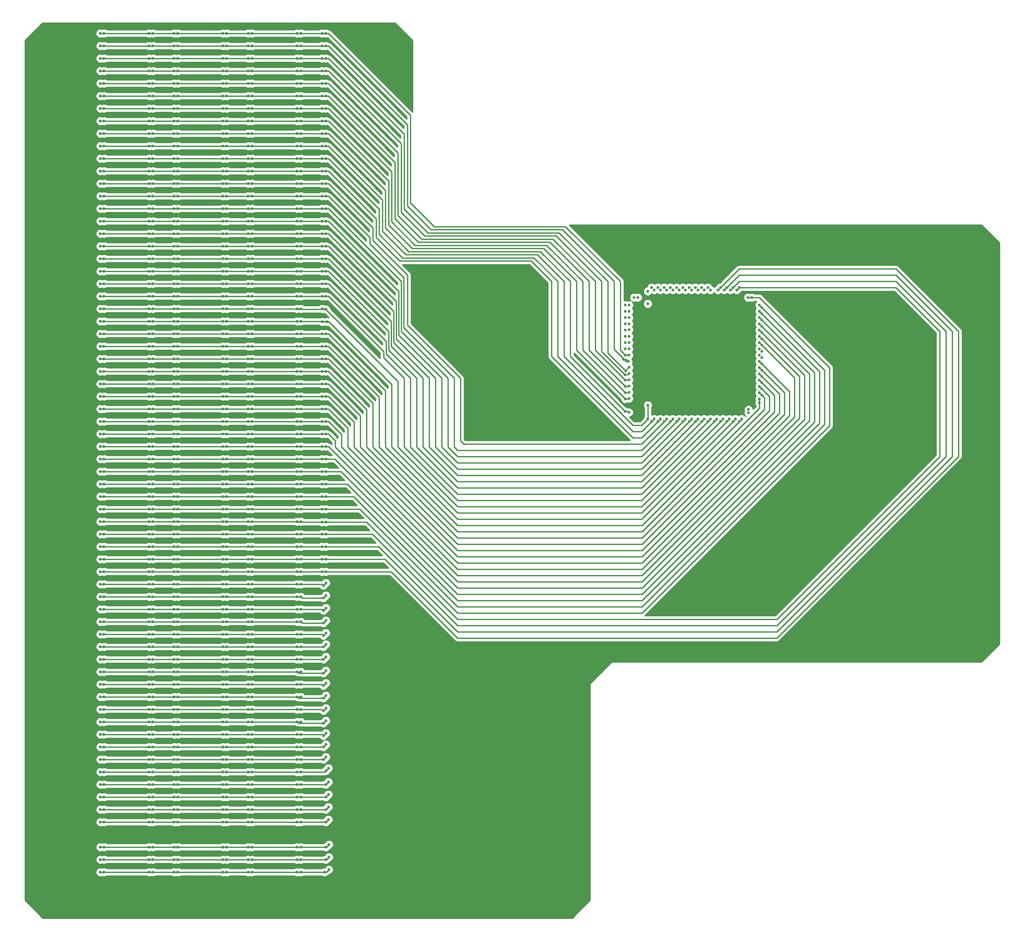
<source format=gbr>
G04 #@! TF.FileFunction,Copper,L3,Inr,Signal*
%FSLAX46Y46*%
G04 Gerber Fmt 4.6, Leading zero omitted, Abs format (unit mm)*
G04 Created by KiCad (PCBNEW 4.0.5) date Thursday, May 11, 2017 'PMt' 05:16:29 PM*
%MOMM*%
%LPD*%
G01*
G04 APERTURE LIST*
%ADD10C,0.100000*%
%ADD11C,0.600000*%
%ADD12C,0.254000*%
G04 APERTURE END LIST*
D10*
D11*
X67500000Y-205000000D03*
X67500000Y-200000000D03*
X67500000Y-195000000D03*
X67500000Y-190000000D03*
X67500000Y-185000000D03*
X67500000Y-180000000D03*
X67500000Y-175000000D03*
X67500000Y-170000000D03*
X67500000Y-165000000D03*
X67500000Y-160000000D03*
X67500000Y-155000000D03*
X67500000Y-150000000D03*
X67500000Y-145000000D03*
X67500000Y-140000000D03*
X67500000Y-135000000D03*
X67500000Y-130000000D03*
X67500000Y-125000000D03*
X67500000Y-120000000D03*
X67500000Y-115000000D03*
X67500000Y-110000000D03*
X67500000Y-105000000D03*
X67500000Y-100000000D03*
X67500000Y-95000000D03*
X67500000Y-90000000D03*
X67500000Y-85000000D03*
X67500000Y-80000000D03*
X67500000Y-75000000D03*
X67500000Y-70000000D03*
X67500000Y-65000000D03*
X67500000Y-60000000D03*
X67500000Y-55000000D03*
X67500000Y-50000000D03*
X67500000Y-45000000D03*
X67500000Y-40000000D03*
X67500000Y-35000000D03*
X130000000Y-35000000D03*
X135000000Y-35000000D03*
X140000000Y-35000000D03*
X140000000Y-40000000D03*
X135000000Y-40000000D03*
X140000000Y-45000000D03*
X67500000Y-210000000D03*
X80000000Y-210000000D03*
X95000000Y-210000000D03*
X110000000Y-210000000D03*
X125000000Y-210000000D03*
X130000000Y-205000000D03*
X130000000Y-210000000D03*
X135000000Y-210000000D03*
X135000000Y-205000000D03*
X175000000Y-210000000D03*
X160000000Y-210000000D03*
X165000000Y-210000000D03*
X165000000Y-205000000D03*
X215000000Y-150000000D03*
X210000000Y-150000000D03*
X205000000Y-150000000D03*
X200000000Y-150000000D03*
X195000000Y-150000000D03*
X200000000Y-145000000D03*
X205000000Y-145000000D03*
X210000000Y-145000000D03*
X215000000Y-145000000D03*
X220000000Y-145000000D03*
X225000000Y-140000000D03*
X220000000Y-140000000D03*
X215000000Y-140000000D03*
X210000000Y-140000000D03*
X205000000Y-140000000D03*
X210000000Y-135000000D03*
X215000000Y-135000000D03*
X220000000Y-135000000D03*
X225000000Y-135000000D03*
X230000000Y-135000000D03*
X235000000Y-130000000D03*
X230000000Y-130000000D03*
X225000000Y-130000000D03*
X220000000Y-130000000D03*
X215000000Y-130000000D03*
X220000000Y-125000000D03*
X225000000Y-125000000D03*
X230000000Y-125000000D03*
X235000000Y-125000000D03*
X240000000Y-125000000D03*
X245000000Y-120000000D03*
X240000000Y-120000000D03*
X235000000Y-120000000D03*
X230000000Y-120000000D03*
X225000000Y-120000000D03*
X230000000Y-115000000D03*
X235000000Y-115000000D03*
X240000000Y-115000000D03*
X245000000Y-115000000D03*
X245000000Y-110000000D03*
X240000000Y-110000000D03*
X235000000Y-110000000D03*
X230000000Y-110000000D03*
X230000000Y-105000000D03*
X235000000Y-105000000D03*
X240000000Y-105000000D03*
X245000000Y-105000000D03*
X245000000Y-100000000D03*
X240000000Y-100000000D03*
X235000000Y-100000000D03*
X230000000Y-100000000D03*
X225000000Y-95000000D03*
X230000000Y-95000000D03*
X235000000Y-95000000D03*
X240000000Y-95000000D03*
X245000000Y-95000000D03*
X240000000Y-90000000D03*
X235000000Y-90000000D03*
X230000000Y-90000000D03*
X225000000Y-90000000D03*
X220000000Y-90000000D03*
X210000000Y-90000000D03*
X205000000Y-90000000D03*
X200000000Y-90000000D03*
X195000000Y-90000000D03*
X190000000Y-95000000D03*
X195000000Y-95000000D03*
X200000000Y-95000000D03*
X205000000Y-95000000D03*
X210000000Y-95000000D03*
X210000000Y-110000000D03*
X205000000Y-110000000D03*
X200000000Y-110000000D03*
X195000000Y-110000000D03*
X190000000Y-105000000D03*
X190000000Y-100000000D03*
X195000000Y-100000000D03*
X200000000Y-100000000D03*
X205000000Y-100000000D03*
X210000000Y-100000000D03*
X210000000Y-105000000D03*
X205000000Y-105000000D03*
X200000000Y-105000000D03*
X195000000Y-105000000D03*
X170000000Y-115000000D03*
X165000000Y-115000000D03*
X160000000Y-115000000D03*
X155000000Y-115000000D03*
X155000000Y-110000000D03*
X160000000Y-110000000D03*
X165000000Y-110000000D03*
X170000000Y-110000000D03*
X170000000Y-105000000D03*
X165000000Y-105000000D03*
X160000000Y-105000000D03*
X155000000Y-105000000D03*
X150000000Y-100000000D03*
X155000000Y-100000000D03*
X160000000Y-100000000D03*
X165000000Y-100000000D03*
X170000000Y-100000000D03*
X170000000Y-95000000D03*
X165000000Y-95000000D03*
X160000000Y-95000000D03*
X155000000Y-95000000D03*
X150000000Y-95000000D03*
X155000000Y-90000000D03*
X160000000Y-90000000D03*
X165000000Y-90000000D03*
X170000000Y-90000000D03*
X195000000Y-75000000D03*
X200000000Y-75000000D03*
X200000000Y-80000000D03*
X205000000Y-85000000D03*
X205000000Y-80000000D03*
X205000000Y-75000000D03*
X210000000Y-80000000D03*
X210000000Y-75000000D03*
X215000000Y-80000000D03*
X215000000Y-75000000D03*
X220000000Y-80000000D03*
X225000000Y-80000000D03*
X220000000Y-75000000D03*
X225000000Y-75000000D03*
X230000000Y-75000000D03*
X230000000Y-80000000D03*
X235000000Y-80000000D03*
X235000000Y-75000000D03*
X240000000Y-75000000D03*
X245000000Y-75000000D03*
X250000000Y-75000000D03*
X255000000Y-75000000D03*
X260000000Y-115000000D03*
X260000000Y-110000000D03*
X260000000Y-105000000D03*
X260000000Y-100000000D03*
X260000000Y-95000000D03*
X255000000Y-90000000D03*
X260000000Y-90000000D03*
X260000000Y-85000000D03*
X260000000Y-80000000D03*
X255000000Y-80000000D03*
X255000000Y-85000000D03*
X250000000Y-85000000D03*
X250000000Y-80000000D03*
X245000000Y-80000000D03*
X240000000Y-80000000D03*
X245000000Y-85000000D03*
X250000000Y-90000000D03*
X255000000Y-95000000D03*
X255000000Y-100000000D03*
X255000000Y-105000000D03*
X255000000Y-110000000D03*
X255000000Y-115000000D03*
X255000000Y-120000000D03*
X260000000Y-120000000D03*
X255000000Y-125000000D03*
X260000000Y-125000000D03*
X260000000Y-130000000D03*
X255000000Y-130000000D03*
X250000000Y-130000000D03*
X245000000Y-135000000D03*
X250000000Y-135000000D03*
X255000000Y-135000000D03*
X260000000Y-135000000D03*
X260000000Y-140000000D03*
X255000000Y-140000000D03*
X250000000Y-140000000D03*
X245000000Y-140000000D03*
X240000000Y-140000000D03*
X235000000Y-145000000D03*
X240000000Y-145000000D03*
X245000000Y-145000000D03*
X250000000Y-145000000D03*
X255000000Y-145000000D03*
X260000000Y-145000000D03*
X260000000Y-150000000D03*
X255000000Y-150000000D03*
X250000000Y-150000000D03*
X245000000Y-150000000D03*
X240000000Y-150000000D03*
X235000000Y-150000000D03*
X230000000Y-150000000D03*
X225000000Y-155000000D03*
X230000000Y-155000000D03*
X235000000Y-155000000D03*
X240000000Y-155000000D03*
X245000000Y-155000000D03*
X250000000Y-155000000D03*
X255000000Y-155000000D03*
X260000000Y-155000000D03*
X260000000Y-160000000D03*
X255000000Y-160000000D03*
X250000000Y-160000000D03*
X245000000Y-160000000D03*
X240000000Y-160000000D03*
X235000000Y-160000000D03*
X230000000Y-160000000D03*
X225000000Y-160000000D03*
X220000000Y-160000000D03*
X215000000Y-160000000D03*
X210000000Y-160000000D03*
X205000000Y-160000000D03*
X200000000Y-160000000D03*
X195000000Y-160000000D03*
X190000000Y-160000000D03*
X180000000Y-165000000D03*
X185000000Y-160000000D03*
X180000000Y-160000000D03*
X175000000Y-160000000D03*
X170000000Y-165000000D03*
X175000000Y-165000000D03*
X175000000Y-170000000D03*
X170000000Y-170000000D03*
X165000000Y-170000000D03*
X160000000Y-175000000D03*
X165000000Y-175000000D03*
X170000000Y-175000000D03*
X175000000Y-175000000D03*
X175000000Y-180000000D03*
X170000000Y-180000000D03*
X165000000Y-180000000D03*
X160000000Y-180000000D03*
X155000000Y-180000000D03*
X155000000Y-185000000D03*
X160000000Y-185000000D03*
X165000000Y-185000000D03*
X170000000Y-185000000D03*
X175000000Y-185000000D03*
X175000000Y-190000000D03*
X170000000Y-190000000D03*
X165000000Y-190000000D03*
X160000000Y-190000000D03*
X155000000Y-190000000D03*
X150000000Y-190000000D03*
X150000000Y-185000000D03*
X145000000Y-190000000D03*
X140000000Y-195000000D03*
X135000000Y-200000000D03*
X140000000Y-200000000D03*
X145000000Y-200000000D03*
X145000000Y-195000000D03*
X150000000Y-195000000D03*
X155000000Y-195000000D03*
X160000000Y-195000000D03*
X165000000Y-195000000D03*
X170000000Y-195000000D03*
X175000000Y-195000000D03*
X175000000Y-200000000D03*
X170000000Y-200000000D03*
X165000000Y-200000000D03*
X160000000Y-200000000D03*
X155000000Y-200000000D03*
X150000000Y-200000000D03*
X150000000Y-205000000D03*
X150000000Y-210000000D03*
X145000000Y-210000000D03*
X80744000Y-197358000D03*
X95744000Y-197358000D03*
X110744000Y-197358000D03*
X79982000Y-197358000D03*
X94982000Y-197358000D03*
X109982000Y-197358000D03*
X89888000Y-197358000D03*
X104888000Y-197358000D03*
X119888000Y-197358000D03*
X90650000Y-197358000D03*
X105650000Y-197358000D03*
X120650000Y-197358000D03*
X187198000Y-110160000D03*
X126238000Y-196850000D03*
X125730000Y-197358000D03*
X186436000Y-110236000D03*
X126365000Y-204470000D03*
X80744000Y-204978000D03*
X95744000Y-204978000D03*
X79982000Y-204978000D03*
X94982000Y-204978000D03*
X89888000Y-204978000D03*
X104888000Y-204978000D03*
X90650000Y-204978000D03*
X105650000Y-204978000D03*
X110744000Y-204978000D03*
X109982000Y-204978000D03*
X119888000Y-204978000D03*
X120650000Y-204978000D03*
X214122000Y-99314000D03*
X125476000Y-204978000D03*
X213614000Y-98806000D03*
X126365000Y-201930000D03*
X80744000Y-202438000D03*
X95744000Y-202438000D03*
X110744000Y-202438000D03*
X79982000Y-202438000D03*
X94982000Y-202438000D03*
X109982000Y-202438000D03*
X89888000Y-202438000D03*
X104888000Y-202438000D03*
X119888000Y-202438000D03*
X90650000Y-202438000D03*
X105650000Y-202438000D03*
X120650000Y-202438000D03*
X214122000Y-100584000D03*
X125730000Y-202438000D03*
X213614000Y-100076000D03*
X126365000Y-199390000D03*
X211455054Y-111760000D03*
X211455000Y-111125000D03*
X80744000Y-199898000D03*
X95744000Y-199898000D03*
X110744000Y-199898000D03*
X79982000Y-199898000D03*
X94982000Y-199898000D03*
X109982000Y-199898000D03*
X89888000Y-199898000D03*
X104888000Y-199898000D03*
X119888000Y-199898000D03*
X90650000Y-199898000D03*
X105650000Y-199898000D03*
X120650000Y-199898000D03*
X125730000Y-199898000D03*
X187198000Y-98806000D03*
X186436000Y-98806000D03*
X80744000Y-194818000D03*
X95744000Y-194818000D03*
X110744000Y-194818000D03*
X79982000Y-194818000D03*
X94982000Y-194818000D03*
X109982000Y-194818000D03*
X89888000Y-194818000D03*
X104888000Y-194818000D03*
X119888000Y-194818000D03*
X90650000Y-194818000D03*
X105650000Y-194818000D03*
X120650000Y-194818000D03*
X126238000Y-194310000D03*
X125730000Y-194818000D03*
X187198000Y-97536000D03*
X186436000Y-97536000D03*
X80744000Y-192278000D03*
X95744000Y-192278000D03*
X110744000Y-192278000D03*
X79982000Y-192278000D03*
X94982000Y-192278000D03*
X109982000Y-192278000D03*
X89888000Y-192278000D03*
X104888000Y-192278000D03*
X119888000Y-192278000D03*
X90650000Y-192278000D03*
X105650000Y-192278000D03*
X120650000Y-192278000D03*
X126238000Y-191770000D03*
X125730000Y-192278000D03*
X187198000Y-96266000D03*
X186436000Y-96266000D03*
X80744000Y-189738000D03*
X95744000Y-189738000D03*
X110744000Y-189738000D03*
X79982000Y-189738000D03*
X94982000Y-189738000D03*
X109982000Y-189738000D03*
X89888000Y-189738000D03*
X104888000Y-189738000D03*
X119888000Y-189738000D03*
X90650000Y-189738000D03*
X105650000Y-189738000D03*
X120650000Y-189738000D03*
X126238000Y-189230000D03*
X125730000Y-189738000D03*
X186435992Y-94996000D03*
X80744000Y-187198000D03*
X95744000Y-187198000D03*
X110744000Y-187198000D03*
X79982000Y-187198000D03*
X94982000Y-187198000D03*
X109982000Y-187198000D03*
X89888000Y-187198000D03*
X104888000Y-187198000D03*
X119888000Y-187198000D03*
X90650000Y-187198000D03*
X105650000Y-187198000D03*
X120650000Y-187198000D03*
X187198000Y-94920000D03*
X126238000Y-186690000D03*
X125730000Y-187198000D03*
X187198000Y-93726000D03*
X186436006Y-93726000D03*
X80744000Y-184658000D03*
X95744000Y-184658000D03*
X110744000Y-184658000D03*
X79982000Y-184658000D03*
X94982000Y-184658000D03*
X109982000Y-184658000D03*
X89888000Y-184658000D03*
X104888000Y-184658000D03*
X119888000Y-184658000D03*
X90650000Y-184658000D03*
X105650000Y-184658000D03*
X120650000Y-184658000D03*
X126238000Y-183896000D03*
X125730000Y-184404000D03*
X186436000Y-92456000D03*
X187198000Y-92456000D03*
X80744000Y-182118000D03*
X95744000Y-182118000D03*
X110744000Y-182118000D03*
X79982000Y-182118000D03*
X94982000Y-182118000D03*
X109982000Y-182118000D03*
X89888000Y-182118000D03*
X104888000Y-182118000D03*
X119888000Y-182118000D03*
X90650000Y-182118000D03*
X105650000Y-182118000D03*
X120650000Y-182118000D03*
X125730000Y-181610000D03*
X125222000Y-182118000D03*
X187198000Y-91186000D03*
X186436000Y-91186008D03*
X80744000Y-179578000D03*
X95744000Y-179578000D03*
X110744000Y-179578000D03*
X79982000Y-179578000D03*
X94982000Y-179578000D03*
X109982000Y-179578000D03*
X89888000Y-179578000D03*
X104888000Y-179578000D03*
X119888000Y-179578000D03*
X90650000Y-179578000D03*
X105650000Y-179578000D03*
X120650000Y-179578000D03*
X125730000Y-179070000D03*
X125222000Y-179578000D03*
X186436000Y-89916000D03*
X187198000Y-89916000D03*
X80744000Y-177038000D03*
X95744000Y-177038000D03*
X110744000Y-177038000D03*
X79982000Y-177038000D03*
X94982000Y-177038000D03*
X109982000Y-177038000D03*
X89888000Y-177038000D03*
X104888000Y-177038000D03*
X119888000Y-177038000D03*
X90650000Y-177038000D03*
X105650000Y-177038000D03*
X120650000Y-177038000D03*
X125730000Y-176784000D03*
X125222000Y-177292000D03*
X188976000Y-88392000D03*
X80744000Y-174498000D03*
X95744000Y-174498000D03*
X110744000Y-174498000D03*
X79982000Y-174498000D03*
X94982000Y-174498000D03*
X109982000Y-174498000D03*
X89888000Y-174498000D03*
X104888000Y-174498000D03*
X119888000Y-174498000D03*
X90650000Y-174498000D03*
X105650000Y-174498000D03*
X120650000Y-174498000D03*
X125730000Y-174244000D03*
X125222000Y-174752000D03*
X188214000Y-88392000D03*
X80744000Y-171958000D03*
X95744000Y-171958000D03*
X110744000Y-171958000D03*
X79982000Y-171958000D03*
X94982000Y-171958000D03*
X109982000Y-171958000D03*
X89888000Y-171958000D03*
X104888000Y-171958000D03*
X119888000Y-171958000D03*
X90650000Y-171958000D03*
X105650000Y-171958000D03*
X120650000Y-171958000D03*
X191008000Y-89662000D03*
X125730000Y-171704000D03*
X125222000Y-172212000D03*
X191008000Y-87122000D03*
X191770000Y-86360000D03*
X192278000Y-86868000D03*
X80744000Y-169418000D03*
X95744000Y-169418000D03*
X110744000Y-169418000D03*
X79982000Y-169418000D03*
X94982000Y-169418000D03*
X109982000Y-169418000D03*
X89888000Y-169418000D03*
X104888000Y-169418000D03*
X119888000Y-169418000D03*
X90650000Y-169418000D03*
X105650000Y-169418000D03*
X120650000Y-169418000D03*
X125730000Y-169164000D03*
X125222000Y-169672000D03*
X193548000Y-86868000D03*
X193040014Y-86360000D03*
X80744000Y-166878000D03*
X95744000Y-166878000D03*
X110744000Y-166878000D03*
X79982000Y-166878000D03*
X94982000Y-166878000D03*
X109982000Y-166878000D03*
X89888000Y-166878000D03*
X104888000Y-166878000D03*
X119888000Y-166878000D03*
X90650000Y-166878000D03*
X105650000Y-166878000D03*
X120650000Y-166878000D03*
X125730000Y-166624000D03*
X125222000Y-167132000D03*
X80744000Y-164338000D03*
X95744000Y-164338000D03*
X110744000Y-164338000D03*
X79982000Y-164338000D03*
X94982000Y-164338000D03*
X109982000Y-164338000D03*
X89888000Y-164338000D03*
X104888000Y-164338000D03*
X119888000Y-164338000D03*
X90650000Y-164338000D03*
X105650000Y-164338000D03*
X120650000Y-164338000D03*
X194310000Y-86360000D03*
X125730000Y-164084000D03*
X125222000Y-164592000D03*
X194818000Y-86868000D03*
X80744000Y-161798000D03*
X95744000Y-161798000D03*
X110744000Y-161798000D03*
X79982000Y-161798000D03*
X94982000Y-161798000D03*
X109982000Y-161798000D03*
X89888000Y-161798000D03*
X104888000Y-161798000D03*
X119888000Y-161798000D03*
X90650000Y-161798000D03*
X105650000Y-161798000D03*
X120650000Y-161798000D03*
X195580000Y-86360000D03*
X125730000Y-161290000D03*
X125222000Y-161798000D03*
X196088000Y-86868000D03*
X80744000Y-159258000D03*
X95744000Y-159258000D03*
X110744000Y-159258000D03*
X79982000Y-159258000D03*
X94982000Y-159258000D03*
X109982000Y-159258000D03*
X89888000Y-159258000D03*
X104888000Y-159258000D03*
X119888000Y-159258000D03*
X90650000Y-159258000D03*
X105650000Y-159258000D03*
X120650000Y-159258000D03*
X196850000Y-86360000D03*
X125730000Y-158750000D03*
X125222000Y-159258000D03*
X197358000Y-86868000D03*
X80744000Y-156718000D03*
X95744000Y-156718000D03*
X110744000Y-156718000D03*
X79982000Y-156718000D03*
X94982000Y-156718000D03*
X109982000Y-156718000D03*
X89888000Y-156718000D03*
X104888000Y-156718000D03*
X119888000Y-156718000D03*
X90650000Y-156718000D03*
X105650000Y-156718000D03*
X120650000Y-156718000D03*
X198120000Y-86360000D03*
X125730000Y-156464000D03*
X125222000Y-156972000D03*
X198628000Y-86868000D03*
X80744000Y-154178000D03*
X95744000Y-154178000D03*
X110744000Y-154178000D03*
X79982000Y-154178000D03*
X94982000Y-154178000D03*
X109982000Y-154178000D03*
X89888000Y-154178000D03*
X104888000Y-154178000D03*
X119888000Y-154178000D03*
X90650000Y-154178000D03*
X105650000Y-154178000D03*
X120650000Y-154178000D03*
X199390000Y-86360000D03*
X125730000Y-153924000D03*
X125222000Y-154432000D03*
X199898000Y-86868000D03*
X80744000Y-151638000D03*
X95744000Y-151638000D03*
X110744000Y-151638000D03*
X79982000Y-151638000D03*
X94982000Y-151638000D03*
X109982000Y-151638000D03*
X89888000Y-151638000D03*
X104888000Y-151638000D03*
X119888000Y-151638000D03*
X90650000Y-151638000D03*
X105650000Y-151638000D03*
X120650000Y-151638000D03*
X200660000Y-86360000D03*
X125730000Y-151384000D03*
X125222000Y-151892000D03*
X201168000Y-86868000D03*
X80744000Y-149098000D03*
X95744000Y-149098000D03*
X110744000Y-149098000D03*
X79982000Y-149098000D03*
X94982000Y-149098000D03*
X109982000Y-149098000D03*
X89888000Y-149098000D03*
X104888000Y-149098000D03*
X119888000Y-149098000D03*
X90650000Y-149098000D03*
X105650000Y-149098000D03*
X120650000Y-149098000D03*
X201930000Y-86360000D03*
X125730000Y-148844000D03*
X125222000Y-149352000D03*
X202438000Y-86868000D03*
X80744000Y-146558000D03*
X95744000Y-146558000D03*
X110744000Y-146558000D03*
X79982000Y-146558000D03*
X94982000Y-146558000D03*
X109982000Y-146558000D03*
X89888000Y-146558000D03*
X104888000Y-146558000D03*
X119888000Y-146558000D03*
X90650000Y-146558000D03*
X105650000Y-146558000D03*
X120650000Y-146558000D03*
X203200000Y-86360000D03*
X125730000Y-146304000D03*
X125222000Y-146812000D03*
X203708000Y-86868000D03*
X80744000Y-144018000D03*
X95744000Y-144018000D03*
X110744000Y-144018000D03*
X79982000Y-144018000D03*
X94982000Y-144018000D03*
X109982000Y-144018000D03*
X89888000Y-144018000D03*
X104888000Y-144018000D03*
X119888000Y-144018000D03*
X90650000Y-144018000D03*
X105650000Y-144018000D03*
X120650000Y-144018000D03*
X205740000Y-86360000D03*
X125730000Y-144018000D03*
X124968000Y-144018000D03*
X205232000Y-86868000D03*
X80744000Y-141478000D03*
X95744000Y-141478000D03*
X110744000Y-141478000D03*
X79982000Y-141478000D03*
X94982000Y-141478000D03*
X109982000Y-141478000D03*
X89888000Y-141478000D03*
X104888000Y-141478000D03*
X119888000Y-141478000D03*
X90650000Y-141478000D03*
X105650000Y-141478000D03*
X120650000Y-141478000D03*
X207010000Y-86360000D03*
X125730000Y-141478000D03*
X124968000Y-141478000D03*
X206502000Y-86868000D03*
X80744000Y-138938000D03*
X95744000Y-138938000D03*
X110744000Y-138938000D03*
X79982000Y-138938000D03*
X94982000Y-138938000D03*
X109982000Y-138938000D03*
X89888000Y-138938000D03*
X104888000Y-138938000D03*
X119888000Y-138938000D03*
X90650000Y-138938000D03*
X105650000Y-138938000D03*
X120650000Y-138938000D03*
X208280000Y-86360000D03*
X125730000Y-138938000D03*
X124968000Y-138938000D03*
X207772000Y-86868000D03*
X209550000Y-86360000D03*
X80744000Y-136398000D03*
X95744000Y-136398000D03*
X110744000Y-136398000D03*
X79982000Y-136398000D03*
X94982000Y-136398000D03*
X109982000Y-136398000D03*
X89888000Y-136398000D03*
X104888000Y-136398000D03*
X119888000Y-136398000D03*
X90650000Y-136398000D03*
X105650000Y-136398000D03*
X120650000Y-136398000D03*
X125730000Y-136398000D03*
X124968000Y-136398000D03*
X209042000Y-86868000D03*
X80744000Y-133858000D03*
X95744000Y-133858000D03*
X110744000Y-133858000D03*
X79982000Y-133858000D03*
X94982000Y-133858000D03*
X109982000Y-133858000D03*
X89888000Y-133858000D03*
X104888000Y-133858000D03*
X119888000Y-133858000D03*
X90650000Y-133858000D03*
X105650000Y-133858000D03*
X120650000Y-133858000D03*
X212090000Y-88392000D03*
X125730000Y-133970000D03*
X124968000Y-133970000D03*
X211328000Y-88392000D03*
X80744000Y-131318000D03*
X95744000Y-131318000D03*
X110744000Y-131318000D03*
X79982000Y-131318000D03*
X94982000Y-131318000D03*
X109982000Y-131318000D03*
X89888000Y-131318000D03*
X104888000Y-131318000D03*
X119888000Y-131318000D03*
X90650000Y-131318000D03*
X105650000Y-131318000D03*
X120650000Y-131318000D03*
X214122000Y-90424000D03*
X125730000Y-131318000D03*
X124968000Y-131318000D03*
X213614000Y-89916000D03*
X80744000Y-128778000D03*
X95744000Y-128778000D03*
X110744000Y-128778000D03*
X79982000Y-128778000D03*
X94982000Y-128778000D03*
X109982000Y-128778000D03*
X89888000Y-128778000D03*
X104888000Y-128778000D03*
X119888000Y-128778000D03*
X90650000Y-128778000D03*
X105650000Y-128778000D03*
X120650000Y-128778000D03*
X214122000Y-91694000D03*
X125730000Y-128778000D03*
X124968000Y-128778000D03*
X213614000Y-91186000D03*
X80744000Y-126238000D03*
X95744000Y-126238000D03*
X110744000Y-126238000D03*
X79982000Y-126238000D03*
X94982000Y-126238000D03*
X109982000Y-126238000D03*
X89888000Y-126238000D03*
X104888000Y-126238000D03*
X119888000Y-126238000D03*
X90650000Y-126238000D03*
X105650000Y-126238000D03*
X120650000Y-126238000D03*
X214122000Y-92964000D03*
X125730000Y-126238000D03*
X124968000Y-126238000D03*
X213614000Y-92456000D03*
X80744000Y-123698000D03*
X95744000Y-123698000D03*
X110744000Y-123698000D03*
X79982000Y-123698000D03*
X94982000Y-123698000D03*
X109982000Y-123698000D03*
X89888000Y-123698000D03*
X104888000Y-123698000D03*
X119888000Y-123698000D03*
X90650000Y-123698000D03*
X105650000Y-123698000D03*
X120650000Y-123698000D03*
X214122000Y-94234000D03*
X125730000Y-123698000D03*
X124968000Y-123698000D03*
X213614000Y-93726000D03*
X80744000Y-121158000D03*
X95744000Y-121158000D03*
X110744000Y-121158000D03*
X79982000Y-121158000D03*
X94982000Y-121158000D03*
X109982000Y-121158000D03*
X89888000Y-121158000D03*
X104888000Y-121158000D03*
X119888000Y-121158000D03*
X90650000Y-121158000D03*
X105650000Y-121158000D03*
X120650000Y-121158000D03*
X214122000Y-95504000D03*
X125730000Y-121158000D03*
X124968000Y-121158000D03*
X213614000Y-94996000D03*
X80744000Y-118618000D03*
X95744000Y-118618000D03*
X110744000Y-118618000D03*
X79982000Y-118618000D03*
X94982000Y-118618000D03*
X109982000Y-118618000D03*
X89888000Y-118618000D03*
X104888000Y-118618000D03*
X119888000Y-118618000D03*
X90650000Y-118618000D03*
X105650000Y-118618000D03*
X120650000Y-118618000D03*
X214122000Y-96774000D03*
X125730000Y-118618000D03*
X124968000Y-118618000D03*
X213614000Y-96266000D03*
X80744000Y-116078000D03*
X95744000Y-116078000D03*
X110744000Y-116078000D03*
X79982000Y-116078000D03*
X94982000Y-116078000D03*
X109982000Y-116078000D03*
X89888000Y-116078000D03*
X104888000Y-116078000D03*
X119888000Y-116078000D03*
X90650000Y-116078000D03*
X105650000Y-116078000D03*
X120650000Y-116078000D03*
X214122000Y-98044000D03*
X125730000Y-116078000D03*
X124968000Y-116078000D03*
X213614000Y-97536000D03*
X80744000Y-113538000D03*
X95744000Y-113538000D03*
X110744000Y-113538000D03*
X79982000Y-113538000D03*
X94982000Y-113538000D03*
X109982000Y-113538000D03*
X89888000Y-113538000D03*
X104888000Y-113538000D03*
X119888000Y-113538000D03*
X90650000Y-113538000D03*
X105650000Y-113538000D03*
X120650000Y-113538000D03*
X214122000Y-101854000D03*
X125730000Y-113538000D03*
X124968000Y-113538000D03*
X213614000Y-101346000D03*
X80744000Y-110998000D03*
X95744000Y-110998000D03*
X110744000Y-110998000D03*
X79982000Y-110998000D03*
X94982000Y-110998000D03*
X109982000Y-110998000D03*
X89888000Y-110998000D03*
X104888000Y-110998000D03*
X119888000Y-110998000D03*
X90650000Y-110998000D03*
X105650000Y-110998000D03*
X120650000Y-110998000D03*
X214122000Y-103124000D03*
X125730000Y-110998000D03*
X124968000Y-110998000D03*
X213614000Y-102616000D03*
X80744000Y-108458000D03*
X95744000Y-108458000D03*
X110744000Y-108458000D03*
X79982000Y-108458000D03*
X94982000Y-108458000D03*
X109982000Y-108458000D03*
X89888000Y-108458000D03*
X104888000Y-108458000D03*
X119888000Y-108458000D03*
X90650000Y-108458000D03*
X105650000Y-108458000D03*
X120650000Y-108458000D03*
X214122000Y-104394000D03*
X125730000Y-108458000D03*
X124968000Y-108458000D03*
X213614000Y-103886000D03*
X80744000Y-105918000D03*
X95744000Y-105918000D03*
X110744000Y-105918000D03*
X79982000Y-105918000D03*
X94982000Y-105918000D03*
X109982000Y-105918000D03*
X89888000Y-105918000D03*
X104888000Y-105918000D03*
X119888000Y-105918000D03*
X90650000Y-105918000D03*
X105650000Y-105918000D03*
X120650000Y-105918000D03*
X214122000Y-105664000D03*
X125730000Y-105918000D03*
X124968000Y-105918000D03*
X213614000Y-105156000D03*
X80744000Y-103378000D03*
X95744000Y-103378000D03*
X110744000Y-103378000D03*
X79982000Y-103378000D03*
X94982000Y-103378000D03*
X109982000Y-103378000D03*
X89888000Y-103378000D03*
X104888000Y-103378000D03*
X119888000Y-103378000D03*
X90650000Y-103378000D03*
X105650000Y-103378000D03*
X120650000Y-103378000D03*
X214122000Y-106934000D03*
X125730000Y-103378000D03*
X124968000Y-103378000D03*
X213614000Y-106426000D03*
X80744000Y-100838000D03*
X95744000Y-100838000D03*
X110744000Y-100838000D03*
X79982000Y-100838000D03*
X94982000Y-100838000D03*
X109982000Y-100838000D03*
X89888000Y-100838000D03*
X104888000Y-100838000D03*
X119888000Y-100838000D03*
X90650000Y-100838000D03*
X105650000Y-100838000D03*
X120650000Y-100838000D03*
X214122000Y-108204000D03*
X125730000Y-100838000D03*
X124968000Y-100838000D03*
X213614000Y-107696000D03*
X80744000Y-98298000D03*
X95744000Y-98298000D03*
X110744000Y-98298000D03*
X79982000Y-98298000D03*
X94982000Y-98298000D03*
X109982000Y-98298000D03*
X89888000Y-98298000D03*
X104888000Y-98298000D03*
X119888000Y-98298000D03*
X90650000Y-98298000D03*
X105650000Y-98298000D03*
X120650000Y-98298000D03*
X213614000Y-109728000D03*
X125730000Y-98298000D03*
X124968000Y-98298000D03*
X213614000Y-108966000D03*
X80744000Y-95758000D03*
X95744000Y-95758000D03*
X110744000Y-95758000D03*
X79982000Y-95758000D03*
X94982000Y-95758000D03*
X109982000Y-95758000D03*
X89888000Y-95758000D03*
X104888000Y-95758000D03*
X119888000Y-95758000D03*
X90650000Y-95758000D03*
X105650000Y-95758000D03*
X120650000Y-95758000D03*
X209550000Y-113538000D03*
X125730000Y-95758000D03*
X124968000Y-95758000D03*
X210058000Y-113030000D03*
X80744000Y-93218000D03*
X95744000Y-93218000D03*
X110744000Y-93218000D03*
X79982000Y-93218000D03*
X94982000Y-93218000D03*
X109982000Y-93218000D03*
X89888000Y-93218000D03*
X104888000Y-93218000D03*
X119888000Y-93218000D03*
X90650000Y-93218000D03*
X105650000Y-93218000D03*
X120650000Y-93218000D03*
X208280000Y-113538000D03*
X125984000Y-93330000D03*
X124968000Y-93330000D03*
X208788000Y-113030000D03*
X125730000Y-90805000D03*
X80744000Y-90678000D03*
X95744000Y-90678000D03*
X110744000Y-90678000D03*
X79982000Y-90678000D03*
X94982000Y-90678000D03*
X109982000Y-90678000D03*
X89888000Y-90678000D03*
X104888000Y-90678000D03*
X119888000Y-90678000D03*
X90650000Y-90678000D03*
X105650000Y-90678000D03*
X120650000Y-90678000D03*
X207010000Y-113538000D03*
X124968000Y-90678000D03*
X207518000Y-113030000D03*
X80744000Y-88138000D03*
X95744000Y-88138000D03*
X110744000Y-88138000D03*
X79982000Y-88138000D03*
X94982000Y-88138000D03*
X109982000Y-88138000D03*
X89888000Y-88138000D03*
X104888000Y-88138000D03*
X119888000Y-88138000D03*
X90650000Y-88138000D03*
X105650000Y-88138000D03*
X120650000Y-88138000D03*
X205740000Y-113538000D03*
X125730000Y-88138000D03*
X124968000Y-88138000D03*
X206248000Y-113030000D03*
X80744000Y-85598000D03*
X95744000Y-85598000D03*
X110744000Y-85598000D03*
X79982000Y-85598000D03*
X94982000Y-85598000D03*
X109982000Y-85598000D03*
X89888000Y-85598000D03*
X104888000Y-85598000D03*
X119888000Y-85598000D03*
X90650000Y-85598000D03*
X105650000Y-85598000D03*
X120650000Y-85598000D03*
X204470000Y-113538000D03*
X125730000Y-85598000D03*
X124968000Y-85598000D03*
X204978000Y-113030000D03*
X80744000Y-83058000D03*
X95744000Y-83058000D03*
X110744000Y-83058000D03*
X79982000Y-83058000D03*
X94982000Y-83058000D03*
X109982000Y-83058000D03*
X89888000Y-83058000D03*
X104888000Y-83058000D03*
X119888000Y-83058000D03*
X90650000Y-83058000D03*
X105650000Y-83058000D03*
X120650000Y-83058000D03*
X203200000Y-113538000D03*
X125730000Y-83058000D03*
X124968000Y-83058000D03*
X203708000Y-113030000D03*
X80744000Y-80518000D03*
X95744000Y-80518000D03*
X110744000Y-80518000D03*
X79982000Y-80518000D03*
X94982000Y-80518000D03*
X109982000Y-80518000D03*
X89888000Y-80518000D03*
X104888000Y-80518000D03*
X119888000Y-80518000D03*
X90650000Y-80518000D03*
X105650000Y-80518000D03*
X120650000Y-80518000D03*
X201930000Y-113538000D03*
X125730000Y-80518000D03*
X124968000Y-80518000D03*
X202438000Y-113030000D03*
X80744000Y-77978000D03*
X95744000Y-77978000D03*
X110744000Y-77978000D03*
X79982000Y-77978000D03*
X94982000Y-77978000D03*
X109982000Y-77978000D03*
X89888000Y-77978000D03*
X104888000Y-77978000D03*
X119888000Y-77978000D03*
X90650000Y-77978000D03*
X105650000Y-77978000D03*
X120650000Y-77978000D03*
X200660000Y-113538000D03*
X125730000Y-77978000D03*
X124968000Y-77978000D03*
X201168000Y-113030000D03*
X80744000Y-75438000D03*
X95744000Y-75438000D03*
X110744000Y-75438000D03*
X79982000Y-75438000D03*
X94982000Y-75438000D03*
X109982000Y-75438000D03*
X89888000Y-75438000D03*
X104888000Y-75438000D03*
X119888000Y-75438000D03*
X90650000Y-75438000D03*
X105650000Y-75438000D03*
X120650000Y-75438000D03*
X199390000Y-113538000D03*
X125730000Y-75438000D03*
X124968000Y-75438000D03*
X199898000Y-113030000D03*
X80744000Y-72898000D03*
X95744000Y-72898000D03*
X110744000Y-72898000D03*
X79982000Y-72898000D03*
X94982000Y-72898000D03*
X109982000Y-72898000D03*
X89888000Y-72898000D03*
X104888000Y-72898000D03*
X119888000Y-72898000D03*
X90650000Y-72898000D03*
X105650000Y-72898000D03*
X120650000Y-72898000D03*
X198120000Y-113538000D03*
X125730000Y-72898000D03*
X124968000Y-72898000D03*
X198628000Y-113030000D03*
X80744000Y-70358000D03*
X95744000Y-70358000D03*
X110744000Y-70358000D03*
X79982000Y-70358000D03*
X94982000Y-70358000D03*
X109982000Y-70358000D03*
X89888000Y-70358000D03*
X104888000Y-70358000D03*
X119888000Y-70358000D03*
X90650000Y-70358000D03*
X105650000Y-70358000D03*
X120650000Y-70358000D03*
X196850000Y-113538000D03*
X125730000Y-70358000D03*
X124968000Y-70358000D03*
X197358000Y-113030000D03*
X80744000Y-67818000D03*
X95744000Y-67818000D03*
X110744000Y-67818000D03*
X79982000Y-67818000D03*
X94982000Y-67818000D03*
X109982000Y-67818000D03*
X89888000Y-67818000D03*
X104888000Y-67818000D03*
X119888000Y-67818000D03*
X90650000Y-67818000D03*
X105650000Y-67818000D03*
X120650000Y-67818000D03*
X195580000Y-113538000D03*
X125730000Y-67818000D03*
X124968000Y-67818000D03*
X196088000Y-113030000D03*
X80744000Y-65278000D03*
X95744000Y-65278000D03*
X110744000Y-65278000D03*
X79982000Y-65278000D03*
X94982000Y-65278000D03*
X109982000Y-65278000D03*
X89888000Y-65278000D03*
X104888000Y-65278000D03*
X119888000Y-65278000D03*
X90650000Y-65278000D03*
X105650000Y-65278000D03*
X120650000Y-65278000D03*
X194310000Y-113538000D03*
X125730000Y-65278000D03*
X124968000Y-65278000D03*
X194818000Y-113030000D03*
X80744000Y-62738000D03*
X95744000Y-62738000D03*
X110744000Y-62738000D03*
X79982000Y-62738000D03*
X94982000Y-62738000D03*
X109982000Y-62738000D03*
X89888000Y-62738000D03*
X104888000Y-62738000D03*
X119888000Y-62738000D03*
X90650000Y-62738000D03*
X105650000Y-62738000D03*
X120650000Y-62738000D03*
X193040000Y-113538000D03*
X125730000Y-62738000D03*
X124968000Y-62738000D03*
X193548000Y-113030000D03*
X80744000Y-60198000D03*
X95744000Y-60198000D03*
X110744000Y-60198000D03*
X79982000Y-60198000D03*
X94982000Y-60198000D03*
X109982000Y-60198000D03*
X89888000Y-60198000D03*
X104888000Y-60198000D03*
X119888000Y-60198000D03*
X90650000Y-60198000D03*
X105650000Y-60198000D03*
X120650000Y-60198000D03*
X191770000Y-113538000D03*
X125730000Y-60198000D03*
X124968000Y-60198000D03*
X192278000Y-113030000D03*
X80744000Y-57658000D03*
X95744000Y-57658000D03*
X110744000Y-57658000D03*
X79982000Y-57658000D03*
X94982000Y-57658000D03*
X109982000Y-57658000D03*
X89888000Y-57658000D03*
X104888000Y-57658000D03*
X119888000Y-57658000D03*
X90650000Y-57658000D03*
X105650000Y-57658000D03*
X120650000Y-57658000D03*
X191008000Y-110236000D03*
X125730000Y-57658000D03*
X124968000Y-57658000D03*
X191008000Y-113030000D03*
X80744000Y-55118000D03*
X95744000Y-55118000D03*
X110744000Y-55118000D03*
X79982000Y-55118000D03*
X94982000Y-55118000D03*
X109982000Y-55118000D03*
X89888000Y-55118000D03*
X104888000Y-55118000D03*
X119888000Y-55118000D03*
X90650000Y-55118000D03*
X105650000Y-55118000D03*
X120650000Y-55118000D03*
X187198000Y-111680000D03*
X125730000Y-55118000D03*
X124968000Y-55118000D03*
X186436000Y-111506000D03*
X80744000Y-52578000D03*
X95744000Y-52578000D03*
X110744000Y-52578000D03*
X79982000Y-52578000D03*
X94982000Y-52578000D03*
X109982000Y-52578000D03*
X89888000Y-52578000D03*
X104888000Y-52578000D03*
X119888000Y-52578000D03*
X90650000Y-52578000D03*
X105650000Y-52578000D03*
X120650000Y-52578000D03*
X187198000Y-108890000D03*
X125730000Y-52578000D03*
X124968000Y-52578000D03*
X186436000Y-108966000D03*
X80744000Y-50038000D03*
X95744000Y-50038000D03*
X110744000Y-50038000D03*
X79982000Y-50038000D03*
X94982000Y-50038000D03*
X109982000Y-50038000D03*
X89888000Y-50038000D03*
X104888000Y-50038000D03*
X119888000Y-50038000D03*
X90650000Y-50038000D03*
X105650000Y-50038000D03*
X120650000Y-50038000D03*
X187198000Y-107620000D03*
X125730000Y-50038000D03*
X124968000Y-50038000D03*
X186436000Y-107696000D03*
X80744000Y-47498000D03*
X95744000Y-47498000D03*
X110744000Y-47498000D03*
X79982000Y-47498000D03*
X94982000Y-47498000D03*
X109982000Y-47498000D03*
X89888000Y-47498000D03*
X104888000Y-47498000D03*
X119888000Y-47498000D03*
X90650000Y-47498000D03*
X105650000Y-47498000D03*
X120650000Y-47498000D03*
X187198000Y-106350000D03*
X125730000Y-47498000D03*
X124968000Y-47498000D03*
X186436000Y-106426000D03*
X80744000Y-44958000D03*
X95744000Y-44958000D03*
X110744000Y-44958000D03*
X79982000Y-44958000D03*
X94982000Y-44958000D03*
X109982000Y-44958000D03*
X89888000Y-44958000D03*
X104888000Y-44958000D03*
X119888000Y-44958000D03*
X90650000Y-44958000D03*
X105650000Y-44958000D03*
X120650000Y-44958000D03*
X187198000Y-105080000D03*
X125730000Y-44958000D03*
X124968000Y-44958000D03*
X186436000Y-105156000D03*
X187203402Y-103814151D03*
X186384592Y-104107068D03*
X80744000Y-42418000D03*
X95744000Y-42418000D03*
X110744000Y-42418000D03*
X79982000Y-42418000D03*
X94982000Y-42418000D03*
X109982000Y-42418000D03*
X89888000Y-42418000D03*
X104888000Y-42418000D03*
X119888000Y-42418000D03*
X90650000Y-42418000D03*
X105650000Y-42418000D03*
X120650000Y-42418000D03*
X125730000Y-42418000D03*
X124968000Y-42418000D03*
X186566521Y-103324731D03*
X80744000Y-39878000D03*
X95744000Y-39878000D03*
X110744000Y-39878000D03*
X79982000Y-39878000D03*
X94982000Y-39878000D03*
X109982000Y-39878000D03*
X89888000Y-39878000D03*
X104888000Y-39878000D03*
X119888000Y-39878000D03*
X90650000Y-39878000D03*
X105650000Y-39878000D03*
X120650000Y-39878000D03*
X187198000Y-102540000D03*
X125730000Y-39878000D03*
X124968000Y-39878000D03*
X186055000Y-100965018D03*
X187066210Y-101400626D03*
X80744000Y-37338000D03*
X95744000Y-37338000D03*
X110744000Y-37338000D03*
X79982000Y-37338000D03*
X94982000Y-37338000D03*
X109982000Y-37338000D03*
X89888000Y-37338000D03*
X104888000Y-37338000D03*
X119888000Y-37338000D03*
X90650000Y-37338000D03*
X105650000Y-37338000D03*
X120650000Y-37338000D03*
X125730000Y-37338000D03*
X124968000Y-37338000D03*
X187198000Y-100076000D03*
X186436000Y-100076000D03*
X80744000Y-34798000D03*
X95744000Y-34798000D03*
X110744000Y-34798000D03*
X79982000Y-34798000D03*
X94982000Y-34798000D03*
X109982000Y-34798000D03*
X89888000Y-34798000D03*
X104888000Y-34798000D03*
X119888000Y-34798000D03*
X90650000Y-34798000D03*
X105650000Y-34798000D03*
X120650000Y-34798000D03*
X125730000Y-34798000D03*
X124968000Y-34798000D03*
D12*
X150000000Y-210000000D02*
X150000000Y-205000000D01*
X89888000Y-197358000D02*
X95744000Y-197358000D01*
X104888000Y-197358000D02*
X110744000Y-197358000D01*
X125730000Y-197358000D02*
X126238000Y-196850000D01*
X119888000Y-197358000D02*
X125730000Y-197358000D01*
X89888000Y-197358000D02*
X79982000Y-197358000D01*
X104888000Y-197358000D02*
X94982000Y-197358000D01*
X119888000Y-197358000D02*
X109982000Y-197358000D01*
X90650000Y-197358000D02*
X89888000Y-197358000D01*
X105650000Y-197358000D02*
X104888000Y-197358000D01*
X120650000Y-197358000D02*
X119888000Y-197358000D01*
X125476000Y-204978000D02*
X125857000Y-204978000D01*
X125857000Y-204978000D02*
X126365000Y-204470000D01*
X119888000Y-204978000D02*
X125476000Y-204978000D01*
X89888000Y-204978000D02*
X95744000Y-204978000D01*
X104888000Y-204978000D02*
X110744000Y-204978000D01*
X89888000Y-204978000D02*
X79982000Y-204978000D01*
X104888000Y-204978000D02*
X94982000Y-204978000D01*
X90650000Y-204978000D02*
X89888000Y-204978000D01*
X105650000Y-204978000D02*
X104888000Y-204978000D01*
X119888000Y-204978000D02*
X109982000Y-204978000D01*
X120650000Y-204978000D02*
X119888000Y-204978000D01*
X89888000Y-202438000D02*
X95744000Y-202438000D01*
X104888000Y-202438000D02*
X110744000Y-202438000D01*
X125730000Y-202438000D02*
X125857000Y-202438000D01*
X125857000Y-202438000D02*
X126365000Y-201930000D01*
X119888000Y-202438000D02*
X125730000Y-202438000D01*
X89888000Y-202438000D02*
X79982000Y-202438000D01*
X104888000Y-202438000D02*
X94982000Y-202438000D01*
X119888000Y-202438000D02*
X109982000Y-202438000D01*
X90650000Y-202438000D02*
X89888000Y-202438000D01*
X105650000Y-202438000D02*
X104888000Y-202438000D01*
X120650000Y-202438000D02*
X119888000Y-202438000D01*
X89888000Y-199898000D02*
X95744000Y-199898000D01*
X104888000Y-199898000D02*
X110744000Y-199898000D01*
X125730000Y-199898000D02*
X125857000Y-199898000D01*
X125857000Y-199898000D02*
X126365000Y-199390000D01*
X119888000Y-199898000D02*
X125730000Y-199898000D01*
X89888000Y-199898000D02*
X79982000Y-199898000D01*
X104888000Y-199898000D02*
X94982000Y-199898000D01*
X119888000Y-199898000D02*
X109982000Y-199898000D01*
X90650000Y-199898000D02*
X89888000Y-199898000D01*
X105650000Y-199898000D02*
X104888000Y-199898000D01*
X120650000Y-199898000D02*
X119888000Y-199898000D01*
X89888000Y-194818000D02*
X95744000Y-194818000D01*
X104888000Y-194818000D02*
X110744000Y-194818000D01*
X125730000Y-194818000D02*
X126238000Y-194310000D01*
X119888000Y-194818000D02*
X125730000Y-194818000D01*
X89888000Y-194818000D02*
X79982000Y-194818000D01*
X104888000Y-194818000D02*
X94982000Y-194818000D01*
X119888000Y-194818000D02*
X109982000Y-194818000D01*
X90650000Y-194818000D02*
X89888000Y-194818000D01*
X105650000Y-194818000D02*
X104888000Y-194818000D01*
X120650000Y-194818000D02*
X119888000Y-194818000D01*
X89888000Y-192278000D02*
X95744000Y-192278000D01*
X104888000Y-192278000D02*
X110744000Y-192278000D01*
X125730000Y-192278000D02*
X126238000Y-191770000D01*
X119888000Y-192278000D02*
X125730000Y-192278000D01*
X89888000Y-192278000D02*
X79982000Y-192278000D01*
X104888000Y-192278000D02*
X94982000Y-192278000D01*
X119888000Y-192278000D02*
X109982000Y-192278000D01*
X90650000Y-192278000D02*
X89888000Y-192278000D01*
X105650000Y-192278000D02*
X104888000Y-192278000D01*
X120650000Y-192278000D02*
X119888000Y-192278000D01*
X89888000Y-189738000D02*
X95744000Y-189738000D01*
X104888000Y-189738000D02*
X110744000Y-189738000D01*
X125730000Y-189738000D02*
X126238000Y-189230000D01*
X119888000Y-189738000D02*
X125730000Y-189738000D01*
X89888000Y-189738000D02*
X79982000Y-189738000D01*
X104888000Y-189738000D02*
X94982000Y-189738000D01*
X119888000Y-189738000D02*
X109982000Y-189738000D01*
X90650000Y-189738000D02*
X89888000Y-189738000D01*
X105650000Y-189738000D02*
X104888000Y-189738000D01*
X120650000Y-189738000D02*
X119888000Y-189738000D01*
X89888000Y-187198000D02*
X95744000Y-187198000D01*
X104888000Y-187198000D02*
X110744000Y-187198000D01*
X125730000Y-187198000D02*
X126238000Y-186690000D01*
X119888000Y-187198000D02*
X125730000Y-187198000D01*
X89888000Y-187198000D02*
X79982000Y-187198000D01*
X104888000Y-187198000D02*
X94982000Y-187198000D01*
X119888000Y-187198000D02*
X109982000Y-187198000D01*
X90650000Y-187198000D02*
X89888000Y-187198000D01*
X105650000Y-187198000D02*
X104888000Y-187198000D01*
X120650000Y-187198000D02*
X119888000Y-187198000D01*
X89888000Y-184658000D02*
X95744000Y-184658000D01*
X104888000Y-184658000D02*
X110744000Y-184658000D01*
X125730000Y-184404000D02*
X126238000Y-183896000D01*
X119888000Y-184658000D02*
X125476000Y-184658000D01*
X125476000Y-184658000D02*
X125730000Y-184404000D01*
X89888000Y-184658000D02*
X79982000Y-184658000D01*
X104888000Y-184658000D02*
X94982000Y-184658000D01*
X119888000Y-184658000D02*
X109982000Y-184658000D01*
X90650000Y-184658000D02*
X89888000Y-184658000D01*
X105650000Y-184658000D02*
X104888000Y-184658000D01*
X120650000Y-184658000D02*
X119888000Y-184658000D01*
X89888000Y-182118000D02*
X95744000Y-182118000D01*
X104888000Y-182118000D02*
X110744000Y-182118000D01*
X125222000Y-182118000D02*
X125730000Y-181610000D01*
X119888000Y-182118000D02*
X125222000Y-182118000D01*
X89888000Y-182118000D02*
X79982000Y-182118000D01*
X104888000Y-182118000D02*
X94982000Y-182118000D01*
X119888000Y-182118000D02*
X109982000Y-182118000D01*
X90650000Y-182118000D02*
X89888000Y-182118000D01*
X105650000Y-182118000D02*
X104888000Y-182118000D01*
X120650000Y-182118000D02*
X119888000Y-182118000D01*
X89888000Y-179578000D02*
X95744000Y-179578000D01*
X104888000Y-179578000D02*
X110744000Y-179578000D01*
X125222000Y-179578000D02*
X125730000Y-179070000D01*
X119888000Y-179578000D02*
X125222000Y-179578000D01*
X89888000Y-179578000D02*
X79982000Y-179578000D01*
X104888000Y-179578000D02*
X94982000Y-179578000D01*
X119888000Y-179578000D02*
X109982000Y-179578000D01*
X90650000Y-179578000D02*
X89888000Y-179578000D01*
X105650000Y-179578000D02*
X104888000Y-179578000D01*
X120650000Y-179578000D02*
X119888000Y-179578000D01*
X89888000Y-177038000D02*
X95744000Y-177038000D01*
X104888000Y-177038000D02*
X110744000Y-177038000D01*
X125222000Y-177292000D02*
X125730000Y-176784000D01*
X119888000Y-177038000D02*
X124968000Y-177038000D01*
X124968000Y-177038000D02*
X125222000Y-177292000D01*
X89888000Y-177038000D02*
X79982000Y-177038000D01*
X104888000Y-177038000D02*
X94982000Y-177038000D01*
X119888000Y-177038000D02*
X109982000Y-177038000D01*
X90650000Y-177038000D02*
X89888000Y-177038000D01*
X105650000Y-177038000D02*
X104888000Y-177038000D01*
X120650000Y-177038000D02*
X119888000Y-177038000D01*
X89888000Y-174498000D02*
X95744000Y-174498000D01*
X104888000Y-174498000D02*
X110744000Y-174498000D01*
X125222000Y-174752000D02*
X120142000Y-174752000D01*
X120142000Y-174752000D02*
X119888000Y-174498000D01*
X125730000Y-174244000D02*
X125222000Y-174752000D01*
X89888000Y-174498000D02*
X79982000Y-174498000D01*
X104888000Y-174498000D02*
X94982000Y-174498000D01*
X119888000Y-174498000D02*
X109982000Y-174498000D01*
X90650000Y-174498000D02*
X89888000Y-174498000D01*
X105650000Y-174498000D02*
X104888000Y-174498000D01*
X120650000Y-174498000D02*
X119888000Y-174498000D01*
X89888000Y-171958000D02*
X95744000Y-171958000D01*
X104888000Y-171958000D02*
X110744000Y-171958000D01*
X125222000Y-172212000D02*
X125730000Y-171704000D01*
X119888000Y-171958000D02*
X124968000Y-171958000D01*
X124968000Y-171958000D02*
X125222000Y-172212000D01*
X89888000Y-171958000D02*
X79982000Y-171958000D01*
X104888000Y-171958000D02*
X94982000Y-171958000D01*
X119888000Y-171958000D02*
X109982000Y-171958000D01*
X90650000Y-171958000D02*
X89888000Y-171958000D01*
X105650000Y-171958000D02*
X104888000Y-171958000D01*
X120650000Y-171958000D02*
X119888000Y-171958000D01*
X89888000Y-169418000D02*
X95744000Y-169418000D01*
X104888000Y-169418000D02*
X110744000Y-169418000D01*
X125222000Y-169672000D02*
X120142000Y-169672000D01*
X120142000Y-169672000D02*
X119888000Y-169418000D01*
X125730000Y-169164000D02*
X125222000Y-169672000D01*
X89888000Y-169418000D02*
X79982000Y-169418000D01*
X104888000Y-169418000D02*
X94982000Y-169418000D01*
X119888000Y-169418000D02*
X109982000Y-169418000D01*
X90650000Y-169418000D02*
X89888000Y-169418000D01*
X105650000Y-169418000D02*
X104888000Y-169418000D01*
X120650000Y-169418000D02*
X119888000Y-169418000D01*
X89888000Y-166878000D02*
X95744000Y-166878000D01*
X104888000Y-166878000D02*
X110744000Y-166878000D01*
X125222000Y-167132000D02*
X125730000Y-166624000D01*
X119888000Y-166878000D02*
X124968000Y-166878000D01*
X124968000Y-166878000D02*
X125222000Y-167132000D01*
X89888000Y-166878000D02*
X79982000Y-166878000D01*
X104888000Y-166878000D02*
X94982000Y-166878000D01*
X119888000Y-166878000D02*
X109982000Y-166878000D01*
X90650000Y-166878000D02*
X89888000Y-166878000D01*
X105650000Y-166878000D02*
X104888000Y-166878000D01*
X120650000Y-166878000D02*
X119888000Y-166878000D01*
X89888000Y-164338000D02*
X95744000Y-164338000D01*
X104888000Y-164338000D02*
X110744000Y-164338000D01*
X125222000Y-164592000D02*
X120142000Y-164592000D01*
X120142000Y-164592000D02*
X119888000Y-164338000D01*
X125730000Y-164084000D02*
X125222000Y-164592000D01*
X89888000Y-164338000D02*
X79982000Y-164338000D01*
X104888000Y-164338000D02*
X94982000Y-164338000D01*
X119888000Y-164338000D02*
X109982000Y-164338000D01*
X90650000Y-164338000D02*
X89888000Y-164338000D01*
X105650000Y-164338000D02*
X104888000Y-164338000D01*
X120650000Y-164338000D02*
X119888000Y-164338000D01*
X89888000Y-161798000D02*
X95744000Y-161798000D01*
X104888000Y-161798000D02*
X110744000Y-161798000D01*
X125222000Y-161798000D02*
X125730000Y-161290000D01*
X119888000Y-161798000D02*
X125222000Y-161798000D01*
X89888000Y-161798000D02*
X79982000Y-161798000D01*
X104888000Y-161798000D02*
X94982000Y-161798000D01*
X119888000Y-161798000D02*
X109982000Y-161798000D01*
X90650000Y-161798000D02*
X89888000Y-161798000D01*
X105650000Y-161798000D02*
X104888000Y-161798000D01*
X120650000Y-161798000D02*
X119888000Y-161798000D01*
X89888000Y-159258000D02*
X95744000Y-159258000D01*
X104888000Y-159258000D02*
X110744000Y-159258000D01*
X125222000Y-159258000D02*
X119888000Y-159258000D01*
X125730000Y-158750000D02*
X125222000Y-159258000D01*
X89888000Y-159258000D02*
X79982000Y-159258000D01*
X104888000Y-159258000D02*
X94982000Y-159258000D01*
X119888000Y-159258000D02*
X109982000Y-159258000D01*
X90650000Y-159258000D02*
X89888000Y-159258000D01*
X105650000Y-159258000D02*
X104888000Y-159258000D01*
X120650000Y-159258000D02*
X119888000Y-159258000D01*
X89888000Y-156718000D02*
X95744000Y-156718000D01*
X104888000Y-156718000D02*
X110744000Y-156718000D01*
X125222000Y-156972000D02*
X125730000Y-156464000D01*
X119888000Y-156718000D02*
X124968000Y-156718000D01*
X124968000Y-156718000D02*
X125222000Y-156972000D01*
X89888000Y-156718000D02*
X79982000Y-156718000D01*
X104888000Y-156718000D02*
X94982000Y-156718000D01*
X119888000Y-156718000D02*
X109982000Y-156718000D01*
X90650000Y-156718000D02*
X89888000Y-156718000D01*
X105650000Y-156718000D02*
X104888000Y-156718000D01*
X120650000Y-156718000D02*
X119888000Y-156718000D01*
X89888000Y-154178000D02*
X95744000Y-154178000D01*
X104888000Y-154178000D02*
X110744000Y-154178000D01*
X125222000Y-154432000D02*
X120904000Y-154432000D01*
X120904000Y-154432000D02*
X120650000Y-154178000D01*
X125730000Y-153924000D02*
X125222000Y-154432000D01*
X89888000Y-154178000D02*
X79982000Y-154178000D01*
X104888000Y-154178000D02*
X94982000Y-154178000D01*
X119888000Y-154178000D02*
X109982000Y-154178000D01*
X90650000Y-154178000D02*
X89888000Y-154178000D01*
X105650000Y-154178000D02*
X104888000Y-154178000D01*
X120650000Y-154178000D02*
X119888000Y-154178000D01*
X89888000Y-151638000D02*
X95744000Y-151638000D01*
X104888000Y-151638000D02*
X110744000Y-151638000D01*
X119888000Y-151638000D02*
X125476000Y-151638000D01*
X125476000Y-151638000D02*
X125730000Y-151384000D01*
X89888000Y-151638000D02*
X79982000Y-151638000D01*
X104888000Y-151638000D02*
X94982000Y-151638000D01*
X119888000Y-151638000D02*
X109982000Y-151638000D01*
X90650000Y-151638000D02*
X89888000Y-151638000D01*
X105650000Y-151638000D02*
X104888000Y-151638000D01*
X120650000Y-151638000D02*
X119888000Y-151638000D01*
X89888000Y-149098000D02*
X95744000Y-149098000D01*
X104888000Y-149098000D02*
X110744000Y-149098000D01*
X125222000Y-149352000D02*
X120904000Y-149352000D01*
X120904000Y-149352000D02*
X120650000Y-149098000D01*
X125730000Y-148844000D02*
X125222000Y-149352000D01*
X89888000Y-149098000D02*
X79982000Y-149098000D01*
X104888000Y-149098000D02*
X94982000Y-149098000D01*
X119888000Y-149098000D02*
X109982000Y-149098000D01*
X90650000Y-149098000D02*
X89888000Y-149098000D01*
X105650000Y-149098000D02*
X104888000Y-149098000D01*
X120650000Y-149098000D02*
X119888000Y-149098000D01*
X89888000Y-146558000D02*
X95744000Y-146558000D01*
X104888000Y-146558000D02*
X110744000Y-146558000D01*
X125222000Y-146812000D02*
X125730000Y-146304000D01*
X120650000Y-146558000D02*
X124968000Y-146558000D01*
X124968000Y-146558000D02*
X125222000Y-146812000D01*
X89888000Y-146558000D02*
X79982000Y-146558000D01*
X104888000Y-146558000D02*
X94982000Y-146558000D01*
X119888000Y-146558000D02*
X109982000Y-146558000D01*
X90650000Y-146558000D02*
X89888000Y-146558000D01*
X105650000Y-146558000D02*
X104888000Y-146558000D01*
X120650000Y-146558000D02*
X119888000Y-146558000D01*
X89888000Y-144018000D02*
X95744000Y-144018000D01*
X104888000Y-144018000D02*
X110744000Y-144018000D01*
X119888000Y-144018000D02*
X125730000Y-144018000D01*
X205232000Y-86868000D02*
X209550000Y-82550000D01*
X209550000Y-82550000D02*
X241300000Y-82550000D01*
X254000000Y-95250000D02*
X254000000Y-120650000D01*
X254000000Y-120650000D02*
X217170000Y-157480000D01*
X241300000Y-82550000D02*
X254000000Y-95250000D01*
X138938000Y-144018000D02*
X124968000Y-144018000D01*
X217170000Y-157480000D02*
X152400000Y-157480000D01*
X152400000Y-157480000D02*
X138938000Y-144018000D01*
X89888000Y-144018000D02*
X79982000Y-144018000D01*
X104888000Y-144018000D02*
X94982000Y-144018000D01*
X119888000Y-144018000D02*
X109982000Y-144018000D01*
X90650000Y-144018000D02*
X89888000Y-144018000D01*
X105650000Y-144018000D02*
X104888000Y-144018000D01*
X120650000Y-144018000D02*
X119888000Y-144018000D01*
X89888000Y-141478000D02*
X95744000Y-141478000D01*
X104888000Y-141478000D02*
X110744000Y-141478000D01*
X125730000Y-141478000D02*
X119888000Y-141478000D01*
X206502000Y-86868000D02*
X209550000Y-83820000D01*
X252730000Y-95250000D02*
X252730000Y-120650000D01*
X252730000Y-120650000D02*
X217170000Y-156210000D01*
X152400000Y-156210000D02*
X137668000Y-141478000D01*
X209550000Y-83820000D02*
X241300000Y-83820000D01*
X241300000Y-83820000D02*
X252730000Y-95250000D01*
X217170000Y-156210000D02*
X152400000Y-156210000D01*
X137668000Y-141478000D02*
X124968000Y-141478000D01*
X89888000Y-141478000D02*
X79982000Y-141478000D01*
X104888000Y-141478000D02*
X94982000Y-141478000D01*
X119888000Y-141478000D02*
X109982000Y-141478000D01*
X90650000Y-141478000D02*
X89888000Y-141478000D01*
X105650000Y-141478000D02*
X104888000Y-141478000D01*
X120650000Y-141478000D02*
X119888000Y-141478000D01*
X89888000Y-138938000D02*
X95744000Y-138938000D01*
X104888000Y-138938000D02*
X110744000Y-138938000D01*
X119888000Y-138938000D02*
X125730000Y-138938000D01*
X207772000Y-86868000D02*
X209550000Y-85090000D01*
X241300000Y-85090000D02*
X251460000Y-95250000D01*
X251460000Y-95250000D02*
X251460000Y-120650000D01*
X209550000Y-85090000D02*
X241300000Y-85090000D01*
X251460000Y-120650000D02*
X217170000Y-154940000D01*
X136398000Y-138938000D02*
X124968000Y-138938000D01*
X217170000Y-154940000D02*
X152400000Y-154940000D01*
X152400000Y-154940000D02*
X136398000Y-138938000D01*
X89888000Y-138938000D02*
X79982000Y-138938000D01*
X104888000Y-138938000D02*
X94982000Y-138938000D01*
X119888000Y-138938000D02*
X109982000Y-138938000D01*
X90650000Y-138938000D02*
X89888000Y-138938000D01*
X105650000Y-138938000D02*
X104888000Y-138938000D01*
X120650000Y-138938000D02*
X119888000Y-138938000D01*
X89888000Y-136398000D02*
X95744000Y-136398000D01*
X104888000Y-136398000D02*
X110744000Y-136398000D01*
X125730000Y-136398000D02*
X119888000Y-136398000D01*
X209042000Y-86868000D02*
X209550000Y-86360000D01*
X250190000Y-120650000D02*
X217170000Y-153670000D01*
X209550000Y-86360000D02*
X241300000Y-86360000D01*
X241300000Y-86360000D02*
X250190000Y-95250000D01*
X250190000Y-95250000D02*
X250190000Y-120650000D01*
X217170000Y-153670000D02*
X152400000Y-153670000D01*
X152400000Y-153670000D02*
X135128000Y-136398000D01*
X135128000Y-136398000D02*
X124968000Y-136398000D01*
X89888000Y-136398000D02*
X79982000Y-136398000D01*
X104888000Y-136398000D02*
X94982000Y-136398000D01*
X119888000Y-136398000D02*
X109982000Y-136398000D01*
X90650000Y-136398000D02*
X89888000Y-136398000D01*
X105650000Y-136398000D02*
X104888000Y-136398000D01*
X120650000Y-136398000D02*
X119888000Y-136398000D01*
X89888000Y-133858000D02*
X95744000Y-133858000D01*
X104888000Y-133858000D02*
X110744000Y-133858000D01*
X125730000Y-133970000D02*
X120000000Y-133970000D01*
X120000000Y-133970000D02*
X119888000Y-133858000D01*
X211328000Y-88392000D02*
X213614000Y-88392000D01*
X213614000Y-88392000D02*
X227838000Y-102616000D01*
X227838000Y-114427000D02*
X189865000Y-152400000D01*
X227838000Y-102616000D02*
X227838000Y-114427000D01*
X133970000Y-133970000D02*
X126492000Y-133970000D01*
X189865000Y-152400000D02*
X152400000Y-152400000D01*
X152400000Y-152400000D02*
X133970000Y-133970000D01*
X126492000Y-133970000D02*
X124968000Y-133970000D01*
X89888000Y-133858000D02*
X79982000Y-133858000D01*
X104888000Y-133858000D02*
X94982000Y-133858000D01*
X119888000Y-133858000D02*
X109982000Y-133858000D01*
X90650000Y-133858000D02*
X89888000Y-133858000D01*
X105650000Y-133858000D02*
X104888000Y-133858000D01*
X120650000Y-133858000D02*
X119888000Y-133858000D01*
X89888000Y-131318000D02*
X95744000Y-131318000D01*
X104888000Y-131318000D02*
X110744000Y-131318000D01*
X119888000Y-131318000D02*
X125730000Y-131318000D01*
X213614000Y-89916000D02*
X226822000Y-103124000D01*
X226822000Y-103124000D02*
X226822000Y-114173000D01*
X226822000Y-114173000D02*
X189865000Y-151130000D01*
X189865000Y-151130000D02*
X152400000Y-151130000D01*
X152400000Y-151130000D02*
X132588000Y-131318000D01*
X132588000Y-131318000D02*
X125730000Y-131318000D01*
X89888000Y-131318000D02*
X79982000Y-131318000D01*
X104888000Y-131318000D02*
X94982000Y-131318000D01*
X119888000Y-131318000D02*
X109982000Y-131318000D01*
X90650000Y-131318000D02*
X89888000Y-131318000D01*
X105650000Y-131318000D02*
X104888000Y-131318000D01*
X120650000Y-131318000D02*
X119888000Y-131318000D01*
X125730000Y-131318000D02*
X124968000Y-131318000D01*
X89888000Y-128778000D02*
X95744000Y-128778000D01*
X104888000Y-128778000D02*
X110744000Y-128778000D01*
X125730000Y-128778000D02*
X119888000Y-128778000D01*
X214122000Y-91694000D02*
X225806000Y-103378000D01*
X152400000Y-149860000D02*
X131318000Y-128778000D01*
X225806000Y-103378000D02*
X225806000Y-113919000D01*
X225806000Y-113919000D02*
X189865000Y-149860000D01*
X189865000Y-149860000D02*
X152400000Y-149860000D01*
X131318000Y-128778000D02*
X125730000Y-128778000D01*
X89888000Y-128778000D02*
X79982000Y-128778000D01*
X104888000Y-128778000D02*
X94982000Y-128778000D01*
X119888000Y-128778000D02*
X109982000Y-128778000D01*
X90650000Y-128778000D02*
X89888000Y-128778000D01*
X105650000Y-128778000D02*
X104888000Y-128778000D01*
X120650000Y-128778000D02*
X119888000Y-128778000D01*
X213614000Y-91186000D02*
X214122000Y-91694000D01*
X125730000Y-128778000D02*
X124968000Y-128778000D01*
X89888000Y-126238000D02*
X95744000Y-126238000D01*
X104888000Y-126238000D02*
X110744000Y-126238000D01*
X119888000Y-126238000D02*
X125730000Y-126238000D01*
X214122000Y-92964000D02*
X224790000Y-103632000D01*
X224790000Y-103632000D02*
X224790000Y-113665000D01*
X224790000Y-113665000D02*
X189865000Y-148590000D01*
X189865000Y-148590000D02*
X152400000Y-148590000D01*
X130048000Y-126238000D02*
X124968000Y-126238000D01*
X152400000Y-148590000D02*
X130048000Y-126238000D01*
X89888000Y-126238000D02*
X79982000Y-126238000D01*
X104888000Y-126238000D02*
X94982000Y-126238000D01*
X119888000Y-126238000D02*
X109982000Y-126238000D01*
X90650000Y-126238000D02*
X89888000Y-126238000D01*
X105650000Y-126238000D02*
X104888000Y-126238000D01*
X120650000Y-126238000D02*
X119888000Y-126238000D01*
X213614000Y-92456000D02*
X214122000Y-92964000D01*
X89888000Y-123698000D02*
X95744000Y-123698000D01*
X104888000Y-123698000D02*
X110744000Y-123698000D01*
X125730000Y-123698000D02*
X119888000Y-123698000D01*
X213614000Y-93726000D02*
X223774000Y-103886000D01*
X223774000Y-103886000D02*
X223774000Y-113411000D01*
X223774000Y-113411000D02*
X189865000Y-147320000D01*
X189865000Y-147320000D02*
X152400000Y-147320000D01*
X152400000Y-147320000D02*
X128778000Y-123698000D01*
X128778000Y-123698000D02*
X124968000Y-123698000D01*
X89888000Y-123698000D02*
X79982000Y-123698000D01*
X104888000Y-123698000D02*
X94982000Y-123698000D01*
X119888000Y-123698000D02*
X109982000Y-123698000D01*
X90650000Y-123698000D02*
X89888000Y-123698000D01*
X105650000Y-123698000D02*
X104888000Y-123698000D01*
X120650000Y-123698000D02*
X119888000Y-123698000D01*
X89888000Y-121158000D02*
X95744000Y-121158000D01*
X104888000Y-121158000D02*
X110744000Y-121158000D01*
X119888000Y-121158000D02*
X125730000Y-121158000D01*
X213614000Y-94996000D02*
X222758000Y-104140000D01*
X222758000Y-104140000D02*
X222758000Y-113157000D01*
X222758000Y-113157000D02*
X189865000Y-146050000D01*
X189865000Y-146050000D02*
X152400000Y-146050000D01*
X152400000Y-146050000D02*
X127508000Y-121158000D01*
X127508000Y-121158000D02*
X125730000Y-121158000D01*
X89888000Y-121158000D02*
X79982000Y-121158000D01*
X104888000Y-121158000D02*
X94982000Y-121158000D01*
X119888000Y-121158000D02*
X109982000Y-121158000D01*
X90650000Y-121158000D02*
X89888000Y-121158000D01*
X105650000Y-121158000D02*
X104888000Y-121158000D01*
X120650000Y-121158000D02*
X119888000Y-121158000D01*
X125730000Y-121158000D02*
X124968000Y-121158000D01*
X89888000Y-118618000D02*
X95744000Y-118618000D01*
X104888000Y-118618000D02*
X110744000Y-118618000D01*
X125730000Y-118618000D02*
X119888000Y-118618000D01*
X214122000Y-96774000D02*
X221742000Y-104394000D01*
X221742000Y-104394000D02*
X221742000Y-112903000D01*
X221742000Y-112903000D02*
X189865000Y-144780000D01*
X189865000Y-144780000D02*
X152400000Y-144780000D01*
X126238000Y-118618000D02*
X124968000Y-118618000D01*
X152400000Y-144780000D02*
X126238000Y-118618000D01*
X89888000Y-118618000D02*
X79982000Y-118618000D01*
X104888000Y-118618000D02*
X94982000Y-118618000D01*
X119888000Y-118618000D02*
X109982000Y-118618000D01*
X90650000Y-118618000D02*
X89888000Y-118618000D01*
X105650000Y-118618000D02*
X104888000Y-118618000D01*
X120650000Y-118618000D02*
X119888000Y-118618000D01*
X213614000Y-96266000D02*
X214122000Y-96774000D01*
X89888000Y-116078000D02*
X95744000Y-116078000D01*
X104888000Y-116078000D02*
X110744000Y-116078000D01*
X119888000Y-116078000D02*
X125730000Y-116078000D01*
X124968000Y-116078000D02*
X126238000Y-116078000D01*
X126238000Y-116078000D02*
X127635000Y-117475000D01*
X127635000Y-117475000D02*
X127635000Y-118745000D01*
X127635000Y-118745000D02*
X152400000Y-143510000D01*
X152400000Y-143510000D02*
X189865000Y-143510000D01*
X189865000Y-143510000D02*
X220726000Y-112649000D01*
X220726000Y-112649000D02*
X220726000Y-104648000D01*
X220726000Y-104648000D02*
X213614000Y-97536000D01*
X89888000Y-116078000D02*
X79982000Y-116078000D01*
X104888000Y-116078000D02*
X94982000Y-116078000D01*
X119888000Y-116078000D02*
X109982000Y-116078000D01*
X90650000Y-116078000D02*
X89888000Y-116078000D01*
X105650000Y-116078000D02*
X104888000Y-116078000D01*
X120650000Y-116078000D02*
X119888000Y-116078000D01*
X89888000Y-113538000D02*
X95744000Y-113538000D01*
X104888000Y-113538000D02*
X110744000Y-113538000D01*
X125730000Y-113538000D02*
X119888000Y-113538000D01*
X125730000Y-113538000D02*
X126238000Y-113538000D01*
X219710000Y-112395000D02*
X219710000Y-107442000D01*
X126238000Y-113538000D02*
X128905000Y-116205000D01*
X128905000Y-116205000D02*
X128905000Y-118745000D01*
X128905000Y-118745000D02*
X152400000Y-142240000D01*
X152400000Y-142240000D02*
X189865000Y-142240000D01*
X189865000Y-142240000D02*
X219710000Y-112395000D01*
X219710000Y-107442000D02*
X213614000Y-101346000D01*
X89888000Y-113538000D02*
X79982000Y-113538000D01*
X104888000Y-113538000D02*
X94982000Y-113538000D01*
X119888000Y-113538000D02*
X109982000Y-113538000D01*
X90650000Y-113538000D02*
X89888000Y-113538000D01*
X105650000Y-113538000D02*
X104888000Y-113538000D01*
X120650000Y-113538000D02*
X119888000Y-113538000D01*
X125730000Y-113538000D02*
X124968000Y-113538000D01*
X89888000Y-110998000D02*
X95744000Y-110998000D01*
X104888000Y-110998000D02*
X110744000Y-110998000D01*
X119888000Y-110998000D02*
X125730000Y-110998000D01*
X125730000Y-110998000D02*
X126238000Y-110998000D01*
X126238000Y-110998000D02*
X130175000Y-114935000D01*
X130175000Y-114935000D02*
X130175000Y-118745000D01*
X130175000Y-118745000D02*
X152400000Y-140970000D01*
X152400000Y-140970000D02*
X189865000Y-140970000D01*
X189865000Y-140970000D02*
X218694000Y-112141000D01*
X218694000Y-112141000D02*
X218694000Y-107696000D01*
X218694000Y-107696000D02*
X213614000Y-102616000D01*
X89888000Y-110998000D02*
X79982000Y-110998000D01*
X104888000Y-110998000D02*
X94982000Y-110998000D01*
X119888000Y-110998000D02*
X109982000Y-110998000D01*
X90650000Y-110998000D02*
X89888000Y-110998000D01*
X105650000Y-110998000D02*
X104888000Y-110998000D01*
X120650000Y-110998000D02*
X119888000Y-110998000D01*
X125730000Y-110998000D02*
X124968000Y-110998000D01*
X89888000Y-108458000D02*
X95744000Y-108458000D01*
X104888000Y-108458000D02*
X110744000Y-108458000D01*
X125730000Y-108458000D02*
X119888000Y-108458000D01*
X124968000Y-108458000D02*
X126238000Y-108458000D01*
X126238000Y-108458000D02*
X131445000Y-113665000D01*
X131445000Y-113665000D02*
X131445000Y-118745000D01*
X131445000Y-118745000D02*
X152400000Y-139700000D01*
X152400000Y-139700000D02*
X189865000Y-139700000D01*
X189865000Y-139700000D02*
X217678000Y-111887000D01*
X217678000Y-111887000D02*
X217678000Y-107950000D01*
X217678000Y-107950000D02*
X213614000Y-103886000D01*
X89888000Y-108458000D02*
X79982000Y-108458000D01*
X104888000Y-108458000D02*
X94982000Y-108458000D01*
X119888000Y-108458000D02*
X109982000Y-108458000D01*
X90650000Y-108458000D02*
X89888000Y-108458000D01*
X105650000Y-108458000D02*
X104888000Y-108458000D01*
X120650000Y-108458000D02*
X119888000Y-108458000D01*
X89888000Y-105918000D02*
X95744000Y-105918000D01*
X104888000Y-105918000D02*
X110744000Y-105918000D01*
X119888000Y-105918000D02*
X125730000Y-105918000D01*
X213614000Y-105156000D02*
X216662000Y-108204000D01*
X216662000Y-108204000D02*
X216662000Y-111633000D01*
X216662000Y-111633000D02*
X189865000Y-138430000D01*
X189865000Y-138430000D02*
X152400000Y-138430000D01*
X152400000Y-138430000D02*
X132715000Y-118745000D01*
X132715000Y-118745000D02*
X132715000Y-112395000D01*
X132715000Y-112395000D02*
X126238000Y-105918000D01*
X126238000Y-105918000D02*
X124968000Y-105918000D01*
X89888000Y-105918000D02*
X79982000Y-105918000D01*
X104888000Y-105918000D02*
X94982000Y-105918000D01*
X119888000Y-105918000D02*
X109982000Y-105918000D01*
X90650000Y-105918000D02*
X89888000Y-105918000D01*
X105650000Y-105918000D02*
X104888000Y-105918000D01*
X120650000Y-105918000D02*
X119888000Y-105918000D01*
X89888000Y-103378000D02*
X95744000Y-103378000D01*
X104888000Y-103378000D02*
X110744000Y-103378000D01*
X125730000Y-103378000D02*
X119888000Y-103378000D01*
X124968000Y-103378000D02*
X126238000Y-103378000D01*
X126238000Y-103378000D02*
X133985000Y-111125000D01*
X133985000Y-111125000D02*
X133985000Y-118745000D01*
X133985000Y-118745000D02*
X152400000Y-137160000D01*
X152400000Y-137160000D02*
X189865000Y-137160000D01*
X189865000Y-137160000D02*
X215646000Y-111379000D01*
X215646000Y-108458000D02*
X213614000Y-106426000D01*
X215646000Y-111379000D02*
X215646000Y-108458000D01*
X89888000Y-103378000D02*
X79982000Y-103378000D01*
X104888000Y-103378000D02*
X94982000Y-103378000D01*
X119888000Y-103378000D02*
X109982000Y-103378000D01*
X90650000Y-103378000D02*
X89888000Y-103378000D01*
X105650000Y-103378000D02*
X104888000Y-103378000D01*
X120650000Y-103378000D02*
X119888000Y-103378000D01*
X89888000Y-100838000D02*
X95744000Y-100838000D01*
X104888000Y-100838000D02*
X110744000Y-100838000D01*
X119888000Y-100838000D02*
X125730000Y-100838000D01*
X213614000Y-107696000D02*
X214630000Y-108712000D01*
X214630000Y-108712000D02*
X214630000Y-111125000D01*
X214630000Y-111125000D02*
X189865000Y-135890000D01*
X135255000Y-109855000D02*
X126238000Y-100838000D01*
X189865000Y-135890000D02*
X152400000Y-135890000D01*
X152400000Y-135890000D02*
X135255000Y-118745000D01*
X135255000Y-118745000D02*
X135255000Y-109855000D01*
X126238000Y-100838000D02*
X124968000Y-100838000D01*
X89888000Y-100838000D02*
X79982000Y-100838000D01*
X104888000Y-100838000D02*
X94982000Y-100838000D01*
X119888000Y-100838000D02*
X109982000Y-100838000D01*
X90650000Y-100838000D02*
X89888000Y-100838000D01*
X105650000Y-100838000D02*
X104888000Y-100838000D01*
X120650000Y-100838000D02*
X119888000Y-100838000D01*
X89888000Y-98298000D02*
X95744000Y-98298000D01*
X104888000Y-98298000D02*
X110744000Y-98298000D01*
X125730000Y-98298000D02*
X119888000Y-98298000D01*
X125730000Y-98298000D02*
X126238000Y-98298000D01*
X126238000Y-98298000D02*
X136525000Y-108585000D01*
X136525000Y-108585000D02*
X136525000Y-118745000D01*
X136525000Y-118745000D02*
X152400000Y-134620000D01*
X152400000Y-134620000D02*
X189865000Y-134620000D01*
X189865000Y-134620000D02*
X213614000Y-110871000D01*
X213614000Y-110871000D02*
X213614000Y-109728000D01*
X89888000Y-98298000D02*
X79982000Y-98298000D01*
X104888000Y-98298000D02*
X94982000Y-98298000D01*
X119888000Y-98298000D02*
X109982000Y-98298000D01*
X90650000Y-98298000D02*
X89888000Y-98298000D01*
X105650000Y-98298000D02*
X104888000Y-98298000D01*
X120650000Y-98298000D02*
X119888000Y-98298000D01*
X213614000Y-108966000D02*
X213614000Y-109728000D01*
X125730000Y-98298000D02*
X124968000Y-98298000D01*
X89888000Y-95758000D02*
X95744000Y-95758000D01*
X104888000Y-95758000D02*
X110744000Y-95758000D01*
X125730000Y-95758000D02*
X119888000Y-95758000D01*
X210058000Y-113030000D02*
X189738000Y-133350000D01*
X189738000Y-133350000D02*
X152400000Y-133350000D01*
X152400000Y-133350000D02*
X137795000Y-118745000D01*
X137795000Y-118745000D02*
X137795000Y-107315000D01*
X137795000Y-107315000D02*
X126238000Y-95758000D01*
X126238000Y-95758000D02*
X125730000Y-95758000D01*
X89888000Y-95758000D02*
X79982000Y-95758000D01*
X104888000Y-95758000D02*
X94982000Y-95758000D01*
X119888000Y-95758000D02*
X109982000Y-95758000D01*
X90650000Y-95758000D02*
X89888000Y-95758000D01*
X105650000Y-95758000D02*
X104888000Y-95758000D01*
X120650000Y-95758000D02*
X119888000Y-95758000D01*
X125730000Y-95758000D02*
X124968000Y-95758000D01*
X89888000Y-93218000D02*
X95744000Y-93218000D01*
X104888000Y-93218000D02*
X110744000Y-93218000D01*
X119888000Y-93218000D02*
X125872000Y-93218000D01*
X125872000Y-93218000D02*
X125984000Y-93330000D01*
X124968000Y-93330000D02*
X126350000Y-93330000D01*
X126350000Y-93330000D02*
X139065000Y-106045000D01*
X139065000Y-118745000D02*
X152400000Y-132080000D01*
X139065000Y-106045000D02*
X139065000Y-118745000D01*
X189738000Y-132080000D02*
X208280000Y-113538000D01*
X152400000Y-132080000D02*
X189738000Y-132080000D01*
X89888000Y-93218000D02*
X79982000Y-93218000D01*
X104888000Y-93218000D02*
X94982000Y-93218000D01*
X119888000Y-93218000D02*
X109982000Y-93218000D01*
X90650000Y-93218000D02*
X89888000Y-93218000D01*
X105650000Y-93218000D02*
X104888000Y-93218000D01*
X120650000Y-93218000D02*
X119888000Y-93218000D01*
X208788000Y-113030000D02*
X208280000Y-113538000D01*
X125222000Y-93330000D02*
X124968000Y-93330000D01*
X89888000Y-90678000D02*
X95744000Y-90678000D01*
X104888000Y-90678000D02*
X110744000Y-90678000D01*
X125730000Y-90805000D02*
X120015000Y-90805000D01*
X120015000Y-90805000D02*
X119888000Y-90678000D01*
X126029999Y-91104999D02*
X125730000Y-90805000D01*
X140335000Y-105410000D02*
X126029999Y-91104999D01*
X140335000Y-118745000D02*
X140335000Y-105410000D01*
X189738000Y-130810000D02*
X152400000Y-130810000D01*
X152400000Y-130810000D02*
X140335000Y-118745000D01*
X207518000Y-113030000D02*
X189738000Y-130810000D01*
X125603000Y-90678000D02*
X125730000Y-90805000D01*
X124968000Y-90678000D02*
X125603000Y-90678000D01*
X126365000Y-91440000D02*
X125730000Y-90805000D01*
X89888000Y-90678000D02*
X79982000Y-90678000D01*
X104888000Y-90678000D02*
X94982000Y-90678000D01*
X119888000Y-90678000D02*
X109982000Y-90678000D01*
X90650000Y-90678000D02*
X89888000Y-90678000D01*
X105650000Y-90678000D02*
X104888000Y-90678000D01*
X120650000Y-90678000D02*
X119888000Y-90678000D01*
X89888000Y-88138000D02*
X95744000Y-88138000D01*
X104888000Y-88138000D02*
X110744000Y-88138000D01*
X119888000Y-88138000D02*
X125730000Y-88138000D01*
X205740000Y-113538000D02*
X189738000Y-129540000D01*
X189738000Y-129540000D02*
X152400000Y-129540000D01*
X152400000Y-129540000D02*
X141605000Y-118745000D01*
X141605000Y-118745000D02*
X141605000Y-104775000D01*
X141605000Y-104775000D02*
X137414000Y-100584000D01*
X137414000Y-100584000D02*
X137414000Y-99314000D01*
X137414000Y-99314000D02*
X126238000Y-88138000D01*
X126238000Y-88138000D02*
X124968000Y-88138000D01*
X89888000Y-88138000D02*
X79982000Y-88138000D01*
X104888000Y-88138000D02*
X94982000Y-88138000D01*
X119888000Y-88138000D02*
X109982000Y-88138000D01*
X90650000Y-88138000D02*
X89888000Y-88138000D01*
X105650000Y-88138000D02*
X104888000Y-88138000D01*
X120650000Y-88138000D02*
X119888000Y-88138000D01*
X206248000Y-113030000D02*
X205740000Y-113538000D01*
X89888000Y-85598000D02*
X95744000Y-85598000D01*
X104888000Y-85598000D02*
X110744000Y-85598000D01*
X125730000Y-85598000D02*
X119888000Y-85598000D01*
X124968000Y-85598000D02*
X126238000Y-85598000D01*
X126238000Y-85598000D02*
X137922000Y-97282000D01*
X137922000Y-97282000D02*
X137922000Y-99822000D01*
X137922000Y-99822000D02*
X142875000Y-104775000D01*
X142875000Y-104775000D02*
X142875000Y-118745000D01*
X142875000Y-118745000D02*
X152400000Y-128270000D01*
X152400000Y-128270000D02*
X189738000Y-128270000D01*
X189738000Y-128270000D02*
X204978000Y-113030000D01*
X89888000Y-85598000D02*
X79982000Y-85598000D01*
X104888000Y-85598000D02*
X94982000Y-85598000D01*
X119888000Y-85598000D02*
X109982000Y-85598000D01*
X90650000Y-85598000D02*
X89888000Y-85598000D01*
X105650000Y-85598000D02*
X104888000Y-85598000D01*
X120650000Y-85598000D02*
X119888000Y-85598000D01*
X89888000Y-83058000D02*
X95744000Y-83058000D01*
X104888000Y-83058000D02*
X110744000Y-83058000D01*
X119888000Y-83058000D02*
X125730000Y-83058000D01*
X203200000Y-113538000D02*
X189738000Y-127000000D01*
X189738000Y-127000000D02*
X152400000Y-127000000D01*
X152400000Y-127000000D02*
X144145000Y-118745000D01*
X138430000Y-95250000D02*
X126238000Y-83058000D01*
X144145000Y-118745000D02*
X144145000Y-104775000D01*
X144145000Y-104775000D02*
X138430000Y-99060000D01*
X138430000Y-99060000D02*
X138430000Y-95250000D01*
X126238000Y-83058000D02*
X125730000Y-83058000D01*
X89888000Y-83058000D02*
X79982000Y-83058000D01*
X104888000Y-83058000D02*
X94982000Y-83058000D01*
X119888000Y-83058000D02*
X109982000Y-83058000D01*
X90650000Y-83058000D02*
X89888000Y-83058000D01*
X105650000Y-83058000D02*
X104888000Y-83058000D01*
X120650000Y-83058000D02*
X119888000Y-83058000D01*
X203708000Y-113030000D02*
X203200000Y-113538000D01*
X125730000Y-83058000D02*
X124968000Y-83058000D01*
X89888000Y-80518000D02*
X95744000Y-80518000D01*
X104888000Y-80518000D02*
X110744000Y-80518000D01*
X125730000Y-80518000D02*
X119888000Y-80518000D01*
X124968000Y-80518000D02*
X126238000Y-80518000D01*
X145415000Y-104775000D02*
X145415000Y-118745000D01*
X126238000Y-80518000D02*
X138938000Y-93218000D01*
X138938000Y-93218000D02*
X138938000Y-98298000D01*
X138938000Y-98298000D02*
X145415000Y-104775000D01*
X145415000Y-118745000D02*
X152400000Y-125730000D01*
X152400000Y-125730000D02*
X189738000Y-125730000D01*
X189738000Y-125730000D02*
X202438000Y-113030000D01*
X89888000Y-80518000D02*
X79982000Y-80518000D01*
X104888000Y-80518000D02*
X94982000Y-80518000D01*
X119888000Y-80518000D02*
X109982000Y-80518000D01*
X90650000Y-80518000D02*
X89888000Y-80518000D01*
X105650000Y-80518000D02*
X104888000Y-80518000D01*
X120650000Y-80518000D02*
X119888000Y-80518000D01*
X89888000Y-77978000D02*
X95744000Y-77978000D01*
X104888000Y-77978000D02*
X110744000Y-77978000D01*
X119888000Y-77978000D02*
X125730000Y-77978000D01*
X200660000Y-113538000D02*
X189738000Y-124460000D01*
X189738000Y-124460000D02*
X152400000Y-124460000D01*
X152400000Y-124460000D02*
X146685000Y-118745000D01*
X146685000Y-118745000D02*
X146685000Y-104775000D01*
X146685000Y-104775000D02*
X139446000Y-97536000D01*
X139446000Y-97536000D02*
X139446000Y-91186000D01*
X139446000Y-91186000D02*
X126238000Y-77978000D01*
X126238000Y-77978000D02*
X124968000Y-77978000D01*
X89888000Y-77978000D02*
X79982000Y-77978000D01*
X104888000Y-77978000D02*
X94982000Y-77978000D01*
X119888000Y-77978000D02*
X109982000Y-77978000D01*
X90650000Y-77978000D02*
X89888000Y-77978000D01*
X105650000Y-77978000D02*
X104888000Y-77978000D01*
X120650000Y-77978000D02*
X119888000Y-77978000D01*
X201168000Y-113030000D02*
X200660000Y-113538000D01*
X89888000Y-75438000D02*
X95744000Y-75438000D01*
X104888000Y-75438000D02*
X110744000Y-75438000D01*
X125730000Y-75438000D02*
X119888000Y-75438000D01*
X125730000Y-75438000D02*
X126238000Y-75438000D01*
X126238000Y-75438000D02*
X139954000Y-89154000D01*
X139954000Y-89154000D02*
X139954000Y-96774000D01*
X189738000Y-123190000D02*
X199390000Y-113538000D01*
X139954000Y-96774000D02*
X147955000Y-104775000D01*
X147955000Y-104775000D02*
X147955000Y-118745000D01*
X147955000Y-118745000D02*
X152400000Y-123190000D01*
X152400000Y-123190000D02*
X189738000Y-123190000D01*
X89888000Y-75438000D02*
X79982000Y-75438000D01*
X104888000Y-75438000D02*
X94982000Y-75438000D01*
X119888000Y-75438000D02*
X109982000Y-75438000D01*
X90650000Y-75438000D02*
X89888000Y-75438000D01*
X105650000Y-75438000D02*
X104888000Y-75438000D01*
X120650000Y-75438000D02*
X119888000Y-75438000D01*
X199898000Y-113030000D02*
X199390000Y-113538000D01*
X125730000Y-75438000D02*
X124968000Y-75438000D01*
X89888000Y-72898000D02*
X95744000Y-72898000D01*
X104888000Y-72898000D02*
X110744000Y-72898000D01*
X119888000Y-72898000D02*
X125730000Y-72898000D01*
X198628000Y-113030000D02*
X189738000Y-121920000D01*
X189738000Y-121920000D02*
X152400000Y-121920000D01*
X152400000Y-121920000D02*
X149225000Y-118745000D01*
X149225000Y-118745000D02*
X149225000Y-104775000D01*
X149225000Y-104775000D02*
X140462000Y-96012000D01*
X140462000Y-96012000D02*
X140462000Y-87122000D01*
X140462000Y-87122000D02*
X126238000Y-72898000D01*
X126238000Y-72898000D02*
X124968000Y-72898000D01*
X89888000Y-72898000D02*
X79982000Y-72898000D01*
X104888000Y-72898000D02*
X94982000Y-72898000D01*
X119888000Y-72898000D02*
X109982000Y-72898000D01*
X90650000Y-72898000D02*
X89888000Y-72898000D01*
X105650000Y-72898000D02*
X104888000Y-72898000D01*
X120650000Y-72898000D02*
X119888000Y-72898000D01*
X89888000Y-70358000D02*
X95744000Y-70358000D01*
X104888000Y-70358000D02*
X110744000Y-70358000D01*
X125730000Y-70358000D02*
X119888000Y-70358000D01*
X124968000Y-70358000D02*
X126238000Y-70358000D01*
X126238000Y-70358000D02*
X140970000Y-85090000D01*
X140970000Y-85090000D02*
X140970000Y-95250000D01*
X140970000Y-95250000D02*
X150495000Y-104775000D01*
X150495000Y-104775000D02*
X150495000Y-118745000D01*
X150495000Y-118745000D02*
X152400000Y-120650000D01*
X152400000Y-120650000D02*
X189738000Y-120650000D01*
X189738000Y-120650000D02*
X197358000Y-113030000D01*
X89888000Y-70358000D02*
X79982000Y-70358000D01*
X104888000Y-70358000D02*
X94982000Y-70358000D01*
X119888000Y-70358000D02*
X109982000Y-70358000D01*
X90650000Y-70358000D02*
X89888000Y-70358000D01*
X105650000Y-70358000D02*
X104888000Y-70358000D01*
X120650000Y-70358000D02*
X119888000Y-70358000D01*
X89888000Y-67818000D02*
X95744000Y-67818000D01*
X104888000Y-67818000D02*
X110744000Y-67818000D01*
X119888000Y-67818000D02*
X125730000Y-67818000D01*
X196088000Y-113030000D02*
X189738000Y-119380000D01*
X189738000Y-119380000D02*
X152400000Y-119380000D01*
X141478000Y-84328000D02*
X134620000Y-77470000D01*
X152400000Y-119380000D02*
X151765000Y-118745000D01*
X151765000Y-118745000D02*
X151765000Y-104775000D01*
X151765000Y-104775000D02*
X141478000Y-94488000D01*
X141478000Y-94488000D02*
X141478000Y-84328000D01*
X134620000Y-77470000D02*
X134620000Y-76200000D01*
X134620000Y-76200000D02*
X126238000Y-67818000D01*
X126238000Y-67818000D02*
X124968000Y-67818000D01*
X89888000Y-67818000D02*
X79982000Y-67818000D01*
X104888000Y-67818000D02*
X94982000Y-67818000D01*
X119888000Y-67818000D02*
X109982000Y-67818000D01*
X90650000Y-67818000D02*
X89888000Y-67818000D01*
X105650000Y-67818000D02*
X104888000Y-67818000D01*
X120650000Y-67818000D02*
X119888000Y-67818000D01*
X89888000Y-65278000D02*
X95744000Y-65278000D01*
X104888000Y-65278000D02*
X110744000Y-65278000D01*
X125730000Y-65278000D02*
X119888000Y-65278000D01*
X124968000Y-65278000D02*
X126238000Y-65278000D01*
X126238000Y-65278000D02*
X135255000Y-74295000D01*
X135255000Y-74295000D02*
X135255000Y-76835000D01*
X135255000Y-76835000D02*
X142240000Y-83820000D01*
X142240000Y-93980000D02*
X153035000Y-104775000D01*
X153035000Y-104775000D02*
X153035000Y-117475000D01*
X153035000Y-117475000D02*
X153670000Y-118110000D01*
X153670000Y-118110000D02*
X189738000Y-118110000D01*
X189738000Y-118110000D02*
X194310000Y-113538000D01*
X142240000Y-83820000D02*
X142240000Y-93980000D01*
X89888000Y-65278000D02*
X79982000Y-65278000D01*
X104888000Y-65278000D02*
X94982000Y-65278000D01*
X119888000Y-65278000D02*
X109982000Y-65278000D01*
X90650000Y-65278000D02*
X89888000Y-65278000D01*
X105650000Y-65278000D02*
X104888000Y-65278000D01*
X120650000Y-65278000D02*
X119888000Y-65278000D01*
X194818000Y-113030000D02*
X194310000Y-113538000D01*
X89888000Y-62738000D02*
X95744000Y-62738000D01*
X104888000Y-62738000D02*
X110744000Y-62738000D01*
X119888000Y-62738000D02*
X125730000Y-62738000D01*
X193548000Y-113030000D02*
X189738000Y-116840000D01*
X171450000Y-85090000D02*
X167322500Y-80962500D01*
X189738000Y-116840000D02*
X187960000Y-116840000D01*
X187960000Y-116840000D02*
X171450000Y-100330000D01*
X171450000Y-100330000D02*
X171450000Y-85090000D01*
X167322500Y-80962500D02*
X140652500Y-80962500D01*
X140652500Y-80962500D02*
X135890000Y-76200000D01*
X135890000Y-76200000D02*
X135890000Y-72390000D01*
X135890000Y-72390000D02*
X126238000Y-62738000D01*
X126238000Y-62738000D02*
X124968000Y-62738000D01*
X89888000Y-62738000D02*
X79982000Y-62738000D01*
X104888000Y-62738000D02*
X94982000Y-62738000D01*
X119888000Y-62738000D02*
X109982000Y-62738000D01*
X90650000Y-62738000D02*
X89888000Y-62738000D01*
X105650000Y-62738000D02*
X104888000Y-62738000D01*
X120650000Y-62738000D02*
X119888000Y-62738000D01*
X89888000Y-60198000D02*
X95744000Y-60198000D01*
X104888000Y-60198000D02*
X110744000Y-60198000D01*
X125730000Y-60198000D02*
X119888000Y-60198000D01*
X192278000Y-113030000D02*
X189738000Y-115570000D01*
X141287500Y-80327500D02*
X136525000Y-75565000D01*
X189738000Y-115570000D02*
X187960000Y-115570000D01*
X187960000Y-115570000D02*
X172720000Y-100330000D01*
X172720000Y-100330000D02*
X172720000Y-85090000D01*
X172720000Y-85090000D02*
X167957500Y-80327500D01*
X167957500Y-80327500D02*
X141287500Y-80327500D01*
X136525000Y-75565000D02*
X136525000Y-70485000D01*
X136525000Y-70485000D02*
X126238000Y-60198000D01*
X126238000Y-60198000D02*
X124968000Y-60198000D01*
X89888000Y-60198000D02*
X79982000Y-60198000D01*
X104888000Y-60198000D02*
X94982000Y-60198000D01*
X119888000Y-60198000D02*
X109982000Y-60198000D01*
X90650000Y-60198000D02*
X89888000Y-60198000D01*
X105650000Y-60198000D02*
X104888000Y-60198000D01*
X120650000Y-60198000D02*
X119888000Y-60198000D01*
X89888000Y-57658000D02*
X95744000Y-57658000D01*
X104888000Y-57658000D02*
X110744000Y-57658000D01*
X125730000Y-57658000D02*
X119888000Y-57658000D01*
X191008000Y-113030000D02*
X189738000Y-114300000D01*
X189738000Y-114300000D02*
X187960000Y-114300000D01*
X126238000Y-57658000D02*
X125730000Y-57658000D01*
X187960000Y-114300000D02*
X173990000Y-100330000D01*
X173990000Y-100330000D02*
X173990000Y-85090000D01*
X173990000Y-85090000D02*
X168592500Y-79692500D01*
X168592500Y-79692500D02*
X141922500Y-79692500D01*
X141922500Y-79692500D02*
X137160000Y-74930000D01*
X137160000Y-74930000D02*
X137160000Y-68580000D01*
X137160000Y-68580000D02*
X126238000Y-57658000D01*
X89888000Y-57658000D02*
X79982000Y-57658000D01*
X104888000Y-57658000D02*
X94982000Y-57658000D01*
X119888000Y-57658000D02*
X109982000Y-57658000D01*
X90650000Y-57658000D02*
X89888000Y-57658000D01*
X105650000Y-57658000D02*
X104888000Y-57658000D01*
X120650000Y-57658000D02*
X119888000Y-57658000D01*
X191008000Y-113030000D02*
X191008000Y-110236000D01*
X125730000Y-57658000D02*
X124968000Y-57658000D01*
X89888000Y-55118000D02*
X95744000Y-55118000D01*
X104888000Y-55118000D02*
X110744000Y-55118000D01*
X119888000Y-55118000D02*
X125730000Y-55118000D01*
X186436000Y-111506000D02*
X175260000Y-100330000D01*
X175260000Y-100330000D02*
X175260000Y-85090000D01*
X175260000Y-85090000D02*
X169227500Y-79057500D01*
X169227500Y-79057500D02*
X142557500Y-79057500D01*
X142557500Y-79057500D02*
X137795000Y-74295000D01*
X137795000Y-74295000D02*
X137795000Y-66675000D01*
X137795000Y-66675000D02*
X126238000Y-55118000D01*
X126238000Y-55118000D02*
X125730000Y-55118000D01*
X89888000Y-55118000D02*
X79982000Y-55118000D01*
X104888000Y-55118000D02*
X94982000Y-55118000D01*
X119888000Y-55118000D02*
X109982000Y-55118000D01*
X90650000Y-55118000D02*
X89888000Y-55118000D01*
X105650000Y-55118000D02*
X104888000Y-55118000D01*
X120650000Y-55118000D02*
X119888000Y-55118000D01*
X186436000Y-111506000D02*
X187024000Y-111506000D01*
X187024000Y-111506000D02*
X187198000Y-111680000D01*
X125730000Y-55118000D02*
X124968000Y-55118000D01*
X89888000Y-52578000D02*
X95744000Y-52578000D01*
X104888000Y-52578000D02*
X110744000Y-52578000D01*
X125730000Y-52578000D02*
X119888000Y-52578000D01*
X186436000Y-108966000D02*
X176530000Y-99060000D01*
X176530000Y-99060000D02*
X176530000Y-85090000D01*
X176530000Y-85090000D02*
X169862500Y-78422500D01*
X169862500Y-78422500D02*
X143192500Y-78422500D01*
X126238000Y-52578000D02*
X124968000Y-52578000D01*
X143192500Y-78422500D02*
X138430000Y-73660000D01*
X138430000Y-73660000D02*
X138430000Y-64770000D01*
X138430000Y-64770000D02*
X126238000Y-52578000D01*
X89888000Y-52578000D02*
X79982000Y-52578000D01*
X104888000Y-52578000D02*
X94982000Y-52578000D01*
X119888000Y-52578000D02*
X109982000Y-52578000D01*
X90650000Y-52578000D02*
X89888000Y-52578000D01*
X105650000Y-52578000D02*
X104888000Y-52578000D01*
X120650000Y-52578000D02*
X119888000Y-52578000D01*
X186436000Y-108966000D02*
X187122000Y-108966000D01*
X187122000Y-108966000D02*
X187198000Y-108890000D01*
X89888000Y-50038000D02*
X95744000Y-50038000D01*
X104888000Y-50038000D02*
X110744000Y-50038000D01*
X119888000Y-50038000D02*
X125730000Y-50038000D01*
X186436000Y-107696000D02*
X177800000Y-99060000D01*
X170497500Y-77787500D02*
X143827500Y-77787500D01*
X177800000Y-99060000D02*
X177800000Y-85090000D01*
X126238000Y-50038000D02*
X125392264Y-50038000D01*
X177800000Y-85090000D02*
X170497500Y-77787500D01*
X143827500Y-77787500D02*
X139065000Y-73025000D01*
X125392264Y-50038000D02*
X124968000Y-50038000D01*
X139065000Y-73025000D02*
X139065000Y-62865000D01*
X139065000Y-62865000D02*
X126238000Y-50038000D01*
X89888000Y-50038000D02*
X79982000Y-50038000D01*
X104888000Y-50038000D02*
X94982000Y-50038000D01*
X119888000Y-50038000D02*
X109982000Y-50038000D01*
X90650000Y-50038000D02*
X89888000Y-50038000D01*
X105650000Y-50038000D02*
X104888000Y-50038000D01*
X120650000Y-50038000D02*
X119888000Y-50038000D01*
X187122000Y-107696000D02*
X187198000Y-107620000D01*
X186436000Y-107696000D02*
X187122000Y-107696000D01*
X89888000Y-47498000D02*
X95744000Y-47498000D01*
X104888000Y-47498000D02*
X110744000Y-47498000D01*
X125730000Y-47498000D02*
X119888000Y-47498000D01*
X186436000Y-106426000D02*
X179070000Y-99060000D01*
X179070000Y-99060000D02*
X179070000Y-85090000D01*
X179070000Y-85090000D02*
X171132500Y-77152500D01*
X171132500Y-77152500D02*
X144462500Y-77152500D01*
X144462500Y-77152500D02*
X139700000Y-72390000D01*
X139700000Y-72390000D02*
X139700000Y-60960000D01*
X139700000Y-60960000D02*
X126238000Y-47498000D01*
X126238000Y-47498000D02*
X126154264Y-47498000D01*
X126154264Y-47498000D02*
X125730000Y-47498000D01*
X89888000Y-47498000D02*
X79982000Y-47498000D01*
X104888000Y-47498000D02*
X94982000Y-47498000D01*
X119888000Y-47498000D02*
X109982000Y-47498000D01*
X90650000Y-47498000D02*
X89888000Y-47498000D01*
X105650000Y-47498000D02*
X104888000Y-47498000D01*
X120650000Y-47498000D02*
X119888000Y-47498000D01*
X186436000Y-106426000D02*
X187122000Y-106426000D01*
X187122000Y-106426000D02*
X187198000Y-106350000D01*
X125730000Y-47498000D02*
X124968000Y-47498000D01*
X89888000Y-44958000D02*
X95744000Y-44958000D01*
X104888000Y-44958000D02*
X110744000Y-44958000D01*
X119888000Y-44958000D02*
X125730000Y-44958000D01*
X186436000Y-105156000D02*
X180340000Y-99060000D01*
X180340000Y-99060000D02*
X180340000Y-85090000D01*
X180340000Y-85090000D02*
X171767500Y-76517500D01*
X171767500Y-76517500D02*
X145109092Y-76517500D01*
X145109092Y-76517500D02*
X140335000Y-71743408D01*
X140335000Y-71743408D02*
X140335000Y-59055000D01*
X140335000Y-59055000D02*
X126238000Y-44958000D01*
X126238000Y-44958000D02*
X126154264Y-44958000D01*
X126154264Y-44958000D02*
X125730000Y-44958000D01*
X89888000Y-44958000D02*
X79982000Y-44958000D01*
X104888000Y-44958000D02*
X94982000Y-44958000D01*
X119888000Y-44958000D02*
X109982000Y-44958000D01*
X90650000Y-44958000D02*
X89888000Y-44958000D01*
X105650000Y-44958000D02*
X104888000Y-44958000D01*
X120650000Y-44958000D02*
X119888000Y-44958000D01*
X186436000Y-105156000D02*
X187122000Y-105156000D01*
X187122000Y-105156000D02*
X187198000Y-105080000D01*
X125730000Y-44958000D02*
X124968000Y-44958000D01*
X89888000Y-42418000D02*
X95744000Y-42418000D01*
X104888000Y-42418000D02*
X110744000Y-42418000D01*
X125730000Y-42418000D02*
X119888000Y-42418000D01*
X186384592Y-104107068D02*
X181610000Y-99332476D01*
X172402500Y-75882500D02*
X145744092Y-75882500D01*
X181610000Y-99332476D02*
X181610000Y-85090000D01*
X140970000Y-71108408D02*
X140970000Y-57150000D01*
X181610000Y-85090000D02*
X172402500Y-75882500D01*
X145744092Y-75882500D02*
X140970000Y-71108408D01*
X140970000Y-57150000D02*
X126238000Y-42418000D01*
X126238000Y-42418000D02*
X125392264Y-42418000D01*
X125392264Y-42418000D02*
X124968000Y-42418000D01*
X186384592Y-104107068D02*
X186910485Y-104107068D01*
X186910485Y-104107068D02*
X187203402Y-103814151D01*
X89888000Y-42418000D02*
X79982000Y-42418000D01*
X104888000Y-42418000D02*
X94982000Y-42418000D01*
X119888000Y-42418000D02*
X109982000Y-42418000D01*
X90650000Y-42418000D02*
X89888000Y-42418000D01*
X105650000Y-42418000D02*
X104888000Y-42418000D01*
X120650000Y-42418000D02*
X119888000Y-42418000D01*
X89888000Y-39878000D02*
X95744000Y-39878000D01*
X104888000Y-39878000D02*
X110744000Y-39878000D01*
X119888000Y-39878000D02*
X125730000Y-39878000D01*
X186566521Y-103324731D02*
X182880000Y-99638210D01*
X182880000Y-99638210D02*
X182880000Y-85090000D01*
X173037500Y-75247500D02*
X146379092Y-75247500D01*
X141605000Y-55245000D02*
X126238000Y-39878000D01*
X126238000Y-39878000D02*
X126154264Y-39878000D01*
X182880000Y-85090000D02*
X173037500Y-75247500D01*
X146379092Y-75247500D02*
X141605000Y-70473408D01*
X141605000Y-70473408D02*
X141605000Y-55245000D01*
X126154264Y-39878000D02*
X125730000Y-39878000D01*
X187198000Y-102540000D02*
X186566521Y-103171479D01*
X186566521Y-103171479D02*
X186566521Y-103324731D01*
X89888000Y-39878000D02*
X79982000Y-39878000D01*
X104888000Y-39878000D02*
X94982000Y-39878000D01*
X119888000Y-39878000D02*
X109982000Y-39878000D01*
X90650000Y-39878000D02*
X89888000Y-39878000D01*
X105650000Y-39878000D02*
X104888000Y-39878000D01*
X120650000Y-39878000D02*
X119888000Y-39878000D01*
X125730000Y-39878000D02*
X124968000Y-39878000D01*
X89888000Y-37338000D02*
X95744000Y-37338000D01*
X104888000Y-37338000D02*
X110744000Y-37338000D01*
X125730000Y-37338000D02*
X119888000Y-37338000D01*
X186479264Y-100965018D02*
X186055000Y-100965018D01*
X187066210Y-101400626D02*
X186630602Y-100965018D01*
X186630602Y-100965018D02*
X186479264Y-100965018D01*
X187066210Y-101400626D02*
X186641946Y-101400626D01*
X186641946Y-101400626D02*
X184150000Y-98908680D01*
X184150000Y-85090000D02*
X173672500Y-74612500D01*
X184150000Y-98908680D02*
X184150000Y-85090000D01*
X173672500Y-74612500D02*
X147014092Y-74612500D01*
X147014092Y-74612500D02*
X142240000Y-69838408D01*
X142240000Y-69838408D02*
X142240000Y-53340000D01*
X142240000Y-53340000D02*
X126238000Y-37338000D01*
X126238000Y-37338000D02*
X125392264Y-37338000D01*
X125392264Y-37338000D02*
X124968000Y-37338000D01*
X89888000Y-37338000D02*
X79982000Y-37338000D01*
X104888000Y-37338000D02*
X94982000Y-37338000D01*
X119888000Y-37338000D02*
X109982000Y-37338000D01*
X90650000Y-37338000D02*
X89888000Y-37338000D01*
X105650000Y-37338000D02*
X104888000Y-37338000D01*
X120650000Y-37338000D02*
X119888000Y-37338000D01*
X89888000Y-34798000D02*
X95744000Y-34798000D01*
X104888000Y-34798000D02*
X110744000Y-34798000D01*
X119888000Y-34798000D02*
X125730000Y-34798000D01*
X186436000Y-100076000D02*
X185420000Y-99060000D01*
X185420000Y-99060000D02*
X185420000Y-85090000D01*
X185420000Y-85090000D02*
X174307500Y-73977500D01*
X142875000Y-51435000D02*
X126238000Y-34798000D01*
X174307500Y-73977500D02*
X147649092Y-73977500D01*
X125392264Y-34798000D02*
X124968000Y-34798000D01*
X147649092Y-73977500D02*
X142875000Y-69203408D01*
X142875000Y-69203408D02*
X142875000Y-51435000D01*
X126238000Y-34798000D02*
X125392264Y-34798000D01*
X186436000Y-100076000D02*
X187198000Y-100076000D01*
X89888000Y-34798000D02*
X79982000Y-34798000D01*
X104888000Y-34798000D02*
X94982000Y-34798000D01*
X119888000Y-34798000D02*
X109982000Y-34798000D01*
X90650000Y-34798000D02*
X89888000Y-34798000D01*
X105650000Y-34798000D02*
X104888000Y-34798000D01*
X120650000Y-34798000D02*
X119888000Y-34798000D01*
G36*
X143290000Y-36294092D02*
X143290000Y-50772370D01*
X126776815Y-34259185D01*
X126529605Y-34094004D01*
X126303466Y-34049022D01*
X126260327Y-34005808D01*
X125916799Y-33863162D01*
X125544833Y-33862838D01*
X125348943Y-33943778D01*
X125154799Y-33863162D01*
X124782833Y-33862838D01*
X124439057Y-34004883D01*
X124407886Y-34036000D01*
X121210466Y-34036000D01*
X121180327Y-34005808D01*
X120836799Y-33863162D01*
X120464833Y-33862838D01*
X120268943Y-33943778D01*
X120074799Y-33863162D01*
X119702833Y-33862838D01*
X119359057Y-34004883D01*
X119327886Y-34036000D01*
X111304466Y-34036000D01*
X111274327Y-34005808D01*
X110930799Y-33863162D01*
X110558833Y-33862838D01*
X110362943Y-33943778D01*
X110168799Y-33863162D01*
X109796833Y-33862838D01*
X109453057Y-34004883D01*
X109421886Y-34036000D01*
X106210466Y-34036000D01*
X106180327Y-34005808D01*
X105836799Y-33863162D01*
X105464833Y-33862838D01*
X105268943Y-33943778D01*
X105074799Y-33863162D01*
X104702833Y-33862838D01*
X104359057Y-34004883D01*
X104327886Y-34036000D01*
X96304466Y-34036000D01*
X96274327Y-34005808D01*
X95930799Y-33863162D01*
X95558833Y-33862838D01*
X95362943Y-33943778D01*
X95168799Y-33863162D01*
X94796833Y-33862838D01*
X94453057Y-34004883D01*
X94421886Y-34036000D01*
X91210466Y-34036000D01*
X91180327Y-34005808D01*
X90836799Y-33863162D01*
X90464833Y-33862838D01*
X90268943Y-33943778D01*
X90074799Y-33863162D01*
X89702833Y-33862838D01*
X89359057Y-34004883D01*
X89327886Y-34036000D01*
X81304466Y-34036000D01*
X81274327Y-34005808D01*
X80930799Y-33863162D01*
X80558833Y-33862838D01*
X80362943Y-33943778D01*
X80168799Y-33863162D01*
X79796833Y-33862838D01*
X79453057Y-34004883D01*
X79189808Y-34267673D01*
X79047162Y-34611201D01*
X79046838Y-34983167D01*
X79188883Y-35326943D01*
X79451673Y-35590192D01*
X79795201Y-35732838D01*
X80167167Y-35733162D01*
X80363057Y-35652222D01*
X80557201Y-35732838D01*
X80929167Y-35733162D01*
X81272943Y-35591117D01*
X81304114Y-35560000D01*
X89327534Y-35560000D01*
X89357673Y-35590192D01*
X89701201Y-35732838D01*
X90073167Y-35733162D01*
X90269057Y-35652222D01*
X90463201Y-35732838D01*
X90835167Y-35733162D01*
X91178943Y-35591117D01*
X91210114Y-35560000D01*
X94421534Y-35560000D01*
X94451673Y-35590192D01*
X94795201Y-35732838D01*
X95167167Y-35733162D01*
X95363057Y-35652222D01*
X95557201Y-35732838D01*
X95929167Y-35733162D01*
X96272943Y-35591117D01*
X96304114Y-35560000D01*
X104327534Y-35560000D01*
X104357673Y-35590192D01*
X104701201Y-35732838D01*
X105073167Y-35733162D01*
X105269057Y-35652222D01*
X105463201Y-35732838D01*
X105835167Y-35733162D01*
X106178943Y-35591117D01*
X106210114Y-35560000D01*
X109421534Y-35560000D01*
X109451673Y-35590192D01*
X109795201Y-35732838D01*
X110167167Y-35733162D01*
X110363057Y-35652222D01*
X110557201Y-35732838D01*
X110929167Y-35733162D01*
X111272943Y-35591117D01*
X111304114Y-35560000D01*
X119327534Y-35560000D01*
X119357673Y-35590192D01*
X119701201Y-35732838D01*
X120073167Y-35733162D01*
X120269057Y-35652222D01*
X120463201Y-35732838D01*
X120835167Y-35733162D01*
X121178943Y-35591117D01*
X121210114Y-35560000D01*
X124407534Y-35560000D01*
X124437673Y-35590192D01*
X124781201Y-35732838D01*
X125153167Y-35733162D01*
X125349057Y-35652222D01*
X125543201Y-35732838D01*
X125915167Y-35733162D01*
X126042797Y-35680427D01*
X142113000Y-51750630D01*
X142113000Y-52135369D01*
X126776815Y-36799185D01*
X126529605Y-36634004D01*
X126303466Y-36589022D01*
X126260327Y-36545808D01*
X125916799Y-36403162D01*
X125544833Y-36402838D01*
X125348943Y-36483778D01*
X125154799Y-36403162D01*
X124782833Y-36402838D01*
X124439057Y-36544883D01*
X124407886Y-36576000D01*
X121210466Y-36576000D01*
X121180327Y-36545808D01*
X120836799Y-36403162D01*
X120464833Y-36402838D01*
X120268943Y-36483778D01*
X120074799Y-36403162D01*
X119702833Y-36402838D01*
X119359057Y-36544883D01*
X119327886Y-36576000D01*
X111304466Y-36576000D01*
X111274327Y-36545808D01*
X110930799Y-36403162D01*
X110558833Y-36402838D01*
X110362943Y-36483778D01*
X110168799Y-36403162D01*
X109796833Y-36402838D01*
X109453057Y-36544883D01*
X109421886Y-36576000D01*
X106210466Y-36576000D01*
X106180327Y-36545808D01*
X105836799Y-36403162D01*
X105464833Y-36402838D01*
X105268943Y-36483778D01*
X105074799Y-36403162D01*
X104702833Y-36402838D01*
X104359057Y-36544883D01*
X104327886Y-36576000D01*
X96304466Y-36576000D01*
X96274327Y-36545808D01*
X95930799Y-36403162D01*
X95558833Y-36402838D01*
X95362943Y-36483778D01*
X95168799Y-36403162D01*
X94796833Y-36402838D01*
X94453057Y-36544883D01*
X94421886Y-36576000D01*
X91210466Y-36576000D01*
X91180327Y-36545808D01*
X90836799Y-36403162D01*
X90464833Y-36402838D01*
X90268943Y-36483778D01*
X90074799Y-36403162D01*
X89702833Y-36402838D01*
X89359057Y-36544883D01*
X89327886Y-36576000D01*
X81304466Y-36576000D01*
X81274327Y-36545808D01*
X80930799Y-36403162D01*
X80558833Y-36402838D01*
X80362943Y-36483778D01*
X80168799Y-36403162D01*
X79796833Y-36402838D01*
X79453057Y-36544883D01*
X79189808Y-36807673D01*
X79047162Y-37151201D01*
X79046838Y-37523167D01*
X79188883Y-37866943D01*
X79451673Y-38130192D01*
X79795201Y-38272838D01*
X80167167Y-38273162D01*
X80363057Y-38192222D01*
X80557201Y-38272838D01*
X80929167Y-38273162D01*
X81272943Y-38131117D01*
X81304114Y-38100000D01*
X89327534Y-38100000D01*
X89357673Y-38130192D01*
X89701201Y-38272838D01*
X90073167Y-38273162D01*
X90269057Y-38192222D01*
X90463201Y-38272838D01*
X90835167Y-38273162D01*
X91178943Y-38131117D01*
X91210114Y-38100000D01*
X94421534Y-38100000D01*
X94451673Y-38130192D01*
X94795201Y-38272838D01*
X95167167Y-38273162D01*
X95363057Y-38192222D01*
X95557201Y-38272838D01*
X95929167Y-38273162D01*
X96272943Y-38131117D01*
X96304114Y-38100000D01*
X104327534Y-38100000D01*
X104357673Y-38130192D01*
X104701201Y-38272838D01*
X105073167Y-38273162D01*
X105269057Y-38192222D01*
X105463201Y-38272838D01*
X105835167Y-38273162D01*
X106178943Y-38131117D01*
X106210114Y-38100000D01*
X109421534Y-38100000D01*
X109451673Y-38130192D01*
X109795201Y-38272838D01*
X110167167Y-38273162D01*
X110363057Y-38192222D01*
X110557201Y-38272838D01*
X110929167Y-38273162D01*
X111272943Y-38131117D01*
X111304114Y-38100000D01*
X119327534Y-38100000D01*
X119357673Y-38130192D01*
X119701201Y-38272838D01*
X120073167Y-38273162D01*
X120269057Y-38192222D01*
X120463201Y-38272838D01*
X120835167Y-38273162D01*
X121178943Y-38131117D01*
X121210114Y-38100000D01*
X124407534Y-38100000D01*
X124437673Y-38130192D01*
X124781201Y-38272838D01*
X125153167Y-38273162D01*
X125349057Y-38192222D01*
X125543201Y-38272838D01*
X125915167Y-38273162D01*
X126042797Y-38220427D01*
X141478000Y-53655631D01*
X141478000Y-54040370D01*
X126776815Y-39339185D01*
X126529605Y-39174004D01*
X126303466Y-39129022D01*
X126260327Y-39085808D01*
X125916799Y-38943162D01*
X125544833Y-38942838D01*
X125348943Y-39023778D01*
X125154799Y-38943162D01*
X124782833Y-38942838D01*
X124439057Y-39084883D01*
X124407886Y-39116000D01*
X121210466Y-39116000D01*
X121180327Y-39085808D01*
X120836799Y-38943162D01*
X120464833Y-38942838D01*
X120268943Y-39023778D01*
X120074799Y-38943162D01*
X119702833Y-38942838D01*
X119359057Y-39084883D01*
X119327886Y-39116000D01*
X111304466Y-39116000D01*
X111274327Y-39085808D01*
X110930799Y-38943162D01*
X110558833Y-38942838D01*
X110362943Y-39023778D01*
X110168799Y-38943162D01*
X109796833Y-38942838D01*
X109453057Y-39084883D01*
X109421886Y-39116000D01*
X106210466Y-39116000D01*
X106180327Y-39085808D01*
X105836799Y-38943162D01*
X105464833Y-38942838D01*
X105268943Y-39023778D01*
X105074799Y-38943162D01*
X104702833Y-38942838D01*
X104359057Y-39084883D01*
X104327886Y-39116000D01*
X96304466Y-39116000D01*
X96274327Y-39085808D01*
X95930799Y-38943162D01*
X95558833Y-38942838D01*
X95362943Y-39023778D01*
X95168799Y-38943162D01*
X94796833Y-38942838D01*
X94453057Y-39084883D01*
X94421886Y-39116000D01*
X91210466Y-39116000D01*
X91180327Y-39085808D01*
X90836799Y-38943162D01*
X90464833Y-38942838D01*
X90268943Y-39023778D01*
X90074799Y-38943162D01*
X89702833Y-38942838D01*
X89359057Y-39084883D01*
X89327886Y-39116000D01*
X81304466Y-39116000D01*
X81274327Y-39085808D01*
X80930799Y-38943162D01*
X80558833Y-38942838D01*
X80362943Y-39023778D01*
X80168799Y-38943162D01*
X79796833Y-38942838D01*
X79453057Y-39084883D01*
X79189808Y-39347673D01*
X79047162Y-39691201D01*
X79046838Y-40063167D01*
X79188883Y-40406943D01*
X79451673Y-40670192D01*
X79795201Y-40812838D01*
X80167167Y-40813162D01*
X80363057Y-40732222D01*
X80557201Y-40812838D01*
X80929167Y-40813162D01*
X81272943Y-40671117D01*
X81304114Y-40640000D01*
X89327534Y-40640000D01*
X89357673Y-40670192D01*
X89701201Y-40812838D01*
X90073167Y-40813162D01*
X90269057Y-40732222D01*
X90463201Y-40812838D01*
X90835167Y-40813162D01*
X91178943Y-40671117D01*
X91210114Y-40640000D01*
X94421534Y-40640000D01*
X94451673Y-40670192D01*
X94795201Y-40812838D01*
X95167167Y-40813162D01*
X95363057Y-40732222D01*
X95557201Y-40812838D01*
X95929167Y-40813162D01*
X96272943Y-40671117D01*
X96304114Y-40640000D01*
X104327534Y-40640000D01*
X104357673Y-40670192D01*
X104701201Y-40812838D01*
X105073167Y-40813162D01*
X105269057Y-40732222D01*
X105463201Y-40812838D01*
X105835167Y-40813162D01*
X106178943Y-40671117D01*
X106210114Y-40640000D01*
X109421534Y-40640000D01*
X109451673Y-40670192D01*
X109795201Y-40812838D01*
X110167167Y-40813162D01*
X110363057Y-40732222D01*
X110557201Y-40812838D01*
X110929167Y-40813162D01*
X111272943Y-40671117D01*
X111304114Y-40640000D01*
X119327534Y-40640000D01*
X119357673Y-40670192D01*
X119701201Y-40812838D01*
X120073167Y-40813162D01*
X120269057Y-40732222D01*
X120463201Y-40812838D01*
X120835167Y-40813162D01*
X121178943Y-40671117D01*
X121210114Y-40640000D01*
X124407534Y-40640000D01*
X124437673Y-40670192D01*
X124781201Y-40812838D01*
X125153167Y-40813162D01*
X125349057Y-40732222D01*
X125543201Y-40812838D01*
X125915167Y-40813162D01*
X126042797Y-40760427D01*
X140843000Y-55560630D01*
X140843000Y-55945369D01*
X126776815Y-41879185D01*
X126529605Y-41714004D01*
X126303466Y-41669022D01*
X126260327Y-41625808D01*
X125916799Y-41483162D01*
X125544833Y-41482838D01*
X125348943Y-41563778D01*
X125154799Y-41483162D01*
X124782833Y-41482838D01*
X124439057Y-41624883D01*
X124407886Y-41656000D01*
X121210466Y-41656000D01*
X121180327Y-41625808D01*
X120836799Y-41483162D01*
X120464833Y-41482838D01*
X120268943Y-41563778D01*
X120074799Y-41483162D01*
X119702833Y-41482838D01*
X119359057Y-41624883D01*
X119327886Y-41656000D01*
X111304466Y-41656000D01*
X111274327Y-41625808D01*
X110930799Y-41483162D01*
X110558833Y-41482838D01*
X110362943Y-41563778D01*
X110168799Y-41483162D01*
X109796833Y-41482838D01*
X109453057Y-41624883D01*
X109421886Y-41656000D01*
X106210466Y-41656000D01*
X106180327Y-41625808D01*
X105836799Y-41483162D01*
X105464833Y-41482838D01*
X105268943Y-41563778D01*
X105074799Y-41483162D01*
X104702833Y-41482838D01*
X104359057Y-41624883D01*
X104327886Y-41656000D01*
X96304466Y-41656000D01*
X96274327Y-41625808D01*
X95930799Y-41483162D01*
X95558833Y-41482838D01*
X95362943Y-41563778D01*
X95168799Y-41483162D01*
X94796833Y-41482838D01*
X94453057Y-41624883D01*
X94421886Y-41656000D01*
X91210466Y-41656000D01*
X91180327Y-41625808D01*
X90836799Y-41483162D01*
X90464833Y-41482838D01*
X90268943Y-41563778D01*
X90074799Y-41483162D01*
X89702833Y-41482838D01*
X89359057Y-41624883D01*
X89327886Y-41656000D01*
X81304466Y-41656000D01*
X81274327Y-41625808D01*
X80930799Y-41483162D01*
X80558833Y-41482838D01*
X80362943Y-41563778D01*
X80168799Y-41483162D01*
X79796833Y-41482838D01*
X79453057Y-41624883D01*
X79189808Y-41887673D01*
X79047162Y-42231201D01*
X79046838Y-42603167D01*
X79188883Y-42946943D01*
X79451673Y-43210192D01*
X79795201Y-43352838D01*
X80167167Y-43353162D01*
X80363057Y-43272222D01*
X80557201Y-43352838D01*
X80929167Y-43353162D01*
X81272943Y-43211117D01*
X81304114Y-43180000D01*
X89327534Y-43180000D01*
X89357673Y-43210192D01*
X89701201Y-43352838D01*
X90073167Y-43353162D01*
X90269057Y-43272222D01*
X90463201Y-43352838D01*
X90835167Y-43353162D01*
X91178943Y-43211117D01*
X91210114Y-43180000D01*
X94421534Y-43180000D01*
X94451673Y-43210192D01*
X94795201Y-43352838D01*
X95167167Y-43353162D01*
X95363057Y-43272222D01*
X95557201Y-43352838D01*
X95929167Y-43353162D01*
X96272943Y-43211117D01*
X96304114Y-43180000D01*
X104327534Y-43180000D01*
X104357673Y-43210192D01*
X104701201Y-43352838D01*
X105073167Y-43353162D01*
X105269057Y-43272222D01*
X105463201Y-43352838D01*
X105835167Y-43353162D01*
X106178943Y-43211117D01*
X106210114Y-43180000D01*
X109421534Y-43180000D01*
X109451673Y-43210192D01*
X109795201Y-43352838D01*
X110167167Y-43353162D01*
X110363057Y-43272222D01*
X110557201Y-43352838D01*
X110929167Y-43353162D01*
X111272943Y-43211117D01*
X111304114Y-43180000D01*
X119327534Y-43180000D01*
X119357673Y-43210192D01*
X119701201Y-43352838D01*
X120073167Y-43353162D01*
X120269057Y-43272222D01*
X120463201Y-43352838D01*
X120835167Y-43353162D01*
X121178943Y-43211117D01*
X121210114Y-43180000D01*
X124407534Y-43180000D01*
X124437673Y-43210192D01*
X124781201Y-43352838D01*
X125153167Y-43353162D01*
X125349057Y-43272222D01*
X125543201Y-43352838D01*
X125915167Y-43353162D01*
X126042797Y-43300427D01*
X140208000Y-57465631D01*
X140208000Y-57850369D01*
X126776815Y-44419185D01*
X126529605Y-44254004D01*
X126303466Y-44209022D01*
X126260327Y-44165808D01*
X125916799Y-44023162D01*
X125544833Y-44022838D01*
X125348943Y-44103778D01*
X125154799Y-44023162D01*
X124782833Y-44022838D01*
X124439057Y-44164883D01*
X124407886Y-44196000D01*
X121210466Y-44196000D01*
X121180327Y-44165808D01*
X120836799Y-44023162D01*
X120464833Y-44022838D01*
X120268943Y-44103778D01*
X120074799Y-44023162D01*
X119702833Y-44022838D01*
X119359057Y-44164883D01*
X119327886Y-44196000D01*
X111304466Y-44196000D01*
X111274327Y-44165808D01*
X110930799Y-44023162D01*
X110558833Y-44022838D01*
X110362943Y-44103778D01*
X110168799Y-44023162D01*
X109796833Y-44022838D01*
X109453057Y-44164883D01*
X109421886Y-44196000D01*
X106210466Y-44196000D01*
X106180327Y-44165808D01*
X105836799Y-44023162D01*
X105464833Y-44022838D01*
X105268943Y-44103778D01*
X105074799Y-44023162D01*
X104702833Y-44022838D01*
X104359057Y-44164883D01*
X104327886Y-44196000D01*
X96304466Y-44196000D01*
X96274327Y-44165808D01*
X95930799Y-44023162D01*
X95558833Y-44022838D01*
X95362943Y-44103778D01*
X95168799Y-44023162D01*
X94796833Y-44022838D01*
X94453057Y-44164883D01*
X94421886Y-44196000D01*
X91210466Y-44196000D01*
X91180327Y-44165808D01*
X90836799Y-44023162D01*
X90464833Y-44022838D01*
X90268943Y-44103778D01*
X90074799Y-44023162D01*
X89702833Y-44022838D01*
X89359057Y-44164883D01*
X89327886Y-44196000D01*
X81304466Y-44196000D01*
X81274327Y-44165808D01*
X80930799Y-44023162D01*
X80558833Y-44022838D01*
X80362943Y-44103778D01*
X80168799Y-44023162D01*
X79796833Y-44022838D01*
X79453057Y-44164883D01*
X79189808Y-44427673D01*
X79047162Y-44771201D01*
X79046838Y-45143167D01*
X79188883Y-45486943D01*
X79451673Y-45750192D01*
X79795201Y-45892838D01*
X80167167Y-45893162D01*
X80363057Y-45812222D01*
X80557201Y-45892838D01*
X80929167Y-45893162D01*
X81272943Y-45751117D01*
X81304114Y-45720000D01*
X89327534Y-45720000D01*
X89357673Y-45750192D01*
X89701201Y-45892838D01*
X90073167Y-45893162D01*
X90269057Y-45812222D01*
X90463201Y-45892838D01*
X90835167Y-45893162D01*
X91178943Y-45751117D01*
X91210114Y-45720000D01*
X94421534Y-45720000D01*
X94451673Y-45750192D01*
X94795201Y-45892838D01*
X95167167Y-45893162D01*
X95363057Y-45812222D01*
X95557201Y-45892838D01*
X95929167Y-45893162D01*
X96272943Y-45751117D01*
X96304114Y-45720000D01*
X104327534Y-45720000D01*
X104357673Y-45750192D01*
X104701201Y-45892838D01*
X105073167Y-45893162D01*
X105269057Y-45812222D01*
X105463201Y-45892838D01*
X105835167Y-45893162D01*
X106178943Y-45751117D01*
X106210114Y-45720000D01*
X109421534Y-45720000D01*
X109451673Y-45750192D01*
X109795201Y-45892838D01*
X110167167Y-45893162D01*
X110363057Y-45812222D01*
X110557201Y-45892838D01*
X110929167Y-45893162D01*
X111272943Y-45751117D01*
X111304114Y-45720000D01*
X119327534Y-45720000D01*
X119357673Y-45750192D01*
X119701201Y-45892838D01*
X120073167Y-45893162D01*
X120269057Y-45812222D01*
X120463201Y-45892838D01*
X120835167Y-45893162D01*
X121178943Y-45751117D01*
X121210114Y-45720000D01*
X124407534Y-45720000D01*
X124437673Y-45750192D01*
X124781201Y-45892838D01*
X125153167Y-45893162D01*
X125349057Y-45812222D01*
X125543201Y-45892838D01*
X125915167Y-45893162D01*
X126042797Y-45840427D01*
X139573000Y-59370631D01*
X139573000Y-59755370D01*
X126776815Y-46959185D01*
X126529605Y-46794004D01*
X126303466Y-46749022D01*
X126260327Y-46705808D01*
X125916799Y-46563162D01*
X125544833Y-46562838D01*
X125348943Y-46643778D01*
X125154799Y-46563162D01*
X124782833Y-46562838D01*
X124439057Y-46704883D01*
X124407886Y-46736000D01*
X121210466Y-46736000D01*
X121180327Y-46705808D01*
X120836799Y-46563162D01*
X120464833Y-46562838D01*
X120268943Y-46643778D01*
X120074799Y-46563162D01*
X119702833Y-46562838D01*
X119359057Y-46704883D01*
X119327886Y-46736000D01*
X111304466Y-46736000D01*
X111274327Y-46705808D01*
X110930799Y-46563162D01*
X110558833Y-46562838D01*
X110362943Y-46643778D01*
X110168799Y-46563162D01*
X109796833Y-46562838D01*
X109453057Y-46704883D01*
X109421886Y-46736000D01*
X106210466Y-46736000D01*
X106180327Y-46705808D01*
X105836799Y-46563162D01*
X105464833Y-46562838D01*
X105268943Y-46643778D01*
X105074799Y-46563162D01*
X104702833Y-46562838D01*
X104359057Y-46704883D01*
X104327886Y-46736000D01*
X96304466Y-46736000D01*
X96274327Y-46705808D01*
X95930799Y-46563162D01*
X95558833Y-46562838D01*
X95362943Y-46643778D01*
X95168799Y-46563162D01*
X94796833Y-46562838D01*
X94453057Y-46704883D01*
X94421886Y-46736000D01*
X91210466Y-46736000D01*
X91180327Y-46705808D01*
X90836799Y-46563162D01*
X90464833Y-46562838D01*
X90268943Y-46643778D01*
X90074799Y-46563162D01*
X89702833Y-46562838D01*
X89359057Y-46704883D01*
X89327886Y-46736000D01*
X81304466Y-46736000D01*
X81274327Y-46705808D01*
X80930799Y-46563162D01*
X80558833Y-46562838D01*
X80362943Y-46643778D01*
X80168799Y-46563162D01*
X79796833Y-46562838D01*
X79453057Y-46704883D01*
X79189808Y-46967673D01*
X79047162Y-47311201D01*
X79046838Y-47683167D01*
X79188883Y-48026943D01*
X79451673Y-48290192D01*
X79795201Y-48432838D01*
X80167167Y-48433162D01*
X80363057Y-48352222D01*
X80557201Y-48432838D01*
X80929167Y-48433162D01*
X81272943Y-48291117D01*
X81304114Y-48260000D01*
X89327534Y-48260000D01*
X89357673Y-48290192D01*
X89701201Y-48432838D01*
X90073167Y-48433162D01*
X90269057Y-48352222D01*
X90463201Y-48432838D01*
X90835167Y-48433162D01*
X91178943Y-48291117D01*
X91210114Y-48260000D01*
X94421534Y-48260000D01*
X94451673Y-48290192D01*
X94795201Y-48432838D01*
X95167167Y-48433162D01*
X95363057Y-48352222D01*
X95557201Y-48432838D01*
X95929167Y-48433162D01*
X96272943Y-48291117D01*
X96304114Y-48260000D01*
X104327534Y-48260000D01*
X104357673Y-48290192D01*
X104701201Y-48432838D01*
X105073167Y-48433162D01*
X105269057Y-48352222D01*
X105463201Y-48432838D01*
X105835167Y-48433162D01*
X106178943Y-48291117D01*
X106210114Y-48260000D01*
X109421534Y-48260000D01*
X109451673Y-48290192D01*
X109795201Y-48432838D01*
X110167167Y-48433162D01*
X110363057Y-48352222D01*
X110557201Y-48432838D01*
X110929167Y-48433162D01*
X111272943Y-48291117D01*
X111304114Y-48260000D01*
X119327534Y-48260000D01*
X119357673Y-48290192D01*
X119701201Y-48432838D01*
X120073167Y-48433162D01*
X120269057Y-48352222D01*
X120463201Y-48432838D01*
X120835167Y-48433162D01*
X121178943Y-48291117D01*
X121210114Y-48260000D01*
X124407534Y-48260000D01*
X124437673Y-48290192D01*
X124781201Y-48432838D01*
X125153167Y-48433162D01*
X125349057Y-48352222D01*
X125543201Y-48432838D01*
X125915167Y-48433162D01*
X126042797Y-48380427D01*
X138938000Y-61275630D01*
X138938000Y-61660369D01*
X126776815Y-49499185D01*
X126529605Y-49334004D01*
X126303466Y-49289022D01*
X126260327Y-49245808D01*
X125916799Y-49103162D01*
X125544833Y-49102838D01*
X125348943Y-49183778D01*
X125154799Y-49103162D01*
X124782833Y-49102838D01*
X124439057Y-49244883D01*
X124407886Y-49276000D01*
X121210466Y-49276000D01*
X121180327Y-49245808D01*
X120836799Y-49103162D01*
X120464833Y-49102838D01*
X120268943Y-49183778D01*
X120074799Y-49103162D01*
X119702833Y-49102838D01*
X119359057Y-49244883D01*
X119327886Y-49276000D01*
X111304466Y-49276000D01*
X111274327Y-49245808D01*
X110930799Y-49103162D01*
X110558833Y-49102838D01*
X110362943Y-49183778D01*
X110168799Y-49103162D01*
X109796833Y-49102838D01*
X109453057Y-49244883D01*
X109421886Y-49276000D01*
X106210466Y-49276000D01*
X106180327Y-49245808D01*
X105836799Y-49103162D01*
X105464833Y-49102838D01*
X105268943Y-49183778D01*
X105074799Y-49103162D01*
X104702833Y-49102838D01*
X104359057Y-49244883D01*
X104327886Y-49276000D01*
X96304466Y-49276000D01*
X96274327Y-49245808D01*
X95930799Y-49103162D01*
X95558833Y-49102838D01*
X95362943Y-49183778D01*
X95168799Y-49103162D01*
X94796833Y-49102838D01*
X94453057Y-49244883D01*
X94421886Y-49276000D01*
X91210466Y-49276000D01*
X91180327Y-49245808D01*
X90836799Y-49103162D01*
X90464833Y-49102838D01*
X90268943Y-49183778D01*
X90074799Y-49103162D01*
X89702833Y-49102838D01*
X89359057Y-49244883D01*
X89327886Y-49276000D01*
X81304466Y-49276000D01*
X81274327Y-49245808D01*
X80930799Y-49103162D01*
X80558833Y-49102838D01*
X80362943Y-49183778D01*
X80168799Y-49103162D01*
X79796833Y-49102838D01*
X79453057Y-49244883D01*
X79189808Y-49507673D01*
X79047162Y-49851201D01*
X79046838Y-50223167D01*
X79188883Y-50566943D01*
X79451673Y-50830192D01*
X79795201Y-50972838D01*
X80167167Y-50973162D01*
X80363057Y-50892222D01*
X80557201Y-50972838D01*
X80929167Y-50973162D01*
X81272943Y-50831117D01*
X81304114Y-50800000D01*
X89327534Y-50800000D01*
X89357673Y-50830192D01*
X89701201Y-50972838D01*
X90073167Y-50973162D01*
X90269057Y-50892222D01*
X90463201Y-50972838D01*
X90835167Y-50973162D01*
X91178943Y-50831117D01*
X91210114Y-50800000D01*
X94421534Y-50800000D01*
X94451673Y-50830192D01*
X94795201Y-50972838D01*
X95167167Y-50973162D01*
X95363057Y-50892222D01*
X95557201Y-50972838D01*
X95929167Y-50973162D01*
X96272943Y-50831117D01*
X96304114Y-50800000D01*
X104327534Y-50800000D01*
X104357673Y-50830192D01*
X104701201Y-50972838D01*
X105073167Y-50973162D01*
X105269057Y-50892222D01*
X105463201Y-50972838D01*
X105835167Y-50973162D01*
X106178943Y-50831117D01*
X106210114Y-50800000D01*
X109421534Y-50800000D01*
X109451673Y-50830192D01*
X109795201Y-50972838D01*
X110167167Y-50973162D01*
X110363057Y-50892222D01*
X110557201Y-50972838D01*
X110929167Y-50973162D01*
X111272943Y-50831117D01*
X111304114Y-50800000D01*
X119327534Y-50800000D01*
X119357673Y-50830192D01*
X119701201Y-50972838D01*
X120073167Y-50973162D01*
X120269057Y-50892222D01*
X120463201Y-50972838D01*
X120835167Y-50973162D01*
X121178943Y-50831117D01*
X121210114Y-50800000D01*
X124407534Y-50800000D01*
X124437673Y-50830192D01*
X124781201Y-50972838D01*
X125153167Y-50973162D01*
X125349057Y-50892222D01*
X125543201Y-50972838D01*
X125915167Y-50973162D01*
X126042797Y-50920427D01*
X138303000Y-63180631D01*
X138303000Y-63565369D01*
X126776815Y-52039185D01*
X126678982Y-51973815D01*
X126529605Y-51874004D01*
X126303466Y-51829022D01*
X126260327Y-51785808D01*
X125916799Y-51643162D01*
X125544833Y-51642838D01*
X125348943Y-51723778D01*
X125154799Y-51643162D01*
X124782833Y-51642838D01*
X124439057Y-51784883D01*
X124407886Y-51816000D01*
X121210466Y-51816000D01*
X121180327Y-51785808D01*
X120836799Y-51643162D01*
X120464833Y-51642838D01*
X120268943Y-51723778D01*
X120074799Y-51643162D01*
X119702833Y-51642838D01*
X119359057Y-51784883D01*
X119327886Y-51816000D01*
X111304466Y-51816000D01*
X111274327Y-51785808D01*
X110930799Y-51643162D01*
X110558833Y-51642838D01*
X110362943Y-51723778D01*
X110168799Y-51643162D01*
X109796833Y-51642838D01*
X109453057Y-51784883D01*
X109421886Y-51816000D01*
X106210466Y-51816000D01*
X106180327Y-51785808D01*
X105836799Y-51643162D01*
X105464833Y-51642838D01*
X105268943Y-51723778D01*
X105074799Y-51643162D01*
X104702833Y-51642838D01*
X104359057Y-51784883D01*
X104327886Y-51816000D01*
X96304466Y-51816000D01*
X96274327Y-51785808D01*
X95930799Y-51643162D01*
X95558833Y-51642838D01*
X95362943Y-51723778D01*
X95168799Y-51643162D01*
X94796833Y-51642838D01*
X94453057Y-51784883D01*
X94421886Y-51816000D01*
X91210466Y-51816000D01*
X91180327Y-51785808D01*
X90836799Y-51643162D01*
X90464833Y-51642838D01*
X90268943Y-51723778D01*
X90074799Y-51643162D01*
X89702833Y-51642838D01*
X89359057Y-51784883D01*
X89327886Y-51816000D01*
X81304466Y-51816000D01*
X81274327Y-51785808D01*
X80930799Y-51643162D01*
X80558833Y-51642838D01*
X80362943Y-51723778D01*
X80168799Y-51643162D01*
X79796833Y-51642838D01*
X79453057Y-51784883D01*
X79189808Y-52047673D01*
X79047162Y-52391201D01*
X79046838Y-52763167D01*
X79188883Y-53106943D01*
X79451673Y-53370192D01*
X79795201Y-53512838D01*
X80167167Y-53513162D01*
X80363057Y-53432222D01*
X80557201Y-53512838D01*
X80929167Y-53513162D01*
X81272943Y-53371117D01*
X81304114Y-53340000D01*
X89327534Y-53340000D01*
X89357673Y-53370192D01*
X89701201Y-53512838D01*
X90073167Y-53513162D01*
X90269057Y-53432222D01*
X90463201Y-53512838D01*
X90835167Y-53513162D01*
X91178943Y-53371117D01*
X91210114Y-53340000D01*
X94421534Y-53340000D01*
X94451673Y-53370192D01*
X94795201Y-53512838D01*
X95167167Y-53513162D01*
X95363057Y-53432222D01*
X95557201Y-53512838D01*
X95929167Y-53513162D01*
X96272943Y-53371117D01*
X96304114Y-53340000D01*
X104327534Y-53340000D01*
X104357673Y-53370192D01*
X104701201Y-53512838D01*
X105073167Y-53513162D01*
X105269057Y-53432222D01*
X105463201Y-53512838D01*
X105835167Y-53513162D01*
X106178943Y-53371117D01*
X106210114Y-53340000D01*
X109421534Y-53340000D01*
X109451673Y-53370192D01*
X109795201Y-53512838D01*
X110167167Y-53513162D01*
X110363057Y-53432222D01*
X110557201Y-53512838D01*
X110929167Y-53513162D01*
X111272943Y-53371117D01*
X111304114Y-53340000D01*
X119327534Y-53340000D01*
X119357673Y-53370192D01*
X119701201Y-53512838D01*
X120073167Y-53513162D01*
X120269057Y-53432222D01*
X120463201Y-53512838D01*
X120835167Y-53513162D01*
X121178943Y-53371117D01*
X121210114Y-53340000D01*
X124407534Y-53340000D01*
X124437673Y-53370192D01*
X124781201Y-53512838D01*
X125153167Y-53513162D01*
X125349057Y-53432222D01*
X125543201Y-53512838D01*
X125915167Y-53513162D01*
X126042797Y-53460427D01*
X137668000Y-65085631D01*
X137668000Y-65470370D01*
X126776815Y-54579185D01*
X126632864Y-54483000D01*
X126529605Y-54414004D01*
X126303466Y-54369022D01*
X126260327Y-54325808D01*
X125916799Y-54183162D01*
X125544833Y-54182838D01*
X125348943Y-54263778D01*
X125154799Y-54183162D01*
X124782833Y-54182838D01*
X124439057Y-54324883D01*
X124407886Y-54356000D01*
X121210466Y-54356000D01*
X121180327Y-54325808D01*
X120836799Y-54183162D01*
X120464833Y-54182838D01*
X120268943Y-54263778D01*
X120074799Y-54183162D01*
X119702833Y-54182838D01*
X119359057Y-54324883D01*
X119327886Y-54356000D01*
X111304466Y-54356000D01*
X111274327Y-54325808D01*
X110930799Y-54183162D01*
X110558833Y-54182838D01*
X110362943Y-54263778D01*
X110168799Y-54183162D01*
X109796833Y-54182838D01*
X109453057Y-54324883D01*
X109421886Y-54356000D01*
X106210466Y-54356000D01*
X106180327Y-54325808D01*
X105836799Y-54183162D01*
X105464833Y-54182838D01*
X105268943Y-54263778D01*
X105074799Y-54183162D01*
X104702833Y-54182838D01*
X104359057Y-54324883D01*
X104327886Y-54356000D01*
X96304466Y-54356000D01*
X96274327Y-54325808D01*
X95930799Y-54183162D01*
X95558833Y-54182838D01*
X95362943Y-54263778D01*
X95168799Y-54183162D01*
X94796833Y-54182838D01*
X94453057Y-54324883D01*
X94421886Y-54356000D01*
X91210466Y-54356000D01*
X91180327Y-54325808D01*
X90836799Y-54183162D01*
X90464833Y-54182838D01*
X90268943Y-54263778D01*
X90074799Y-54183162D01*
X89702833Y-54182838D01*
X89359057Y-54324883D01*
X89327886Y-54356000D01*
X81304466Y-54356000D01*
X81274327Y-54325808D01*
X80930799Y-54183162D01*
X80558833Y-54182838D01*
X80362943Y-54263778D01*
X80168799Y-54183162D01*
X79796833Y-54182838D01*
X79453057Y-54324883D01*
X79189808Y-54587673D01*
X79047162Y-54931201D01*
X79046838Y-55303167D01*
X79188883Y-55646943D01*
X79451673Y-55910192D01*
X79795201Y-56052838D01*
X80167167Y-56053162D01*
X80363057Y-55972222D01*
X80557201Y-56052838D01*
X80929167Y-56053162D01*
X81272943Y-55911117D01*
X81304114Y-55880000D01*
X89327534Y-55880000D01*
X89357673Y-55910192D01*
X89701201Y-56052838D01*
X90073167Y-56053162D01*
X90269057Y-55972222D01*
X90463201Y-56052838D01*
X90835167Y-56053162D01*
X91178943Y-55911117D01*
X91210114Y-55880000D01*
X94421534Y-55880000D01*
X94451673Y-55910192D01*
X94795201Y-56052838D01*
X95167167Y-56053162D01*
X95363057Y-55972222D01*
X95557201Y-56052838D01*
X95929167Y-56053162D01*
X96272943Y-55911117D01*
X96304114Y-55880000D01*
X104327534Y-55880000D01*
X104357673Y-55910192D01*
X104701201Y-56052838D01*
X105073167Y-56053162D01*
X105269057Y-55972222D01*
X105463201Y-56052838D01*
X105835167Y-56053162D01*
X106178943Y-55911117D01*
X106210114Y-55880000D01*
X109421534Y-55880000D01*
X109451673Y-55910192D01*
X109795201Y-56052838D01*
X110167167Y-56053162D01*
X110363057Y-55972222D01*
X110557201Y-56052838D01*
X110929167Y-56053162D01*
X111272943Y-55911117D01*
X111304114Y-55880000D01*
X119327534Y-55880000D01*
X119357673Y-55910192D01*
X119701201Y-56052838D01*
X120073167Y-56053162D01*
X120269057Y-55972222D01*
X120463201Y-56052838D01*
X120835167Y-56053162D01*
X121178943Y-55911117D01*
X121210114Y-55880000D01*
X124407534Y-55880000D01*
X124437673Y-55910192D01*
X124781201Y-56052838D01*
X125153167Y-56053162D01*
X125349057Y-55972222D01*
X125543201Y-56052838D01*
X125915167Y-56053162D01*
X126042797Y-56000427D01*
X137033000Y-66990630D01*
X137033000Y-67375369D01*
X126776815Y-57119185D01*
X126529605Y-56954004D01*
X126303466Y-56909022D01*
X126260327Y-56865808D01*
X125916799Y-56723162D01*
X125544833Y-56722838D01*
X125348943Y-56803778D01*
X125154799Y-56723162D01*
X124782833Y-56722838D01*
X124439057Y-56864883D01*
X124407886Y-56896000D01*
X121210466Y-56896000D01*
X121180327Y-56865808D01*
X120836799Y-56723162D01*
X120464833Y-56722838D01*
X120268943Y-56803778D01*
X120074799Y-56723162D01*
X119702833Y-56722838D01*
X119359057Y-56864883D01*
X119327886Y-56896000D01*
X111304466Y-56896000D01*
X111274327Y-56865808D01*
X110930799Y-56723162D01*
X110558833Y-56722838D01*
X110362943Y-56803778D01*
X110168799Y-56723162D01*
X109796833Y-56722838D01*
X109453057Y-56864883D01*
X109421886Y-56896000D01*
X106210466Y-56896000D01*
X106180327Y-56865808D01*
X105836799Y-56723162D01*
X105464833Y-56722838D01*
X105268943Y-56803778D01*
X105074799Y-56723162D01*
X104702833Y-56722838D01*
X104359057Y-56864883D01*
X104327886Y-56896000D01*
X96304466Y-56896000D01*
X96274327Y-56865808D01*
X95930799Y-56723162D01*
X95558833Y-56722838D01*
X95362943Y-56803778D01*
X95168799Y-56723162D01*
X94796833Y-56722838D01*
X94453057Y-56864883D01*
X94421886Y-56896000D01*
X91210466Y-56896000D01*
X91180327Y-56865808D01*
X90836799Y-56723162D01*
X90464833Y-56722838D01*
X90268943Y-56803778D01*
X90074799Y-56723162D01*
X89702833Y-56722838D01*
X89359057Y-56864883D01*
X89327886Y-56896000D01*
X81304466Y-56896000D01*
X81274327Y-56865808D01*
X80930799Y-56723162D01*
X80558833Y-56722838D01*
X80362943Y-56803778D01*
X80168799Y-56723162D01*
X79796833Y-56722838D01*
X79453057Y-56864883D01*
X79189808Y-57127673D01*
X79047162Y-57471201D01*
X79046838Y-57843167D01*
X79188883Y-58186943D01*
X79451673Y-58450192D01*
X79795201Y-58592838D01*
X80167167Y-58593162D01*
X80363057Y-58512222D01*
X80557201Y-58592838D01*
X80929167Y-58593162D01*
X81272943Y-58451117D01*
X81304114Y-58420000D01*
X89327534Y-58420000D01*
X89357673Y-58450192D01*
X89701201Y-58592838D01*
X90073167Y-58593162D01*
X90269057Y-58512222D01*
X90463201Y-58592838D01*
X90835167Y-58593162D01*
X91178943Y-58451117D01*
X91210114Y-58420000D01*
X94421534Y-58420000D01*
X94451673Y-58450192D01*
X94795201Y-58592838D01*
X95167167Y-58593162D01*
X95363057Y-58512222D01*
X95557201Y-58592838D01*
X95929167Y-58593162D01*
X96272943Y-58451117D01*
X96304114Y-58420000D01*
X104327534Y-58420000D01*
X104357673Y-58450192D01*
X104701201Y-58592838D01*
X105073167Y-58593162D01*
X105269057Y-58512222D01*
X105463201Y-58592838D01*
X105835167Y-58593162D01*
X106178943Y-58451117D01*
X106210114Y-58420000D01*
X109421534Y-58420000D01*
X109451673Y-58450192D01*
X109795201Y-58592838D01*
X110167167Y-58593162D01*
X110363057Y-58512222D01*
X110557201Y-58592838D01*
X110929167Y-58593162D01*
X111272943Y-58451117D01*
X111304114Y-58420000D01*
X119327534Y-58420000D01*
X119357673Y-58450192D01*
X119701201Y-58592838D01*
X120073167Y-58593162D01*
X120269057Y-58512222D01*
X120463201Y-58592838D01*
X120835167Y-58593162D01*
X121178943Y-58451117D01*
X121210114Y-58420000D01*
X124407534Y-58420000D01*
X124437673Y-58450192D01*
X124781201Y-58592838D01*
X125153167Y-58593162D01*
X125349057Y-58512222D01*
X125543201Y-58592838D01*
X125915167Y-58593162D01*
X126042797Y-58540427D01*
X136398000Y-68895631D01*
X136398000Y-69280370D01*
X126776815Y-59659185D01*
X126529605Y-59494004D01*
X126303466Y-59449022D01*
X126260327Y-59405808D01*
X125916799Y-59263162D01*
X125544833Y-59262838D01*
X125348943Y-59343778D01*
X125154799Y-59263162D01*
X124782833Y-59262838D01*
X124439057Y-59404883D01*
X124407886Y-59436000D01*
X121210466Y-59436000D01*
X121180327Y-59405808D01*
X120836799Y-59263162D01*
X120464833Y-59262838D01*
X120268943Y-59343778D01*
X120074799Y-59263162D01*
X119702833Y-59262838D01*
X119359057Y-59404883D01*
X119327886Y-59436000D01*
X111304466Y-59436000D01*
X111274327Y-59405808D01*
X110930799Y-59263162D01*
X110558833Y-59262838D01*
X110362943Y-59343778D01*
X110168799Y-59263162D01*
X109796833Y-59262838D01*
X109453057Y-59404883D01*
X109421886Y-59436000D01*
X106210466Y-59436000D01*
X106180327Y-59405808D01*
X105836799Y-59263162D01*
X105464833Y-59262838D01*
X105268943Y-59343778D01*
X105074799Y-59263162D01*
X104702833Y-59262838D01*
X104359057Y-59404883D01*
X104327886Y-59436000D01*
X96304466Y-59436000D01*
X96274327Y-59405808D01*
X95930799Y-59263162D01*
X95558833Y-59262838D01*
X95362943Y-59343778D01*
X95168799Y-59263162D01*
X94796833Y-59262838D01*
X94453057Y-59404883D01*
X94421886Y-59436000D01*
X91210466Y-59436000D01*
X91180327Y-59405808D01*
X90836799Y-59263162D01*
X90464833Y-59262838D01*
X90268943Y-59343778D01*
X90074799Y-59263162D01*
X89702833Y-59262838D01*
X89359057Y-59404883D01*
X89327886Y-59436000D01*
X81304466Y-59436000D01*
X81274327Y-59405808D01*
X80930799Y-59263162D01*
X80558833Y-59262838D01*
X80362943Y-59343778D01*
X80168799Y-59263162D01*
X79796833Y-59262838D01*
X79453057Y-59404883D01*
X79189808Y-59667673D01*
X79047162Y-60011201D01*
X79046838Y-60383167D01*
X79188883Y-60726943D01*
X79451673Y-60990192D01*
X79795201Y-61132838D01*
X80167167Y-61133162D01*
X80363057Y-61052222D01*
X80557201Y-61132838D01*
X80929167Y-61133162D01*
X81272943Y-60991117D01*
X81304114Y-60960000D01*
X89327534Y-60960000D01*
X89357673Y-60990192D01*
X89701201Y-61132838D01*
X90073167Y-61133162D01*
X90269057Y-61052222D01*
X90463201Y-61132838D01*
X90835167Y-61133162D01*
X91178943Y-60991117D01*
X91210114Y-60960000D01*
X94421534Y-60960000D01*
X94451673Y-60990192D01*
X94795201Y-61132838D01*
X95167167Y-61133162D01*
X95363057Y-61052222D01*
X95557201Y-61132838D01*
X95929167Y-61133162D01*
X96272943Y-60991117D01*
X96304114Y-60960000D01*
X104327534Y-60960000D01*
X104357673Y-60990192D01*
X104701201Y-61132838D01*
X105073167Y-61133162D01*
X105269057Y-61052222D01*
X105463201Y-61132838D01*
X105835167Y-61133162D01*
X106178943Y-60991117D01*
X106210114Y-60960000D01*
X109421534Y-60960000D01*
X109451673Y-60990192D01*
X109795201Y-61132838D01*
X110167167Y-61133162D01*
X110363057Y-61052222D01*
X110557201Y-61132838D01*
X110929167Y-61133162D01*
X111272943Y-60991117D01*
X111304114Y-60960000D01*
X119327534Y-60960000D01*
X119357673Y-60990192D01*
X119701201Y-61132838D01*
X120073167Y-61133162D01*
X120269057Y-61052222D01*
X120463201Y-61132838D01*
X120835167Y-61133162D01*
X121178943Y-60991117D01*
X121210114Y-60960000D01*
X124407534Y-60960000D01*
X124437673Y-60990192D01*
X124781201Y-61132838D01*
X125153167Y-61133162D01*
X125349057Y-61052222D01*
X125543201Y-61132838D01*
X125915167Y-61133162D01*
X126042797Y-61080427D01*
X135763000Y-70800630D01*
X135763000Y-71185369D01*
X126776815Y-62199185D01*
X126632864Y-62103000D01*
X126529605Y-62034004D01*
X126303466Y-61989022D01*
X126260327Y-61945808D01*
X125916799Y-61803162D01*
X125544833Y-61802838D01*
X125348943Y-61883778D01*
X125154799Y-61803162D01*
X124782833Y-61802838D01*
X124439057Y-61944883D01*
X124407886Y-61976000D01*
X121210466Y-61976000D01*
X121180327Y-61945808D01*
X120836799Y-61803162D01*
X120464833Y-61802838D01*
X120268943Y-61883778D01*
X120074799Y-61803162D01*
X119702833Y-61802838D01*
X119359057Y-61944883D01*
X119327886Y-61976000D01*
X111304466Y-61976000D01*
X111274327Y-61945808D01*
X110930799Y-61803162D01*
X110558833Y-61802838D01*
X110362943Y-61883778D01*
X110168799Y-61803162D01*
X109796833Y-61802838D01*
X109453057Y-61944883D01*
X109421886Y-61976000D01*
X106210466Y-61976000D01*
X106180327Y-61945808D01*
X105836799Y-61803162D01*
X105464833Y-61802838D01*
X105268943Y-61883778D01*
X105074799Y-61803162D01*
X104702833Y-61802838D01*
X104359057Y-61944883D01*
X104327886Y-61976000D01*
X96304466Y-61976000D01*
X96274327Y-61945808D01*
X95930799Y-61803162D01*
X95558833Y-61802838D01*
X95362943Y-61883778D01*
X95168799Y-61803162D01*
X94796833Y-61802838D01*
X94453057Y-61944883D01*
X94421886Y-61976000D01*
X91210466Y-61976000D01*
X91180327Y-61945808D01*
X90836799Y-61803162D01*
X90464833Y-61802838D01*
X90268943Y-61883778D01*
X90074799Y-61803162D01*
X89702833Y-61802838D01*
X89359057Y-61944883D01*
X89327886Y-61976000D01*
X81304466Y-61976000D01*
X81274327Y-61945808D01*
X80930799Y-61803162D01*
X80558833Y-61802838D01*
X80362943Y-61883778D01*
X80168799Y-61803162D01*
X79796833Y-61802838D01*
X79453057Y-61944883D01*
X79189808Y-62207673D01*
X79047162Y-62551201D01*
X79046838Y-62923167D01*
X79188883Y-63266943D01*
X79451673Y-63530192D01*
X79795201Y-63672838D01*
X80167167Y-63673162D01*
X80363057Y-63592222D01*
X80557201Y-63672838D01*
X80929167Y-63673162D01*
X81272943Y-63531117D01*
X81304114Y-63500000D01*
X89327534Y-63500000D01*
X89357673Y-63530192D01*
X89701201Y-63672838D01*
X90073167Y-63673162D01*
X90269057Y-63592222D01*
X90463201Y-63672838D01*
X90835167Y-63673162D01*
X91178943Y-63531117D01*
X91210114Y-63500000D01*
X94421534Y-63500000D01*
X94451673Y-63530192D01*
X94795201Y-63672838D01*
X95167167Y-63673162D01*
X95363057Y-63592222D01*
X95557201Y-63672838D01*
X95929167Y-63673162D01*
X96272943Y-63531117D01*
X96304114Y-63500000D01*
X104327534Y-63500000D01*
X104357673Y-63530192D01*
X104701201Y-63672838D01*
X105073167Y-63673162D01*
X105269057Y-63592222D01*
X105463201Y-63672838D01*
X105835167Y-63673162D01*
X106178943Y-63531117D01*
X106210114Y-63500000D01*
X109421534Y-63500000D01*
X109451673Y-63530192D01*
X109795201Y-63672838D01*
X110167167Y-63673162D01*
X110363057Y-63592222D01*
X110557201Y-63672838D01*
X110929167Y-63673162D01*
X111272943Y-63531117D01*
X111304114Y-63500000D01*
X119327534Y-63500000D01*
X119357673Y-63530192D01*
X119701201Y-63672838D01*
X120073167Y-63673162D01*
X120269057Y-63592222D01*
X120463201Y-63672838D01*
X120835167Y-63673162D01*
X121178943Y-63531117D01*
X121210114Y-63500000D01*
X124407534Y-63500000D01*
X124437673Y-63530192D01*
X124781201Y-63672838D01*
X125153167Y-63673162D01*
X125349057Y-63592222D01*
X125543201Y-63672838D01*
X125915167Y-63673162D01*
X126042797Y-63620427D01*
X135128000Y-72705631D01*
X135128000Y-73090369D01*
X126776815Y-64739185D01*
X126529605Y-64574004D01*
X126303466Y-64529022D01*
X126260327Y-64485808D01*
X125916799Y-64343162D01*
X125544833Y-64342838D01*
X125348943Y-64423778D01*
X125154799Y-64343162D01*
X124782833Y-64342838D01*
X124439057Y-64484883D01*
X124407886Y-64516000D01*
X121210466Y-64516000D01*
X121180327Y-64485808D01*
X120836799Y-64343162D01*
X120464833Y-64342838D01*
X120268943Y-64423778D01*
X120074799Y-64343162D01*
X119702833Y-64342838D01*
X119359057Y-64484883D01*
X119327886Y-64516000D01*
X111304466Y-64516000D01*
X111274327Y-64485808D01*
X110930799Y-64343162D01*
X110558833Y-64342838D01*
X110362943Y-64423778D01*
X110168799Y-64343162D01*
X109796833Y-64342838D01*
X109453057Y-64484883D01*
X109421886Y-64516000D01*
X106210466Y-64516000D01*
X106180327Y-64485808D01*
X105836799Y-64343162D01*
X105464833Y-64342838D01*
X105268943Y-64423778D01*
X105074799Y-64343162D01*
X104702833Y-64342838D01*
X104359057Y-64484883D01*
X104327886Y-64516000D01*
X96304466Y-64516000D01*
X96274327Y-64485808D01*
X95930799Y-64343162D01*
X95558833Y-64342838D01*
X95362943Y-64423778D01*
X95168799Y-64343162D01*
X94796833Y-64342838D01*
X94453057Y-64484883D01*
X94421886Y-64516000D01*
X91210466Y-64516000D01*
X91180327Y-64485808D01*
X90836799Y-64343162D01*
X90464833Y-64342838D01*
X90268943Y-64423778D01*
X90074799Y-64343162D01*
X89702833Y-64342838D01*
X89359057Y-64484883D01*
X89327886Y-64516000D01*
X81304466Y-64516000D01*
X81274327Y-64485808D01*
X80930799Y-64343162D01*
X80558833Y-64342838D01*
X80362943Y-64423778D01*
X80168799Y-64343162D01*
X79796833Y-64342838D01*
X79453057Y-64484883D01*
X79189808Y-64747673D01*
X79047162Y-65091201D01*
X79046838Y-65463167D01*
X79188883Y-65806943D01*
X79451673Y-66070192D01*
X79795201Y-66212838D01*
X80167167Y-66213162D01*
X80363057Y-66132222D01*
X80557201Y-66212838D01*
X80929167Y-66213162D01*
X81272943Y-66071117D01*
X81304114Y-66040000D01*
X89327534Y-66040000D01*
X89357673Y-66070192D01*
X89701201Y-66212838D01*
X90073167Y-66213162D01*
X90269057Y-66132222D01*
X90463201Y-66212838D01*
X90835167Y-66213162D01*
X91178943Y-66071117D01*
X91210114Y-66040000D01*
X94421534Y-66040000D01*
X94451673Y-66070192D01*
X94795201Y-66212838D01*
X95167167Y-66213162D01*
X95363057Y-66132222D01*
X95557201Y-66212838D01*
X95929167Y-66213162D01*
X96272943Y-66071117D01*
X96304114Y-66040000D01*
X104327534Y-66040000D01*
X104357673Y-66070192D01*
X104701201Y-66212838D01*
X105073167Y-66213162D01*
X105269057Y-66132222D01*
X105463201Y-66212838D01*
X105835167Y-66213162D01*
X106178943Y-66071117D01*
X106210114Y-66040000D01*
X109421534Y-66040000D01*
X109451673Y-66070192D01*
X109795201Y-66212838D01*
X110167167Y-66213162D01*
X110363057Y-66132222D01*
X110557201Y-66212838D01*
X110929167Y-66213162D01*
X111272943Y-66071117D01*
X111304114Y-66040000D01*
X119327534Y-66040000D01*
X119357673Y-66070192D01*
X119701201Y-66212838D01*
X120073167Y-66213162D01*
X120269057Y-66132222D01*
X120463201Y-66212838D01*
X120835167Y-66213162D01*
X121178943Y-66071117D01*
X121210114Y-66040000D01*
X124407534Y-66040000D01*
X124437673Y-66070192D01*
X124781201Y-66212838D01*
X125153167Y-66213162D01*
X125349057Y-66132222D01*
X125543201Y-66212838D01*
X125915167Y-66213162D01*
X126042797Y-66160427D01*
X134493000Y-74610631D01*
X134493000Y-74995370D01*
X126776815Y-67279185D01*
X126678982Y-67213815D01*
X126529605Y-67114004D01*
X126303466Y-67069022D01*
X126260327Y-67025808D01*
X125916799Y-66883162D01*
X125544833Y-66882838D01*
X125348943Y-66963778D01*
X125154799Y-66883162D01*
X124782833Y-66882838D01*
X124439057Y-67024883D01*
X124407886Y-67056000D01*
X121210466Y-67056000D01*
X121180327Y-67025808D01*
X120836799Y-66883162D01*
X120464833Y-66882838D01*
X120268943Y-66963778D01*
X120074799Y-66883162D01*
X119702833Y-66882838D01*
X119359057Y-67024883D01*
X119327886Y-67056000D01*
X111304466Y-67056000D01*
X111274327Y-67025808D01*
X110930799Y-66883162D01*
X110558833Y-66882838D01*
X110362943Y-66963778D01*
X110168799Y-66883162D01*
X109796833Y-66882838D01*
X109453057Y-67024883D01*
X109421886Y-67056000D01*
X106210466Y-67056000D01*
X106180327Y-67025808D01*
X105836799Y-66883162D01*
X105464833Y-66882838D01*
X105268943Y-66963778D01*
X105074799Y-66883162D01*
X104702833Y-66882838D01*
X104359057Y-67024883D01*
X104327886Y-67056000D01*
X96304466Y-67056000D01*
X96274327Y-67025808D01*
X95930799Y-66883162D01*
X95558833Y-66882838D01*
X95362943Y-66963778D01*
X95168799Y-66883162D01*
X94796833Y-66882838D01*
X94453057Y-67024883D01*
X94421886Y-67056000D01*
X91210466Y-67056000D01*
X91180327Y-67025808D01*
X90836799Y-66883162D01*
X90464833Y-66882838D01*
X90268943Y-66963778D01*
X90074799Y-66883162D01*
X89702833Y-66882838D01*
X89359057Y-67024883D01*
X89327886Y-67056000D01*
X81304466Y-67056000D01*
X81274327Y-67025808D01*
X80930799Y-66883162D01*
X80558833Y-66882838D01*
X80362943Y-66963778D01*
X80168799Y-66883162D01*
X79796833Y-66882838D01*
X79453057Y-67024883D01*
X79189808Y-67287673D01*
X79047162Y-67631201D01*
X79046838Y-68003167D01*
X79188883Y-68346943D01*
X79451673Y-68610192D01*
X79795201Y-68752838D01*
X80167167Y-68753162D01*
X80363057Y-68672222D01*
X80557201Y-68752838D01*
X80929167Y-68753162D01*
X81272943Y-68611117D01*
X81304114Y-68580000D01*
X89327534Y-68580000D01*
X89357673Y-68610192D01*
X89701201Y-68752838D01*
X90073167Y-68753162D01*
X90269057Y-68672222D01*
X90463201Y-68752838D01*
X90835167Y-68753162D01*
X91178943Y-68611117D01*
X91210114Y-68580000D01*
X94421534Y-68580000D01*
X94451673Y-68610192D01*
X94795201Y-68752838D01*
X95167167Y-68753162D01*
X95363057Y-68672222D01*
X95557201Y-68752838D01*
X95929167Y-68753162D01*
X96272943Y-68611117D01*
X96304114Y-68580000D01*
X104327534Y-68580000D01*
X104357673Y-68610192D01*
X104701201Y-68752838D01*
X105073167Y-68753162D01*
X105269057Y-68672222D01*
X105463201Y-68752838D01*
X105835167Y-68753162D01*
X106178943Y-68611117D01*
X106210114Y-68580000D01*
X109421534Y-68580000D01*
X109451673Y-68610192D01*
X109795201Y-68752838D01*
X110167167Y-68753162D01*
X110363057Y-68672222D01*
X110557201Y-68752838D01*
X110929167Y-68753162D01*
X111272943Y-68611117D01*
X111304114Y-68580000D01*
X119327534Y-68580000D01*
X119357673Y-68610192D01*
X119701201Y-68752838D01*
X120073167Y-68753162D01*
X120269057Y-68672222D01*
X120463201Y-68752838D01*
X120835167Y-68753162D01*
X121178943Y-68611117D01*
X121210114Y-68580000D01*
X124407534Y-68580000D01*
X124437673Y-68610192D01*
X124781201Y-68752838D01*
X125153167Y-68753162D01*
X125349057Y-68672222D01*
X125543201Y-68752838D01*
X125915167Y-68753162D01*
X126042797Y-68700427D01*
X133858000Y-76515630D01*
X133858000Y-76900370D01*
X126776815Y-69819185D01*
X126719673Y-69781004D01*
X126529605Y-69654004D01*
X126303466Y-69609022D01*
X126260327Y-69565808D01*
X125916799Y-69423162D01*
X125544833Y-69422838D01*
X125348943Y-69503778D01*
X125154799Y-69423162D01*
X124782833Y-69422838D01*
X124439057Y-69564883D01*
X124407886Y-69596000D01*
X121210466Y-69596000D01*
X121180327Y-69565808D01*
X120836799Y-69423162D01*
X120464833Y-69422838D01*
X120268943Y-69503778D01*
X120074799Y-69423162D01*
X119702833Y-69422838D01*
X119359057Y-69564883D01*
X119327886Y-69596000D01*
X111304466Y-69596000D01*
X111274327Y-69565808D01*
X110930799Y-69423162D01*
X110558833Y-69422838D01*
X110362943Y-69503778D01*
X110168799Y-69423162D01*
X109796833Y-69422838D01*
X109453057Y-69564883D01*
X109421886Y-69596000D01*
X106210466Y-69596000D01*
X106180327Y-69565808D01*
X105836799Y-69423162D01*
X105464833Y-69422838D01*
X105268943Y-69503778D01*
X105074799Y-69423162D01*
X104702833Y-69422838D01*
X104359057Y-69564883D01*
X104327886Y-69596000D01*
X96304466Y-69596000D01*
X96274327Y-69565808D01*
X95930799Y-69423162D01*
X95558833Y-69422838D01*
X95362943Y-69503778D01*
X95168799Y-69423162D01*
X94796833Y-69422838D01*
X94453057Y-69564883D01*
X94421886Y-69596000D01*
X91210466Y-69596000D01*
X91180327Y-69565808D01*
X90836799Y-69423162D01*
X90464833Y-69422838D01*
X90268943Y-69503778D01*
X90074799Y-69423162D01*
X89702833Y-69422838D01*
X89359057Y-69564883D01*
X89327886Y-69596000D01*
X81304466Y-69596000D01*
X81274327Y-69565808D01*
X80930799Y-69423162D01*
X80558833Y-69422838D01*
X80362943Y-69503778D01*
X80168799Y-69423162D01*
X79796833Y-69422838D01*
X79453057Y-69564883D01*
X79189808Y-69827673D01*
X79047162Y-70171201D01*
X79046838Y-70543167D01*
X79188883Y-70886943D01*
X79451673Y-71150192D01*
X79795201Y-71292838D01*
X80167167Y-71293162D01*
X80363057Y-71212222D01*
X80557201Y-71292838D01*
X80929167Y-71293162D01*
X81272943Y-71151117D01*
X81304114Y-71120000D01*
X89327534Y-71120000D01*
X89357673Y-71150192D01*
X89701201Y-71292838D01*
X90073167Y-71293162D01*
X90269057Y-71212222D01*
X90463201Y-71292838D01*
X90835167Y-71293162D01*
X91178943Y-71151117D01*
X91210114Y-71120000D01*
X94421534Y-71120000D01*
X94451673Y-71150192D01*
X94795201Y-71292838D01*
X95167167Y-71293162D01*
X95363057Y-71212222D01*
X95557201Y-71292838D01*
X95929167Y-71293162D01*
X96272943Y-71151117D01*
X96304114Y-71120000D01*
X104327534Y-71120000D01*
X104357673Y-71150192D01*
X104701201Y-71292838D01*
X105073167Y-71293162D01*
X105269057Y-71212222D01*
X105463201Y-71292838D01*
X105835167Y-71293162D01*
X106178943Y-71151117D01*
X106210114Y-71120000D01*
X109421534Y-71120000D01*
X109451673Y-71150192D01*
X109795201Y-71292838D01*
X110167167Y-71293162D01*
X110363057Y-71212222D01*
X110557201Y-71292838D01*
X110929167Y-71293162D01*
X111272943Y-71151117D01*
X111304114Y-71120000D01*
X119327534Y-71120000D01*
X119357673Y-71150192D01*
X119701201Y-71292838D01*
X120073167Y-71293162D01*
X120269057Y-71212222D01*
X120463201Y-71292838D01*
X120835167Y-71293162D01*
X121178943Y-71151117D01*
X121210114Y-71120000D01*
X124407534Y-71120000D01*
X124437673Y-71150192D01*
X124781201Y-71292838D01*
X125153167Y-71293162D01*
X125349057Y-71212222D01*
X125543201Y-71292838D01*
X125915167Y-71293162D01*
X126042797Y-71240427D01*
X140208000Y-85405631D01*
X140208000Y-85790369D01*
X126776815Y-72359185D01*
X126719673Y-72321004D01*
X126529605Y-72194004D01*
X126303466Y-72149022D01*
X126260327Y-72105808D01*
X125916799Y-71963162D01*
X125544833Y-71962838D01*
X125348943Y-72043778D01*
X125154799Y-71963162D01*
X124782833Y-71962838D01*
X124439057Y-72104883D01*
X124407886Y-72136000D01*
X121210466Y-72136000D01*
X121180327Y-72105808D01*
X120836799Y-71963162D01*
X120464833Y-71962838D01*
X120268943Y-72043778D01*
X120074799Y-71963162D01*
X119702833Y-71962838D01*
X119359057Y-72104883D01*
X119327886Y-72136000D01*
X111304466Y-72136000D01*
X111274327Y-72105808D01*
X110930799Y-71963162D01*
X110558833Y-71962838D01*
X110362943Y-72043778D01*
X110168799Y-71963162D01*
X109796833Y-71962838D01*
X109453057Y-72104883D01*
X109421886Y-72136000D01*
X106210466Y-72136000D01*
X106180327Y-72105808D01*
X105836799Y-71963162D01*
X105464833Y-71962838D01*
X105268943Y-72043778D01*
X105074799Y-71963162D01*
X104702833Y-71962838D01*
X104359057Y-72104883D01*
X104327886Y-72136000D01*
X96304466Y-72136000D01*
X96274327Y-72105808D01*
X95930799Y-71963162D01*
X95558833Y-71962838D01*
X95362943Y-72043778D01*
X95168799Y-71963162D01*
X94796833Y-71962838D01*
X94453057Y-72104883D01*
X94421886Y-72136000D01*
X91210466Y-72136000D01*
X91180327Y-72105808D01*
X90836799Y-71963162D01*
X90464833Y-71962838D01*
X90268943Y-72043778D01*
X90074799Y-71963162D01*
X89702833Y-71962838D01*
X89359057Y-72104883D01*
X89327886Y-72136000D01*
X81304466Y-72136000D01*
X81274327Y-72105808D01*
X80930799Y-71963162D01*
X80558833Y-71962838D01*
X80362943Y-72043778D01*
X80168799Y-71963162D01*
X79796833Y-71962838D01*
X79453057Y-72104883D01*
X79189808Y-72367673D01*
X79047162Y-72711201D01*
X79046838Y-73083167D01*
X79188883Y-73426943D01*
X79451673Y-73690192D01*
X79795201Y-73832838D01*
X80167167Y-73833162D01*
X80363057Y-73752222D01*
X80557201Y-73832838D01*
X80929167Y-73833162D01*
X81272943Y-73691117D01*
X81304114Y-73660000D01*
X89327534Y-73660000D01*
X89357673Y-73690192D01*
X89701201Y-73832838D01*
X90073167Y-73833162D01*
X90269057Y-73752222D01*
X90463201Y-73832838D01*
X90835167Y-73833162D01*
X91178943Y-73691117D01*
X91210114Y-73660000D01*
X94421534Y-73660000D01*
X94451673Y-73690192D01*
X94795201Y-73832838D01*
X95167167Y-73833162D01*
X95363057Y-73752222D01*
X95557201Y-73832838D01*
X95929167Y-73833162D01*
X96272943Y-73691117D01*
X96304114Y-73660000D01*
X104327534Y-73660000D01*
X104357673Y-73690192D01*
X104701201Y-73832838D01*
X105073167Y-73833162D01*
X105269057Y-73752222D01*
X105463201Y-73832838D01*
X105835167Y-73833162D01*
X106178943Y-73691117D01*
X106210114Y-73660000D01*
X109421534Y-73660000D01*
X109451673Y-73690192D01*
X109795201Y-73832838D01*
X110167167Y-73833162D01*
X110363057Y-73752222D01*
X110557201Y-73832838D01*
X110929167Y-73833162D01*
X111272943Y-73691117D01*
X111304114Y-73660000D01*
X119327534Y-73660000D01*
X119357673Y-73690192D01*
X119701201Y-73832838D01*
X120073167Y-73833162D01*
X120269057Y-73752222D01*
X120463201Y-73832838D01*
X120835167Y-73833162D01*
X121178943Y-73691117D01*
X121210114Y-73660000D01*
X124407534Y-73660000D01*
X124437673Y-73690192D01*
X124781201Y-73832838D01*
X125153167Y-73833162D01*
X125349057Y-73752222D01*
X125543201Y-73832838D01*
X125915167Y-73833162D01*
X126042797Y-73780427D01*
X139700000Y-87437631D01*
X139700000Y-87822369D01*
X126776815Y-74899185D01*
X126719673Y-74861004D01*
X126529605Y-74734004D01*
X126303466Y-74689022D01*
X126260327Y-74645808D01*
X125916799Y-74503162D01*
X125544833Y-74502838D01*
X125348943Y-74583778D01*
X125154799Y-74503162D01*
X124782833Y-74502838D01*
X124439057Y-74644883D01*
X124407886Y-74676000D01*
X121210466Y-74676000D01*
X121180327Y-74645808D01*
X120836799Y-74503162D01*
X120464833Y-74502838D01*
X120268943Y-74583778D01*
X120074799Y-74503162D01*
X119702833Y-74502838D01*
X119359057Y-74644883D01*
X119327886Y-74676000D01*
X111304466Y-74676000D01*
X111274327Y-74645808D01*
X110930799Y-74503162D01*
X110558833Y-74502838D01*
X110362943Y-74583778D01*
X110168799Y-74503162D01*
X109796833Y-74502838D01*
X109453057Y-74644883D01*
X109421886Y-74676000D01*
X106210466Y-74676000D01*
X106180327Y-74645808D01*
X105836799Y-74503162D01*
X105464833Y-74502838D01*
X105268943Y-74583778D01*
X105074799Y-74503162D01*
X104702833Y-74502838D01*
X104359057Y-74644883D01*
X104327886Y-74676000D01*
X96304466Y-74676000D01*
X96274327Y-74645808D01*
X95930799Y-74503162D01*
X95558833Y-74502838D01*
X95362943Y-74583778D01*
X95168799Y-74503162D01*
X94796833Y-74502838D01*
X94453057Y-74644883D01*
X94421886Y-74676000D01*
X91210466Y-74676000D01*
X91180327Y-74645808D01*
X90836799Y-74503162D01*
X90464833Y-74502838D01*
X90268943Y-74583778D01*
X90074799Y-74503162D01*
X89702833Y-74502838D01*
X89359057Y-74644883D01*
X89327886Y-74676000D01*
X81304466Y-74676000D01*
X81274327Y-74645808D01*
X80930799Y-74503162D01*
X80558833Y-74502838D01*
X80362943Y-74583778D01*
X80168799Y-74503162D01*
X79796833Y-74502838D01*
X79453057Y-74644883D01*
X79189808Y-74907673D01*
X79047162Y-75251201D01*
X79046838Y-75623167D01*
X79188883Y-75966943D01*
X79451673Y-76230192D01*
X79795201Y-76372838D01*
X80167167Y-76373162D01*
X80363057Y-76292222D01*
X80557201Y-76372838D01*
X80929167Y-76373162D01*
X81272943Y-76231117D01*
X81304114Y-76200000D01*
X89327534Y-76200000D01*
X89357673Y-76230192D01*
X89701201Y-76372838D01*
X90073167Y-76373162D01*
X90269057Y-76292222D01*
X90463201Y-76372838D01*
X90835167Y-76373162D01*
X91178943Y-76231117D01*
X91210114Y-76200000D01*
X94421534Y-76200000D01*
X94451673Y-76230192D01*
X94795201Y-76372838D01*
X95167167Y-76373162D01*
X95363057Y-76292222D01*
X95557201Y-76372838D01*
X95929167Y-76373162D01*
X96272943Y-76231117D01*
X96304114Y-76200000D01*
X104327534Y-76200000D01*
X104357673Y-76230192D01*
X104701201Y-76372838D01*
X105073167Y-76373162D01*
X105269057Y-76292222D01*
X105463201Y-76372838D01*
X105835167Y-76373162D01*
X106178943Y-76231117D01*
X106210114Y-76200000D01*
X109421534Y-76200000D01*
X109451673Y-76230192D01*
X109795201Y-76372838D01*
X110167167Y-76373162D01*
X110363057Y-76292222D01*
X110557201Y-76372838D01*
X110929167Y-76373162D01*
X111272943Y-76231117D01*
X111304114Y-76200000D01*
X119327534Y-76200000D01*
X119357673Y-76230192D01*
X119701201Y-76372838D01*
X120073167Y-76373162D01*
X120269057Y-76292222D01*
X120463201Y-76372838D01*
X120835167Y-76373162D01*
X121178943Y-76231117D01*
X121210114Y-76200000D01*
X124407534Y-76200000D01*
X124437673Y-76230192D01*
X124781201Y-76372838D01*
X125153167Y-76373162D01*
X125349057Y-76292222D01*
X125543201Y-76372838D01*
X125915167Y-76373162D01*
X126042797Y-76320427D01*
X139192000Y-89469631D01*
X139192000Y-89854369D01*
X126776815Y-77439185D01*
X126678982Y-77373815D01*
X126529605Y-77274004D01*
X126303466Y-77229022D01*
X126260327Y-77185808D01*
X125916799Y-77043162D01*
X125544833Y-77042838D01*
X125348943Y-77123778D01*
X125154799Y-77043162D01*
X124782833Y-77042838D01*
X124439057Y-77184883D01*
X124407886Y-77216000D01*
X121210466Y-77216000D01*
X121180327Y-77185808D01*
X120836799Y-77043162D01*
X120464833Y-77042838D01*
X120268943Y-77123778D01*
X120074799Y-77043162D01*
X119702833Y-77042838D01*
X119359057Y-77184883D01*
X119327886Y-77216000D01*
X111304466Y-77216000D01*
X111274327Y-77185808D01*
X110930799Y-77043162D01*
X110558833Y-77042838D01*
X110362943Y-77123778D01*
X110168799Y-77043162D01*
X109796833Y-77042838D01*
X109453057Y-77184883D01*
X109421886Y-77216000D01*
X106210466Y-77216000D01*
X106180327Y-77185808D01*
X105836799Y-77043162D01*
X105464833Y-77042838D01*
X105268943Y-77123778D01*
X105074799Y-77043162D01*
X104702833Y-77042838D01*
X104359057Y-77184883D01*
X104327886Y-77216000D01*
X96304466Y-77216000D01*
X96274327Y-77185808D01*
X95930799Y-77043162D01*
X95558833Y-77042838D01*
X95362943Y-77123778D01*
X95168799Y-77043162D01*
X94796833Y-77042838D01*
X94453057Y-77184883D01*
X94421886Y-77216000D01*
X91210466Y-77216000D01*
X91180327Y-77185808D01*
X90836799Y-77043162D01*
X90464833Y-77042838D01*
X90268943Y-77123778D01*
X90074799Y-77043162D01*
X89702833Y-77042838D01*
X89359057Y-77184883D01*
X89327886Y-77216000D01*
X81304466Y-77216000D01*
X81274327Y-77185808D01*
X80930799Y-77043162D01*
X80558833Y-77042838D01*
X80362943Y-77123778D01*
X80168799Y-77043162D01*
X79796833Y-77042838D01*
X79453057Y-77184883D01*
X79189808Y-77447673D01*
X79047162Y-77791201D01*
X79046838Y-78163167D01*
X79188883Y-78506943D01*
X79451673Y-78770192D01*
X79795201Y-78912838D01*
X80167167Y-78913162D01*
X80363057Y-78832222D01*
X80557201Y-78912838D01*
X80929167Y-78913162D01*
X81272943Y-78771117D01*
X81304114Y-78740000D01*
X89327534Y-78740000D01*
X89357673Y-78770192D01*
X89701201Y-78912838D01*
X90073167Y-78913162D01*
X90269057Y-78832222D01*
X90463201Y-78912838D01*
X90835167Y-78913162D01*
X91178943Y-78771117D01*
X91210114Y-78740000D01*
X94421534Y-78740000D01*
X94451673Y-78770192D01*
X94795201Y-78912838D01*
X95167167Y-78913162D01*
X95363057Y-78832222D01*
X95557201Y-78912838D01*
X95929167Y-78913162D01*
X96272943Y-78771117D01*
X96304114Y-78740000D01*
X104327534Y-78740000D01*
X104357673Y-78770192D01*
X104701201Y-78912838D01*
X105073167Y-78913162D01*
X105269057Y-78832222D01*
X105463201Y-78912838D01*
X105835167Y-78913162D01*
X106178943Y-78771117D01*
X106210114Y-78740000D01*
X109421534Y-78740000D01*
X109451673Y-78770192D01*
X109795201Y-78912838D01*
X110167167Y-78913162D01*
X110363057Y-78832222D01*
X110557201Y-78912838D01*
X110929167Y-78913162D01*
X111272943Y-78771117D01*
X111304114Y-78740000D01*
X119327534Y-78740000D01*
X119357673Y-78770192D01*
X119701201Y-78912838D01*
X120073167Y-78913162D01*
X120269057Y-78832222D01*
X120463201Y-78912838D01*
X120835167Y-78913162D01*
X121178943Y-78771117D01*
X121210114Y-78740000D01*
X124407534Y-78740000D01*
X124437673Y-78770192D01*
X124781201Y-78912838D01*
X125153167Y-78913162D01*
X125349057Y-78832222D01*
X125543201Y-78912838D01*
X125915167Y-78913162D01*
X126042797Y-78860427D01*
X138684000Y-91501631D01*
X138684000Y-91886369D01*
X126776815Y-79979185D01*
X126529605Y-79814004D01*
X126303466Y-79769022D01*
X126260327Y-79725808D01*
X125916799Y-79583162D01*
X125544833Y-79582838D01*
X125348943Y-79663778D01*
X125154799Y-79583162D01*
X124782833Y-79582838D01*
X124439057Y-79724883D01*
X124407886Y-79756000D01*
X121210466Y-79756000D01*
X121180327Y-79725808D01*
X120836799Y-79583162D01*
X120464833Y-79582838D01*
X120268943Y-79663778D01*
X120074799Y-79583162D01*
X119702833Y-79582838D01*
X119359057Y-79724883D01*
X119327886Y-79756000D01*
X111304466Y-79756000D01*
X111274327Y-79725808D01*
X110930799Y-79583162D01*
X110558833Y-79582838D01*
X110362943Y-79663778D01*
X110168799Y-79583162D01*
X109796833Y-79582838D01*
X109453057Y-79724883D01*
X109421886Y-79756000D01*
X106210466Y-79756000D01*
X106180327Y-79725808D01*
X105836799Y-79583162D01*
X105464833Y-79582838D01*
X105268943Y-79663778D01*
X105074799Y-79583162D01*
X104702833Y-79582838D01*
X104359057Y-79724883D01*
X104327886Y-79756000D01*
X96304466Y-79756000D01*
X96274327Y-79725808D01*
X95930799Y-79583162D01*
X95558833Y-79582838D01*
X95362943Y-79663778D01*
X95168799Y-79583162D01*
X94796833Y-79582838D01*
X94453057Y-79724883D01*
X94421886Y-79756000D01*
X91210466Y-79756000D01*
X91180327Y-79725808D01*
X90836799Y-79583162D01*
X90464833Y-79582838D01*
X90268943Y-79663778D01*
X90074799Y-79583162D01*
X89702833Y-79582838D01*
X89359057Y-79724883D01*
X89327886Y-79756000D01*
X81304466Y-79756000D01*
X81274327Y-79725808D01*
X80930799Y-79583162D01*
X80558833Y-79582838D01*
X80362943Y-79663778D01*
X80168799Y-79583162D01*
X79796833Y-79582838D01*
X79453057Y-79724883D01*
X79189808Y-79987673D01*
X79047162Y-80331201D01*
X79046838Y-80703167D01*
X79188883Y-81046943D01*
X79451673Y-81310192D01*
X79795201Y-81452838D01*
X80167167Y-81453162D01*
X80363057Y-81372222D01*
X80557201Y-81452838D01*
X80929167Y-81453162D01*
X81272943Y-81311117D01*
X81304114Y-81280000D01*
X89327534Y-81280000D01*
X89357673Y-81310192D01*
X89701201Y-81452838D01*
X90073167Y-81453162D01*
X90269057Y-81372222D01*
X90463201Y-81452838D01*
X90835167Y-81453162D01*
X91178943Y-81311117D01*
X91210114Y-81280000D01*
X94421534Y-81280000D01*
X94451673Y-81310192D01*
X94795201Y-81452838D01*
X95167167Y-81453162D01*
X95363057Y-81372222D01*
X95557201Y-81452838D01*
X95929167Y-81453162D01*
X96272943Y-81311117D01*
X96304114Y-81280000D01*
X104327534Y-81280000D01*
X104357673Y-81310192D01*
X104701201Y-81452838D01*
X105073167Y-81453162D01*
X105269057Y-81372222D01*
X105463201Y-81452838D01*
X105835167Y-81453162D01*
X106178943Y-81311117D01*
X106210114Y-81280000D01*
X109421534Y-81280000D01*
X109451673Y-81310192D01*
X109795201Y-81452838D01*
X110167167Y-81453162D01*
X110363057Y-81372222D01*
X110557201Y-81452838D01*
X110929167Y-81453162D01*
X111272943Y-81311117D01*
X111304114Y-81280000D01*
X119327534Y-81280000D01*
X119357673Y-81310192D01*
X119701201Y-81452838D01*
X120073167Y-81453162D01*
X120269057Y-81372222D01*
X120463201Y-81452838D01*
X120835167Y-81453162D01*
X121178943Y-81311117D01*
X121210114Y-81280000D01*
X124407534Y-81280000D01*
X124437673Y-81310192D01*
X124781201Y-81452838D01*
X125153167Y-81453162D01*
X125349057Y-81372222D01*
X125543201Y-81452838D01*
X125915167Y-81453162D01*
X126042797Y-81400427D01*
X138176000Y-93533631D01*
X138176000Y-93918369D01*
X126776815Y-82519185D01*
X126529605Y-82354004D01*
X126303466Y-82309022D01*
X126260327Y-82265808D01*
X125916799Y-82123162D01*
X125544833Y-82122838D01*
X125348943Y-82203778D01*
X125154799Y-82123162D01*
X124782833Y-82122838D01*
X124439057Y-82264883D01*
X124407886Y-82296000D01*
X121210466Y-82296000D01*
X121180327Y-82265808D01*
X120836799Y-82123162D01*
X120464833Y-82122838D01*
X120268943Y-82203778D01*
X120074799Y-82123162D01*
X119702833Y-82122838D01*
X119359057Y-82264883D01*
X119327886Y-82296000D01*
X111304466Y-82296000D01*
X111274327Y-82265808D01*
X110930799Y-82123162D01*
X110558833Y-82122838D01*
X110362943Y-82203778D01*
X110168799Y-82123162D01*
X109796833Y-82122838D01*
X109453057Y-82264883D01*
X109421886Y-82296000D01*
X106210466Y-82296000D01*
X106180327Y-82265808D01*
X105836799Y-82123162D01*
X105464833Y-82122838D01*
X105268943Y-82203778D01*
X105074799Y-82123162D01*
X104702833Y-82122838D01*
X104359057Y-82264883D01*
X104327886Y-82296000D01*
X96304466Y-82296000D01*
X96274327Y-82265808D01*
X95930799Y-82123162D01*
X95558833Y-82122838D01*
X95362943Y-82203778D01*
X95168799Y-82123162D01*
X94796833Y-82122838D01*
X94453057Y-82264883D01*
X94421886Y-82296000D01*
X91210466Y-82296000D01*
X91180327Y-82265808D01*
X90836799Y-82123162D01*
X90464833Y-82122838D01*
X90268943Y-82203778D01*
X90074799Y-82123162D01*
X89702833Y-82122838D01*
X89359057Y-82264883D01*
X89327886Y-82296000D01*
X81304466Y-82296000D01*
X81274327Y-82265808D01*
X80930799Y-82123162D01*
X80558833Y-82122838D01*
X80362943Y-82203778D01*
X80168799Y-82123162D01*
X79796833Y-82122838D01*
X79453057Y-82264883D01*
X79189808Y-82527673D01*
X79047162Y-82871201D01*
X79046838Y-83243167D01*
X79188883Y-83586943D01*
X79451673Y-83850192D01*
X79795201Y-83992838D01*
X80167167Y-83993162D01*
X80363057Y-83912222D01*
X80557201Y-83992838D01*
X80929167Y-83993162D01*
X81272943Y-83851117D01*
X81304114Y-83820000D01*
X89327534Y-83820000D01*
X89357673Y-83850192D01*
X89701201Y-83992838D01*
X90073167Y-83993162D01*
X90269057Y-83912222D01*
X90463201Y-83992838D01*
X90835167Y-83993162D01*
X91178943Y-83851117D01*
X91210114Y-83820000D01*
X94421534Y-83820000D01*
X94451673Y-83850192D01*
X94795201Y-83992838D01*
X95167167Y-83993162D01*
X95363057Y-83912222D01*
X95557201Y-83992838D01*
X95929167Y-83993162D01*
X96272943Y-83851117D01*
X96304114Y-83820000D01*
X104327534Y-83820000D01*
X104357673Y-83850192D01*
X104701201Y-83992838D01*
X105073167Y-83993162D01*
X105269057Y-83912222D01*
X105463201Y-83992838D01*
X105835167Y-83993162D01*
X106178943Y-83851117D01*
X106210114Y-83820000D01*
X109421534Y-83820000D01*
X109451673Y-83850192D01*
X109795201Y-83992838D01*
X110167167Y-83993162D01*
X110363057Y-83912222D01*
X110557201Y-83992838D01*
X110929167Y-83993162D01*
X111272943Y-83851117D01*
X111304114Y-83820000D01*
X119327534Y-83820000D01*
X119357673Y-83850192D01*
X119701201Y-83992838D01*
X120073167Y-83993162D01*
X120269057Y-83912222D01*
X120463201Y-83992838D01*
X120835167Y-83993162D01*
X121178943Y-83851117D01*
X121210114Y-83820000D01*
X124407534Y-83820000D01*
X124437673Y-83850192D01*
X124781201Y-83992838D01*
X125153167Y-83993162D01*
X125349057Y-83912222D01*
X125543201Y-83992838D01*
X125915167Y-83993162D01*
X126042797Y-83940427D01*
X137668000Y-95565631D01*
X137668000Y-95950369D01*
X126776815Y-85059185D01*
X126736124Y-85031996D01*
X126529605Y-84894004D01*
X126303466Y-84849022D01*
X126260327Y-84805808D01*
X125916799Y-84663162D01*
X125544833Y-84662838D01*
X125348943Y-84743778D01*
X125154799Y-84663162D01*
X124782833Y-84662838D01*
X124439057Y-84804883D01*
X124407886Y-84836000D01*
X121210466Y-84836000D01*
X121180327Y-84805808D01*
X120836799Y-84663162D01*
X120464833Y-84662838D01*
X120268943Y-84743778D01*
X120074799Y-84663162D01*
X119702833Y-84662838D01*
X119359057Y-84804883D01*
X119327886Y-84836000D01*
X111304466Y-84836000D01*
X111274327Y-84805808D01*
X110930799Y-84663162D01*
X110558833Y-84662838D01*
X110362943Y-84743778D01*
X110168799Y-84663162D01*
X109796833Y-84662838D01*
X109453057Y-84804883D01*
X109421886Y-84836000D01*
X106210466Y-84836000D01*
X106180327Y-84805808D01*
X105836799Y-84663162D01*
X105464833Y-84662838D01*
X105268943Y-84743778D01*
X105074799Y-84663162D01*
X104702833Y-84662838D01*
X104359057Y-84804883D01*
X104327886Y-84836000D01*
X96304466Y-84836000D01*
X96274327Y-84805808D01*
X95930799Y-84663162D01*
X95558833Y-84662838D01*
X95362943Y-84743778D01*
X95168799Y-84663162D01*
X94796833Y-84662838D01*
X94453057Y-84804883D01*
X94421886Y-84836000D01*
X91210466Y-84836000D01*
X91180327Y-84805808D01*
X90836799Y-84663162D01*
X90464833Y-84662838D01*
X90268943Y-84743778D01*
X90074799Y-84663162D01*
X89702833Y-84662838D01*
X89359057Y-84804883D01*
X89327886Y-84836000D01*
X81304466Y-84836000D01*
X81274327Y-84805808D01*
X80930799Y-84663162D01*
X80558833Y-84662838D01*
X80362943Y-84743778D01*
X80168799Y-84663162D01*
X79796833Y-84662838D01*
X79453057Y-84804883D01*
X79189808Y-85067673D01*
X79047162Y-85411201D01*
X79046838Y-85783167D01*
X79188883Y-86126943D01*
X79451673Y-86390192D01*
X79795201Y-86532838D01*
X80167167Y-86533162D01*
X80363057Y-86452222D01*
X80557201Y-86532838D01*
X80929167Y-86533162D01*
X81272943Y-86391117D01*
X81304114Y-86360000D01*
X89327534Y-86360000D01*
X89357673Y-86390192D01*
X89701201Y-86532838D01*
X90073167Y-86533162D01*
X90269057Y-86452222D01*
X90463201Y-86532838D01*
X90835167Y-86533162D01*
X91178943Y-86391117D01*
X91210114Y-86360000D01*
X94421534Y-86360000D01*
X94451673Y-86390192D01*
X94795201Y-86532838D01*
X95167167Y-86533162D01*
X95363057Y-86452222D01*
X95557201Y-86532838D01*
X95929167Y-86533162D01*
X96272943Y-86391117D01*
X96304114Y-86360000D01*
X104327534Y-86360000D01*
X104357673Y-86390192D01*
X104701201Y-86532838D01*
X105073167Y-86533162D01*
X105269057Y-86452222D01*
X105463201Y-86532838D01*
X105835167Y-86533162D01*
X106178943Y-86391117D01*
X106210114Y-86360000D01*
X109421534Y-86360000D01*
X109451673Y-86390192D01*
X109795201Y-86532838D01*
X110167167Y-86533162D01*
X110363057Y-86452222D01*
X110557201Y-86532838D01*
X110929167Y-86533162D01*
X111272943Y-86391117D01*
X111304114Y-86360000D01*
X119327534Y-86360000D01*
X119357673Y-86390192D01*
X119701201Y-86532838D01*
X120073167Y-86533162D01*
X120269057Y-86452222D01*
X120463201Y-86532838D01*
X120835167Y-86533162D01*
X121178943Y-86391117D01*
X121210114Y-86360000D01*
X124407534Y-86360000D01*
X124437673Y-86390192D01*
X124781201Y-86532838D01*
X125153167Y-86533162D01*
X125349057Y-86452222D01*
X125543201Y-86532838D01*
X125915167Y-86533162D01*
X126042797Y-86480427D01*
X137160000Y-97597631D01*
X137160000Y-97982369D01*
X126776815Y-87599185D01*
X126736124Y-87571996D01*
X126529605Y-87434004D01*
X126303466Y-87389022D01*
X126260327Y-87345808D01*
X125916799Y-87203162D01*
X125544833Y-87202838D01*
X125348943Y-87283778D01*
X125154799Y-87203162D01*
X124782833Y-87202838D01*
X124439057Y-87344883D01*
X124407886Y-87376000D01*
X121210466Y-87376000D01*
X121180327Y-87345808D01*
X120836799Y-87203162D01*
X120464833Y-87202838D01*
X120268943Y-87283778D01*
X120074799Y-87203162D01*
X119702833Y-87202838D01*
X119359057Y-87344883D01*
X119327886Y-87376000D01*
X111304466Y-87376000D01*
X111274327Y-87345808D01*
X110930799Y-87203162D01*
X110558833Y-87202838D01*
X110362943Y-87283778D01*
X110168799Y-87203162D01*
X109796833Y-87202838D01*
X109453057Y-87344883D01*
X109421886Y-87376000D01*
X106210466Y-87376000D01*
X106180327Y-87345808D01*
X105836799Y-87203162D01*
X105464833Y-87202838D01*
X105268943Y-87283778D01*
X105074799Y-87203162D01*
X104702833Y-87202838D01*
X104359057Y-87344883D01*
X104327886Y-87376000D01*
X96304466Y-87376000D01*
X96274327Y-87345808D01*
X95930799Y-87203162D01*
X95558833Y-87202838D01*
X95362943Y-87283778D01*
X95168799Y-87203162D01*
X94796833Y-87202838D01*
X94453057Y-87344883D01*
X94421886Y-87376000D01*
X91210466Y-87376000D01*
X91180327Y-87345808D01*
X90836799Y-87203162D01*
X90464833Y-87202838D01*
X90268943Y-87283778D01*
X90074799Y-87203162D01*
X89702833Y-87202838D01*
X89359057Y-87344883D01*
X89327886Y-87376000D01*
X81304466Y-87376000D01*
X81274327Y-87345808D01*
X80930799Y-87203162D01*
X80558833Y-87202838D01*
X80362943Y-87283778D01*
X80168799Y-87203162D01*
X79796833Y-87202838D01*
X79453057Y-87344883D01*
X79189808Y-87607673D01*
X79047162Y-87951201D01*
X79046838Y-88323167D01*
X79188883Y-88666943D01*
X79451673Y-88930192D01*
X79795201Y-89072838D01*
X80167167Y-89073162D01*
X80363057Y-88992222D01*
X80557201Y-89072838D01*
X80929167Y-89073162D01*
X81272943Y-88931117D01*
X81304114Y-88900000D01*
X89327534Y-88900000D01*
X89357673Y-88930192D01*
X89701201Y-89072838D01*
X90073167Y-89073162D01*
X90269057Y-88992222D01*
X90463201Y-89072838D01*
X90835167Y-89073162D01*
X91178943Y-88931117D01*
X91210114Y-88900000D01*
X94421534Y-88900000D01*
X94451673Y-88930192D01*
X94795201Y-89072838D01*
X95167167Y-89073162D01*
X95363057Y-88992222D01*
X95557201Y-89072838D01*
X95929167Y-89073162D01*
X96272943Y-88931117D01*
X96304114Y-88900000D01*
X104327534Y-88900000D01*
X104357673Y-88930192D01*
X104701201Y-89072838D01*
X105073167Y-89073162D01*
X105269057Y-88992222D01*
X105463201Y-89072838D01*
X105835167Y-89073162D01*
X106178943Y-88931117D01*
X106210114Y-88900000D01*
X109421534Y-88900000D01*
X109451673Y-88930192D01*
X109795201Y-89072838D01*
X110167167Y-89073162D01*
X110363057Y-88992222D01*
X110557201Y-89072838D01*
X110929167Y-89073162D01*
X111272943Y-88931117D01*
X111304114Y-88900000D01*
X119327534Y-88900000D01*
X119357673Y-88930192D01*
X119701201Y-89072838D01*
X120073167Y-89073162D01*
X120269057Y-88992222D01*
X120463201Y-89072838D01*
X120835167Y-89073162D01*
X121178943Y-88931117D01*
X121210114Y-88900000D01*
X124407534Y-88900000D01*
X124437673Y-88930192D01*
X124781201Y-89072838D01*
X125153167Y-89073162D01*
X125349057Y-88992222D01*
X125543201Y-89072838D01*
X125915167Y-89073162D01*
X126042797Y-89020427D01*
X136652000Y-99629631D01*
X136652000Y-100584000D01*
X136668231Y-100665601D01*
X126903818Y-90901188D01*
X126903816Y-90901185D01*
X126665125Y-90662494D01*
X126665162Y-90619833D01*
X126523117Y-90276057D01*
X126260327Y-90012808D01*
X125916799Y-89870162D01*
X125544833Y-89869838D01*
X125500621Y-89888106D01*
X125498327Y-89885808D01*
X125154799Y-89743162D01*
X124782833Y-89742838D01*
X124439057Y-89884883D01*
X124280664Y-90043000D01*
X121337245Y-90043000D01*
X121180327Y-89885808D01*
X120836799Y-89743162D01*
X120464833Y-89742838D01*
X120268943Y-89823778D01*
X120074799Y-89743162D01*
X119702833Y-89742838D01*
X119359057Y-89884883D01*
X119327886Y-89916000D01*
X111304466Y-89916000D01*
X111274327Y-89885808D01*
X110930799Y-89743162D01*
X110558833Y-89742838D01*
X110362943Y-89823778D01*
X110168799Y-89743162D01*
X109796833Y-89742838D01*
X109453057Y-89884883D01*
X109421886Y-89916000D01*
X106210466Y-89916000D01*
X106180327Y-89885808D01*
X105836799Y-89743162D01*
X105464833Y-89742838D01*
X105268943Y-89823778D01*
X105074799Y-89743162D01*
X104702833Y-89742838D01*
X104359057Y-89884883D01*
X104327886Y-89916000D01*
X96304466Y-89916000D01*
X96274327Y-89885808D01*
X95930799Y-89743162D01*
X95558833Y-89742838D01*
X95362943Y-89823778D01*
X95168799Y-89743162D01*
X94796833Y-89742838D01*
X94453057Y-89884883D01*
X94421886Y-89916000D01*
X91210466Y-89916000D01*
X91180327Y-89885808D01*
X90836799Y-89743162D01*
X90464833Y-89742838D01*
X90268943Y-89823778D01*
X90074799Y-89743162D01*
X89702833Y-89742838D01*
X89359057Y-89884883D01*
X89327886Y-89916000D01*
X81304466Y-89916000D01*
X81274327Y-89885808D01*
X80930799Y-89743162D01*
X80558833Y-89742838D01*
X80362943Y-89823778D01*
X80168799Y-89743162D01*
X79796833Y-89742838D01*
X79453057Y-89884883D01*
X79189808Y-90147673D01*
X79047162Y-90491201D01*
X79046838Y-90863167D01*
X79188883Y-91206943D01*
X79451673Y-91470192D01*
X79795201Y-91612838D01*
X80167167Y-91613162D01*
X80363057Y-91532222D01*
X80557201Y-91612838D01*
X80929167Y-91613162D01*
X81272943Y-91471117D01*
X81304114Y-91440000D01*
X89327534Y-91440000D01*
X89357673Y-91470192D01*
X89701201Y-91612838D01*
X90073167Y-91613162D01*
X90269057Y-91532222D01*
X90463201Y-91612838D01*
X90835167Y-91613162D01*
X91178943Y-91471117D01*
X91210114Y-91440000D01*
X94421534Y-91440000D01*
X94451673Y-91470192D01*
X94795201Y-91612838D01*
X95167167Y-91613162D01*
X95363057Y-91532222D01*
X95557201Y-91612838D01*
X95929167Y-91613162D01*
X96272943Y-91471117D01*
X96304114Y-91440000D01*
X104327534Y-91440000D01*
X104357673Y-91470192D01*
X104701201Y-91612838D01*
X105073167Y-91613162D01*
X105269057Y-91532222D01*
X105463201Y-91612838D01*
X105835167Y-91613162D01*
X106178943Y-91471117D01*
X106210114Y-91440000D01*
X109421534Y-91440000D01*
X109451673Y-91470192D01*
X109795201Y-91612838D01*
X110167167Y-91613162D01*
X110363057Y-91532222D01*
X110557201Y-91612838D01*
X110929167Y-91613162D01*
X111272943Y-91471117D01*
X111304114Y-91440000D01*
X119327534Y-91440000D01*
X119357673Y-91470192D01*
X119701201Y-91612838D01*
X120073167Y-91613162D01*
X120184888Y-91567000D01*
X120352811Y-91567000D01*
X120463201Y-91612838D01*
X120835167Y-91613162D01*
X120946888Y-91567000D01*
X124670811Y-91567000D01*
X124781201Y-91612838D01*
X125153167Y-91613162D01*
X125197379Y-91594894D01*
X125199673Y-91597192D01*
X125543201Y-91739838D01*
X125587246Y-91739876D01*
X125826185Y-91978816D01*
X125826188Y-91978818D01*
X126293469Y-92446099D01*
X126170799Y-92395162D01*
X125798833Y-92394838D01*
X125650809Y-92456000D01*
X125301312Y-92456000D01*
X125154799Y-92395162D01*
X124782833Y-92394838D01*
X124634809Y-92456000D01*
X121210466Y-92456000D01*
X121180327Y-92425808D01*
X120836799Y-92283162D01*
X120464833Y-92282838D01*
X120268943Y-92363778D01*
X120074799Y-92283162D01*
X119702833Y-92282838D01*
X119359057Y-92424883D01*
X119327886Y-92456000D01*
X111304466Y-92456000D01*
X111274327Y-92425808D01*
X110930799Y-92283162D01*
X110558833Y-92282838D01*
X110362943Y-92363778D01*
X110168799Y-92283162D01*
X109796833Y-92282838D01*
X109453057Y-92424883D01*
X109421886Y-92456000D01*
X106210466Y-92456000D01*
X106180327Y-92425808D01*
X105836799Y-92283162D01*
X105464833Y-92282838D01*
X105268943Y-92363778D01*
X105074799Y-92283162D01*
X104702833Y-92282838D01*
X104359057Y-92424883D01*
X104327886Y-92456000D01*
X96304466Y-92456000D01*
X96274327Y-92425808D01*
X95930799Y-92283162D01*
X95558833Y-92282838D01*
X95362943Y-92363778D01*
X95168799Y-92283162D01*
X94796833Y-92282838D01*
X94453057Y-92424883D01*
X94421886Y-92456000D01*
X91210466Y-92456000D01*
X91180327Y-92425808D01*
X90836799Y-92283162D01*
X90464833Y-92282838D01*
X90268943Y-92363778D01*
X90074799Y-92283162D01*
X89702833Y-92282838D01*
X89359057Y-92424883D01*
X89327886Y-92456000D01*
X81304466Y-92456000D01*
X81274327Y-92425808D01*
X80930799Y-92283162D01*
X80558833Y-92282838D01*
X80362943Y-92363778D01*
X80168799Y-92283162D01*
X79796833Y-92282838D01*
X79453057Y-92424883D01*
X79189808Y-92687673D01*
X79047162Y-93031201D01*
X79046838Y-93403167D01*
X79188883Y-93746943D01*
X79451673Y-94010192D01*
X79795201Y-94152838D01*
X80167167Y-94153162D01*
X80363057Y-94072222D01*
X80557201Y-94152838D01*
X80929167Y-94153162D01*
X81272943Y-94011117D01*
X81304114Y-93980000D01*
X89327534Y-93980000D01*
X89357673Y-94010192D01*
X89701201Y-94152838D01*
X90073167Y-94153162D01*
X90269057Y-94072222D01*
X90463201Y-94152838D01*
X90835167Y-94153162D01*
X91178943Y-94011117D01*
X91210114Y-93980000D01*
X94421534Y-93980000D01*
X94451673Y-94010192D01*
X94795201Y-94152838D01*
X95167167Y-94153162D01*
X95363057Y-94072222D01*
X95557201Y-94152838D01*
X95929167Y-94153162D01*
X96272943Y-94011117D01*
X96304114Y-93980000D01*
X104327534Y-93980000D01*
X104357673Y-94010192D01*
X104701201Y-94152838D01*
X105073167Y-94153162D01*
X105269057Y-94072222D01*
X105463201Y-94152838D01*
X105835167Y-94153162D01*
X106178943Y-94011117D01*
X106210114Y-93980000D01*
X109421534Y-93980000D01*
X109451673Y-94010192D01*
X109795201Y-94152838D01*
X110167167Y-94153162D01*
X110363057Y-94072222D01*
X110557201Y-94152838D01*
X110929167Y-94153162D01*
X111272943Y-94011117D01*
X111304114Y-93980000D01*
X119327534Y-93980000D01*
X119357673Y-94010192D01*
X119701201Y-94152838D01*
X120073167Y-94153162D01*
X120269057Y-94072222D01*
X120463201Y-94152838D01*
X120835167Y-94153162D01*
X121178943Y-94011117D01*
X121210114Y-93980000D01*
X124295729Y-93980000D01*
X124437673Y-94122192D01*
X124781201Y-94264838D01*
X125153167Y-94265162D01*
X125476371Y-94131617D01*
X125797201Y-94264838D01*
X126169167Y-94265162D01*
X126196315Y-94253945D01*
X138303000Y-106360631D01*
X138303000Y-106745370D01*
X126776815Y-95219185D01*
X126736124Y-95191996D01*
X126529605Y-95054004D01*
X126303466Y-95009022D01*
X126260327Y-94965808D01*
X125916799Y-94823162D01*
X125544833Y-94822838D01*
X125348943Y-94903778D01*
X125154799Y-94823162D01*
X124782833Y-94822838D01*
X124439057Y-94964883D01*
X124407886Y-94996000D01*
X121210466Y-94996000D01*
X121180327Y-94965808D01*
X120836799Y-94823162D01*
X120464833Y-94822838D01*
X120268943Y-94903778D01*
X120074799Y-94823162D01*
X119702833Y-94822838D01*
X119359057Y-94964883D01*
X119327886Y-94996000D01*
X111304466Y-94996000D01*
X111274327Y-94965808D01*
X110930799Y-94823162D01*
X110558833Y-94822838D01*
X110362943Y-94903778D01*
X110168799Y-94823162D01*
X109796833Y-94822838D01*
X109453057Y-94964883D01*
X109421886Y-94996000D01*
X106210466Y-94996000D01*
X106180327Y-94965808D01*
X105836799Y-94823162D01*
X105464833Y-94822838D01*
X105268943Y-94903778D01*
X105074799Y-94823162D01*
X104702833Y-94822838D01*
X104359057Y-94964883D01*
X104327886Y-94996000D01*
X96304466Y-94996000D01*
X96274327Y-94965808D01*
X95930799Y-94823162D01*
X95558833Y-94822838D01*
X95362943Y-94903778D01*
X95168799Y-94823162D01*
X94796833Y-94822838D01*
X94453057Y-94964883D01*
X94421886Y-94996000D01*
X91210466Y-94996000D01*
X91180327Y-94965808D01*
X90836799Y-94823162D01*
X90464833Y-94822838D01*
X90268943Y-94903778D01*
X90074799Y-94823162D01*
X89702833Y-94822838D01*
X89359057Y-94964883D01*
X89327886Y-94996000D01*
X81304466Y-94996000D01*
X81274327Y-94965808D01*
X80930799Y-94823162D01*
X80558833Y-94822838D01*
X80362943Y-94903778D01*
X80168799Y-94823162D01*
X79796833Y-94822838D01*
X79453057Y-94964883D01*
X79189808Y-95227673D01*
X79047162Y-95571201D01*
X79046838Y-95943167D01*
X79188883Y-96286943D01*
X79451673Y-96550192D01*
X79795201Y-96692838D01*
X80167167Y-96693162D01*
X80363057Y-96612222D01*
X80557201Y-96692838D01*
X80929167Y-96693162D01*
X81272943Y-96551117D01*
X81304114Y-96520000D01*
X89327534Y-96520000D01*
X89357673Y-96550192D01*
X89701201Y-96692838D01*
X90073167Y-96693162D01*
X90269057Y-96612222D01*
X90463201Y-96692838D01*
X90835167Y-96693162D01*
X91178943Y-96551117D01*
X91210114Y-96520000D01*
X94421534Y-96520000D01*
X94451673Y-96550192D01*
X94795201Y-96692838D01*
X95167167Y-96693162D01*
X95363057Y-96612222D01*
X95557201Y-96692838D01*
X95929167Y-96693162D01*
X96272943Y-96551117D01*
X96304114Y-96520000D01*
X104327534Y-96520000D01*
X104357673Y-96550192D01*
X104701201Y-96692838D01*
X105073167Y-96693162D01*
X105269057Y-96612222D01*
X105463201Y-96692838D01*
X105835167Y-96693162D01*
X106178943Y-96551117D01*
X106210114Y-96520000D01*
X109421534Y-96520000D01*
X109451673Y-96550192D01*
X109795201Y-96692838D01*
X110167167Y-96693162D01*
X110363057Y-96612222D01*
X110557201Y-96692838D01*
X110929167Y-96693162D01*
X111272943Y-96551117D01*
X111304114Y-96520000D01*
X119327534Y-96520000D01*
X119357673Y-96550192D01*
X119701201Y-96692838D01*
X120073167Y-96693162D01*
X120269057Y-96612222D01*
X120463201Y-96692838D01*
X120835167Y-96693162D01*
X121178943Y-96551117D01*
X121210114Y-96520000D01*
X124407534Y-96520000D01*
X124437673Y-96550192D01*
X124781201Y-96692838D01*
X125153167Y-96693162D01*
X125349057Y-96612222D01*
X125543201Y-96692838D01*
X125915167Y-96693162D01*
X126042797Y-96640427D01*
X137033000Y-107630630D01*
X137033000Y-108015370D01*
X126776815Y-97759185D01*
X126529605Y-97594004D01*
X126303466Y-97549022D01*
X126260327Y-97505808D01*
X125916799Y-97363162D01*
X125544833Y-97362838D01*
X125348943Y-97443778D01*
X125154799Y-97363162D01*
X124782833Y-97362838D01*
X124439057Y-97504883D01*
X124407886Y-97536000D01*
X121210466Y-97536000D01*
X121180327Y-97505808D01*
X120836799Y-97363162D01*
X120464833Y-97362838D01*
X120268943Y-97443778D01*
X120074799Y-97363162D01*
X119702833Y-97362838D01*
X119359057Y-97504883D01*
X119327886Y-97536000D01*
X111304466Y-97536000D01*
X111274327Y-97505808D01*
X110930799Y-97363162D01*
X110558833Y-97362838D01*
X110362943Y-97443778D01*
X110168799Y-97363162D01*
X109796833Y-97362838D01*
X109453057Y-97504883D01*
X109421886Y-97536000D01*
X106210466Y-97536000D01*
X106180327Y-97505808D01*
X105836799Y-97363162D01*
X105464833Y-97362838D01*
X105268943Y-97443778D01*
X105074799Y-97363162D01*
X104702833Y-97362838D01*
X104359057Y-97504883D01*
X104327886Y-97536000D01*
X96304466Y-97536000D01*
X96274327Y-97505808D01*
X95930799Y-97363162D01*
X95558833Y-97362838D01*
X95362943Y-97443778D01*
X95168799Y-97363162D01*
X94796833Y-97362838D01*
X94453057Y-97504883D01*
X94421886Y-97536000D01*
X91210466Y-97536000D01*
X91180327Y-97505808D01*
X90836799Y-97363162D01*
X90464833Y-97362838D01*
X90268943Y-97443778D01*
X90074799Y-97363162D01*
X89702833Y-97362838D01*
X89359057Y-97504883D01*
X89327886Y-97536000D01*
X81304466Y-97536000D01*
X81274327Y-97505808D01*
X80930799Y-97363162D01*
X80558833Y-97362838D01*
X80362943Y-97443778D01*
X80168799Y-97363162D01*
X79796833Y-97362838D01*
X79453057Y-97504883D01*
X79189808Y-97767673D01*
X79047162Y-98111201D01*
X79046838Y-98483167D01*
X79188883Y-98826943D01*
X79451673Y-99090192D01*
X79795201Y-99232838D01*
X80167167Y-99233162D01*
X80363057Y-99152222D01*
X80557201Y-99232838D01*
X80929167Y-99233162D01*
X81272943Y-99091117D01*
X81304114Y-99060000D01*
X89327534Y-99060000D01*
X89357673Y-99090192D01*
X89701201Y-99232838D01*
X90073167Y-99233162D01*
X90269057Y-99152222D01*
X90463201Y-99232838D01*
X90835167Y-99233162D01*
X91178943Y-99091117D01*
X91210114Y-99060000D01*
X94421534Y-99060000D01*
X94451673Y-99090192D01*
X94795201Y-99232838D01*
X95167167Y-99233162D01*
X95363057Y-99152222D01*
X95557201Y-99232838D01*
X95929167Y-99233162D01*
X96272943Y-99091117D01*
X96304114Y-99060000D01*
X104327534Y-99060000D01*
X104357673Y-99090192D01*
X104701201Y-99232838D01*
X105073167Y-99233162D01*
X105269057Y-99152222D01*
X105463201Y-99232838D01*
X105835167Y-99233162D01*
X106178943Y-99091117D01*
X106210114Y-99060000D01*
X109421534Y-99060000D01*
X109451673Y-99090192D01*
X109795201Y-99232838D01*
X110167167Y-99233162D01*
X110363057Y-99152222D01*
X110557201Y-99232838D01*
X110929167Y-99233162D01*
X111272943Y-99091117D01*
X111304114Y-99060000D01*
X119327534Y-99060000D01*
X119357673Y-99090192D01*
X119701201Y-99232838D01*
X120073167Y-99233162D01*
X120269057Y-99152222D01*
X120463201Y-99232838D01*
X120835167Y-99233162D01*
X121178943Y-99091117D01*
X121210114Y-99060000D01*
X124407534Y-99060000D01*
X124437673Y-99090192D01*
X124781201Y-99232838D01*
X125153167Y-99233162D01*
X125349057Y-99152222D01*
X125543201Y-99232838D01*
X125915167Y-99233162D01*
X126042797Y-99180427D01*
X135763000Y-108900630D01*
X135763000Y-109285369D01*
X126776815Y-100299185D01*
X126766655Y-100292396D01*
X126529605Y-100134004D01*
X126303466Y-100089022D01*
X126260327Y-100045808D01*
X125916799Y-99903162D01*
X125544833Y-99902838D01*
X125348943Y-99983778D01*
X125154799Y-99903162D01*
X124782833Y-99902838D01*
X124439057Y-100044883D01*
X124407886Y-100076000D01*
X121210466Y-100076000D01*
X121180327Y-100045808D01*
X120836799Y-99903162D01*
X120464833Y-99902838D01*
X120268943Y-99983778D01*
X120074799Y-99903162D01*
X119702833Y-99902838D01*
X119359057Y-100044883D01*
X119327886Y-100076000D01*
X111304466Y-100076000D01*
X111274327Y-100045808D01*
X110930799Y-99903162D01*
X110558833Y-99902838D01*
X110362943Y-99983778D01*
X110168799Y-99903162D01*
X109796833Y-99902838D01*
X109453057Y-100044883D01*
X109421886Y-100076000D01*
X106210466Y-100076000D01*
X106180327Y-100045808D01*
X105836799Y-99903162D01*
X105464833Y-99902838D01*
X105268943Y-99983778D01*
X105074799Y-99903162D01*
X104702833Y-99902838D01*
X104359057Y-100044883D01*
X104327886Y-100076000D01*
X96304466Y-100076000D01*
X96274327Y-100045808D01*
X95930799Y-99903162D01*
X95558833Y-99902838D01*
X95362943Y-99983778D01*
X95168799Y-99903162D01*
X94796833Y-99902838D01*
X94453057Y-100044883D01*
X94421886Y-100076000D01*
X91210466Y-100076000D01*
X91180327Y-100045808D01*
X90836799Y-99903162D01*
X90464833Y-99902838D01*
X90268943Y-99983778D01*
X90074799Y-99903162D01*
X89702833Y-99902838D01*
X89359057Y-100044883D01*
X89327886Y-100076000D01*
X81304466Y-100076000D01*
X81274327Y-100045808D01*
X80930799Y-99903162D01*
X80558833Y-99902838D01*
X80362943Y-99983778D01*
X80168799Y-99903162D01*
X79796833Y-99902838D01*
X79453057Y-100044883D01*
X79189808Y-100307673D01*
X79047162Y-100651201D01*
X79046838Y-101023167D01*
X79188883Y-101366943D01*
X79451673Y-101630192D01*
X79795201Y-101772838D01*
X80167167Y-101773162D01*
X80363057Y-101692222D01*
X80557201Y-101772838D01*
X80929167Y-101773162D01*
X81272943Y-101631117D01*
X81304114Y-101600000D01*
X89327534Y-101600000D01*
X89357673Y-101630192D01*
X89701201Y-101772838D01*
X90073167Y-101773162D01*
X90269057Y-101692222D01*
X90463201Y-101772838D01*
X90835167Y-101773162D01*
X91178943Y-101631117D01*
X91210114Y-101600000D01*
X94421534Y-101600000D01*
X94451673Y-101630192D01*
X94795201Y-101772838D01*
X95167167Y-101773162D01*
X95363057Y-101692222D01*
X95557201Y-101772838D01*
X95929167Y-101773162D01*
X96272943Y-101631117D01*
X96304114Y-101600000D01*
X104327534Y-101600000D01*
X104357673Y-101630192D01*
X104701201Y-101772838D01*
X105073167Y-101773162D01*
X105269057Y-101692222D01*
X105463201Y-101772838D01*
X105835167Y-101773162D01*
X106178943Y-101631117D01*
X106210114Y-101600000D01*
X109421534Y-101600000D01*
X109451673Y-101630192D01*
X109795201Y-101772838D01*
X110167167Y-101773162D01*
X110363057Y-101692222D01*
X110557201Y-101772838D01*
X110929167Y-101773162D01*
X111272943Y-101631117D01*
X111304114Y-101600000D01*
X119327534Y-101600000D01*
X119357673Y-101630192D01*
X119701201Y-101772838D01*
X120073167Y-101773162D01*
X120269057Y-101692222D01*
X120463201Y-101772838D01*
X120835167Y-101773162D01*
X121178943Y-101631117D01*
X121210114Y-101600000D01*
X124407534Y-101600000D01*
X124437673Y-101630192D01*
X124781201Y-101772838D01*
X125153167Y-101773162D01*
X125349057Y-101692222D01*
X125543201Y-101772838D01*
X125915167Y-101773162D01*
X126042797Y-101720427D01*
X134493000Y-110170631D01*
X134493000Y-110555369D01*
X126776815Y-102839185D01*
X126765471Y-102831605D01*
X126529605Y-102674004D01*
X126303466Y-102629022D01*
X126260327Y-102585808D01*
X125916799Y-102443162D01*
X125544833Y-102442838D01*
X125348943Y-102523778D01*
X125154799Y-102443162D01*
X124782833Y-102442838D01*
X124439057Y-102584883D01*
X124407886Y-102616000D01*
X121210466Y-102616000D01*
X121180327Y-102585808D01*
X120836799Y-102443162D01*
X120464833Y-102442838D01*
X120268943Y-102523778D01*
X120074799Y-102443162D01*
X119702833Y-102442838D01*
X119359057Y-102584883D01*
X119327886Y-102616000D01*
X111304466Y-102616000D01*
X111274327Y-102585808D01*
X110930799Y-102443162D01*
X110558833Y-102442838D01*
X110362943Y-102523778D01*
X110168799Y-102443162D01*
X109796833Y-102442838D01*
X109453057Y-102584883D01*
X109421886Y-102616000D01*
X106210466Y-102616000D01*
X106180327Y-102585808D01*
X105836799Y-102443162D01*
X105464833Y-102442838D01*
X105268943Y-102523778D01*
X105074799Y-102443162D01*
X104702833Y-102442838D01*
X104359057Y-102584883D01*
X104327886Y-102616000D01*
X96304466Y-102616000D01*
X96274327Y-102585808D01*
X95930799Y-102443162D01*
X95558833Y-102442838D01*
X95362943Y-102523778D01*
X95168799Y-102443162D01*
X94796833Y-102442838D01*
X94453057Y-102584883D01*
X94421886Y-102616000D01*
X91210466Y-102616000D01*
X91180327Y-102585808D01*
X90836799Y-102443162D01*
X90464833Y-102442838D01*
X90268943Y-102523778D01*
X90074799Y-102443162D01*
X89702833Y-102442838D01*
X89359057Y-102584883D01*
X89327886Y-102616000D01*
X81304466Y-102616000D01*
X81274327Y-102585808D01*
X80930799Y-102443162D01*
X80558833Y-102442838D01*
X80362943Y-102523778D01*
X80168799Y-102443162D01*
X79796833Y-102442838D01*
X79453057Y-102584883D01*
X79189808Y-102847673D01*
X79047162Y-103191201D01*
X79046838Y-103563167D01*
X79188883Y-103906943D01*
X79451673Y-104170192D01*
X79795201Y-104312838D01*
X80167167Y-104313162D01*
X80363057Y-104232222D01*
X80557201Y-104312838D01*
X80929167Y-104313162D01*
X81272943Y-104171117D01*
X81304114Y-104140000D01*
X89327534Y-104140000D01*
X89357673Y-104170192D01*
X89701201Y-104312838D01*
X90073167Y-104313162D01*
X90269057Y-104232222D01*
X90463201Y-104312838D01*
X90835167Y-104313162D01*
X91178943Y-104171117D01*
X91210114Y-104140000D01*
X94421534Y-104140000D01*
X94451673Y-104170192D01*
X94795201Y-104312838D01*
X95167167Y-104313162D01*
X95363057Y-104232222D01*
X95557201Y-104312838D01*
X95929167Y-104313162D01*
X96272943Y-104171117D01*
X96304114Y-104140000D01*
X104327534Y-104140000D01*
X104357673Y-104170192D01*
X104701201Y-104312838D01*
X105073167Y-104313162D01*
X105269057Y-104232222D01*
X105463201Y-104312838D01*
X105835167Y-104313162D01*
X106178943Y-104171117D01*
X106210114Y-104140000D01*
X109421534Y-104140000D01*
X109451673Y-104170192D01*
X109795201Y-104312838D01*
X110167167Y-104313162D01*
X110363057Y-104232222D01*
X110557201Y-104312838D01*
X110929167Y-104313162D01*
X111272943Y-104171117D01*
X111304114Y-104140000D01*
X119327534Y-104140000D01*
X119357673Y-104170192D01*
X119701201Y-104312838D01*
X120073167Y-104313162D01*
X120269057Y-104232222D01*
X120463201Y-104312838D01*
X120835167Y-104313162D01*
X121178943Y-104171117D01*
X121210114Y-104140000D01*
X124407534Y-104140000D01*
X124437673Y-104170192D01*
X124781201Y-104312838D01*
X125153167Y-104313162D01*
X125349057Y-104232222D01*
X125543201Y-104312838D01*
X125915167Y-104313162D01*
X126042797Y-104260427D01*
X133223000Y-111440631D01*
X133223000Y-111825369D01*
X126776815Y-105379185D01*
X126736124Y-105351996D01*
X126529605Y-105214004D01*
X126303466Y-105169022D01*
X126260327Y-105125808D01*
X125916799Y-104983162D01*
X125544833Y-104982838D01*
X125348943Y-105063778D01*
X125154799Y-104983162D01*
X124782833Y-104982838D01*
X124439057Y-105124883D01*
X124407886Y-105156000D01*
X121210466Y-105156000D01*
X121180327Y-105125808D01*
X120836799Y-104983162D01*
X120464833Y-104982838D01*
X120268943Y-105063778D01*
X120074799Y-104983162D01*
X119702833Y-104982838D01*
X119359057Y-105124883D01*
X119327886Y-105156000D01*
X111304466Y-105156000D01*
X111274327Y-105125808D01*
X110930799Y-104983162D01*
X110558833Y-104982838D01*
X110362943Y-105063778D01*
X110168799Y-104983162D01*
X109796833Y-104982838D01*
X109453057Y-105124883D01*
X109421886Y-105156000D01*
X106210466Y-105156000D01*
X106180327Y-105125808D01*
X105836799Y-104983162D01*
X105464833Y-104982838D01*
X105268943Y-105063778D01*
X105074799Y-104983162D01*
X104702833Y-104982838D01*
X104359057Y-105124883D01*
X104327886Y-105156000D01*
X96304466Y-105156000D01*
X96274327Y-105125808D01*
X95930799Y-104983162D01*
X95558833Y-104982838D01*
X95362943Y-105063778D01*
X95168799Y-104983162D01*
X94796833Y-104982838D01*
X94453057Y-105124883D01*
X94421886Y-105156000D01*
X91210466Y-105156000D01*
X91180327Y-105125808D01*
X90836799Y-104983162D01*
X90464833Y-104982838D01*
X90268943Y-105063778D01*
X90074799Y-104983162D01*
X89702833Y-104982838D01*
X89359057Y-105124883D01*
X89327886Y-105156000D01*
X81304466Y-105156000D01*
X81274327Y-105125808D01*
X80930799Y-104983162D01*
X80558833Y-104982838D01*
X80362943Y-105063778D01*
X80168799Y-104983162D01*
X79796833Y-104982838D01*
X79453057Y-105124883D01*
X79189808Y-105387673D01*
X79047162Y-105731201D01*
X79046838Y-106103167D01*
X79188883Y-106446943D01*
X79451673Y-106710192D01*
X79795201Y-106852838D01*
X80167167Y-106853162D01*
X80363057Y-106772222D01*
X80557201Y-106852838D01*
X80929167Y-106853162D01*
X81272943Y-106711117D01*
X81304114Y-106680000D01*
X89327534Y-106680000D01*
X89357673Y-106710192D01*
X89701201Y-106852838D01*
X90073167Y-106853162D01*
X90269057Y-106772222D01*
X90463201Y-106852838D01*
X90835167Y-106853162D01*
X91178943Y-106711117D01*
X91210114Y-106680000D01*
X94421534Y-106680000D01*
X94451673Y-106710192D01*
X94795201Y-106852838D01*
X95167167Y-106853162D01*
X95363057Y-106772222D01*
X95557201Y-106852838D01*
X95929167Y-106853162D01*
X96272943Y-106711117D01*
X96304114Y-106680000D01*
X104327534Y-106680000D01*
X104357673Y-106710192D01*
X104701201Y-106852838D01*
X105073167Y-106853162D01*
X105269057Y-106772222D01*
X105463201Y-106852838D01*
X105835167Y-106853162D01*
X106178943Y-106711117D01*
X106210114Y-106680000D01*
X109421534Y-106680000D01*
X109451673Y-106710192D01*
X109795201Y-106852838D01*
X110167167Y-106853162D01*
X110363057Y-106772222D01*
X110557201Y-106852838D01*
X110929167Y-106853162D01*
X111272943Y-106711117D01*
X111304114Y-106680000D01*
X119327534Y-106680000D01*
X119357673Y-106710192D01*
X119701201Y-106852838D01*
X120073167Y-106853162D01*
X120269057Y-106772222D01*
X120463201Y-106852838D01*
X120835167Y-106853162D01*
X121178943Y-106711117D01*
X121210114Y-106680000D01*
X124407534Y-106680000D01*
X124437673Y-106710192D01*
X124781201Y-106852838D01*
X125153167Y-106853162D01*
X125349057Y-106772222D01*
X125543201Y-106852838D01*
X125915167Y-106853162D01*
X126042797Y-106800427D01*
X131953000Y-112710631D01*
X131953000Y-113095370D01*
X126776815Y-107919185D01*
X126765471Y-107911605D01*
X126529605Y-107754004D01*
X126303466Y-107709022D01*
X126260327Y-107665808D01*
X125916799Y-107523162D01*
X125544833Y-107522838D01*
X125348943Y-107603778D01*
X125154799Y-107523162D01*
X124782833Y-107522838D01*
X124439057Y-107664883D01*
X124407886Y-107696000D01*
X121210466Y-107696000D01*
X121180327Y-107665808D01*
X120836799Y-107523162D01*
X120464833Y-107522838D01*
X120268943Y-107603778D01*
X120074799Y-107523162D01*
X119702833Y-107522838D01*
X119359057Y-107664883D01*
X119327886Y-107696000D01*
X111304466Y-107696000D01*
X111274327Y-107665808D01*
X110930799Y-107523162D01*
X110558833Y-107522838D01*
X110362943Y-107603778D01*
X110168799Y-107523162D01*
X109796833Y-107522838D01*
X109453057Y-107664883D01*
X109421886Y-107696000D01*
X106210466Y-107696000D01*
X106180327Y-107665808D01*
X105836799Y-107523162D01*
X105464833Y-107522838D01*
X105268943Y-107603778D01*
X105074799Y-107523162D01*
X104702833Y-107522838D01*
X104359057Y-107664883D01*
X104327886Y-107696000D01*
X96304466Y-107696000D01*
X96274327Y-107665808D01*
X95930799Y-107523162D01*
X95558833Y-107522838D01*
X95362943Y-107603778D01*
X95168799Y-107523162D01*
X94796833Y-107522838D01*
X94453057Y-107664883D01*
X94421886Y-107696000D01*
X91210466Y-107696000D01*
X91180327Y-107665808D01*
X90836799Y-107523162D01*
X90464833Y-107522838D01*
X90268943Y-107603778D01*
X90074799Y-107523162D01*
X89702833Y-107522838D01*
X89359057Y-107664883D01*
X89327886Y-107696000D01*
X81304466Y-107696000D01*
X81274327Y-107665808D01*
X80930799Y-107523162D01*
X80558833Y-107522838D01*
X80362943Y-107603778D01*
X80168799Y-107523162D01*
X79796833Y-107522838D01*
X79453057Y-107664883D01*
X79189808Y-107927673D01*
X79047162Y-108271201D01*
X79046838Y-108643167D01*
X79188883Y-108986943D01*
X79451673Y-109250192D01*
X79795201Y-109392838D01*
X80167167Y-109393162D01*
X80363057Y-109312222D01*
X80557201Y-109392838D01*
X80929167Y-109393162D01*
X81272943Y-109251117D01*
X81304114Y-109220000D01*
X89327534Y-109220000D01*
X89357673Y-109250192D01*
X89701201Y-109392838D01*
X90073167Y-109393162D01*
X90269057Y-109312222D01*
X90463201Y-109392838D01*
X90835167Y-109393162D01*
X91178943Y-109251117D01*
X91210114Y-109220000D01*
X94421534Y-109220000D01*
X94451673Y-109250192D01*
X94795201Y-109392838D01*
X95167167Y-109393162D01*
X95363057Y-109312222D01*
X95557201Y-109392838D01*
X95929167Y-109393162D01*
X96272943Y-109251117D01*
X96304114Y-109220000D01*
X104327534Y-109220000D01*
X104357673Y-109250192D01*
X104701201Y-109392838D01*
X105073167Y-109393162D01*
X105269057Y-109312222D01*
X105463201Y-109392838D01*
X105835167Y-109393162D01*
X106178943Y-109251117D01*
X106210114Y-109220000D01*
X109421534Y-109220000D01*
X109451673Y-109250192D01*
X109795201Y-109392838D01*
X110167167Y-109393162D01*
X110363057Y-109312222D01*
X110557201Y-109392838D01*
X110929167Y-109393162D01*
X111272943Y-109251117D01*
X111304114Y-109220000D01*
X119327534Y-109220000D01*
X119357673Y-109250192D01*
X119701201Y-109392838D01*
X120073167Y-109393162D01*
X120269057Y-109312222D01*
X120463201Y-109392838D01*
X120835167Y-109393162D01*
X121178943Y-109251117D01*
X121210114Y-109220000D01*
X124407534Y-109220000D01*
X124437673Y-109250192D01*
X124781201Y-109392838D01*
X125153167Y-109393162D01*
X125349057Y-109312222D01*
X125543201Y-109392838D01*
X125915167Y-109393162D01*
X126042797Y-109340427D01*
X130683000Y-113980630D01*
X130683000Y-114365369D01*
X126776815Y-110459185D01*
X126736124Y-110431996D01*
X126529605Y-110294004D01*
X126303466Y-110249022D01*
X126260327Y-110205808D01*
X125916799Y-110063162D01*
X125544833Y-110062838D01*
X125348943Y-110143778D01*
X125154799Y-110063162D01*
X124782833Y-110062838D01*
X124439057Y-110204883D01*
X124407886Y-110236000D01*
X121210466Y-110236000D01*
X121180327Y-110205808D01*
X120836799Y-110063162D01*
X120464833Y-110062838D01*
X120268943Y-110143778D01*
X120074799Y-110063162D01*
X119702833Y-110062838D01*
X119359057Y-110204883D01*
X119327886Y-110236000D01*
X111304466Y-110236000D01*
X111274327Y-110205808D01*
X110930799Y-110063162D01*
X110558833Y-110062838D01*
X110362943Y-110143778D01*
X110168799Y-110063162D01*
X109796833Y-110062838D01*
X109453057Y-110204883D01*
X109421886Y-110236000D01*
X106210466Y-110236000D01*
X106180327Y-110205808D01*
X105836799Y-110063162D01*
X105464833Y-110062838D01*
X105268943Y-110143778D01*
X105074799Y-110063162D01*
X104702833Y-110062838D01*
X104359057Y-110204883D01*
X104327886Y-110236000D01*
X96304466Y-110236000D01*
X96274327Y-110205808D01*
X95930799Y-110063162D01*
X95558833Y-110062838D01*
X95362943Y-110143778D01*
X95168799Y-110063162D01*
X94796833Y-110062838D01*
X94453057Y-110204883D01*
X94421886Y-110236000D01*
X91210466Y-110236000D01*
X91180327Y-110205808D01*
X90836799Y-110063162D01*
X90464833Y-110062838D01*
X90268943Y-110143778D01*
X90074799Y-110063162D01*
X89702833Y-110062838D01*
X89359057Y-110204883D01*
X89327886Y-110236000D01*
X81304466Y-110236000D01*
X81274327Y-110205808D01*
X80930799Y-110063162D01*
X80558833Y-110062838D01*
X80362943Y-110143778D01*
X80168799Y-110063162D01*
X79796833Y-110062838D01*
X79453057Y-110204883D01*
X79189808Y-110467673D01*
X79047162Y-110811201D01*
X79046838Y-111183167D01*
X79188883Y-111526943D01*
X79451673Y-111790192D01*
X79795201Y-111932838D01*
X80167167Y-111933162D01*
X80363057Y-111852222D01*
X80557201Y-111932838D01*
X80929167Y-111933162D01*
X81272943Y-111791117D01*
X81304114Y-111760000D01*
X89327534Y-111760000D01*
X89357673Y-111790192D01*
X89701201Y-111932838D01*
X90073167Y-111933162D01*
X90269057Y-111852222D01*
X90463201Y-111932838D01*
X90835167Y-111933162D01*
X91178943Y-111791117D01*
X91210114Y-111760000D01*
X94421534Y-111760000D01*
X94451673Y-111790192D01*
X94795201Y-111932838D01*
X95167167Y-111933162D01*
X95363057Y-111852222D01*
X95557201Y-111932838D01*
X95929167Y-111933162D01*
X96272943Y-111791117D01*
X96304114Y-111760000D01*
X104327534Y-111760000D01*
X104357673Y-111790192D01*
X104701201Y-111932838D01*
X105073167Y-111933162D01*
X105269057Y-111852222D01*
X105463201Y-111932838D01*
X105835167Y-111933162D01*
X106178943Y-111791117D01*
X106210114Y-111760000D01*
X109421534Y-111760000D01*
X109451673Y-111790192D01*
X109795201Y-111932838D01*
X110167167Y-111933162D01*
X110363057Y-111852222D01*
X110557201Y-111932838D01*
X110929167Y-111933162D01*
X111272943Y-111791117D01*
X111304114Y-111760000D01*
X119327534Y-111760000D01*
X119357673Y-111790192D01*
X119701201Y-111932838D01*
X120073167Y-111933162D01*
X120269057Y-111852222D01*
X120463201Y-111932838D01*
X120835167Y-111933162D01*
X121178943Y-111791117D01*
X121210114Y-111760000D01*
X124407534Y-111760000D01*
X124437673Y-111790192D01*
X124781201Y-111932838D01*
X125153167Y-111933162D01*
X125349057Y-111852222D01*
X125543201Y-111932838D01*
X125915167Y-111933162D01*
X126042797Y-111880427D01*
X129413000Y-115250631D01*
X129413000Y-115635369D01*
X126776815Y-112999185D01*
X126689144Y-112940605D01*
X126529605Y-112834004D01*
X126303466Y-112789022D01*
X126260327Y-112745808D01*
X125916799Y-112603162D01*
X125544833Y-112602838D01*
X125348943Y-112683778D01*
X125154799Y-112603162D01*
X124782833Y-112602838D01*
X124439057Y-112744883D01*
X124407886Y-112776000D01*
X121210466Y-112776000D01*
X121180327Y-112745808D01*
X120836799Y-112603162D01*
X120464833Y-112602838D01*
X120268943Y-112683778D01*
X120074799Y-112603162D01*
X119702833Y-112602838D01*
X119359057Y-112744883D01*
X119327886Y-112776000D01*
X111304466Y-112776000D01*
X111274327Y-112745808D01*
X110930799Y-112603162D01*
X110558833Y-112602838D01*
X110362943Y-112683778D01*
X110168799Y-112603162D01*
X109796833Y-112602838D01*
X109453057Y-112744883D01*
X109421886Y-112776000D01*
X106210466Y-112776000D01*
X106180327Y-112745808D01*
X105836799Y-112603162D01*
X105464833Y-112602838D01*
X105268943Y-112683778D01*
X105074799Y-112603162D01*
X104702833Y-112602838D01*
X104359057Y-112744883D01*
X104327886Y-112776000D01*
X96304466Y-112776000D01*
X96274327Y-112745808D01*
X95930799Y-112603162D01*
X95558833Y-112602838D01*
X95362943Y-112683778D01*
X95168799Y-112603162D01*
X94796833Y-112602838D01*
X94453057Y-112744883D01*
X94421886Y-112776000D01*
X91210466Y-112776000D01*
X91180327Y-112745808D01*
X90836799Y-112603162D01*
X90464833Y-112602838D01*
X90268943Y-112683778D01*
X90074799Y-112603162D01*
X89702833Y-112602838D01*
X89359057Y-112744883D01*
X89327886Y-112776000D01*
X81304466Y-112776000D01*
X81274327Y-112745808D01*
X80930799Y-112603162D01*
X80558833Y-112602838D01*
X80362943Y-112683778D01*
X80168799Y-112603162D01*
X79796833Y-112602838D01*
X79453057Y-112744883D01*
X79189808Y-113007673D01*
X79047162Y-113351201D01*
X79046838Y-113723167D01*
X79188883Y-114066943D01*
X79451673Y-114330192D01*
X79795201Y-114472838D01*
X80167167Y-114473162D01*
X80363057Y-114392222D01*
X80557201Y-114472838D01*
X80929167Y-114473162D01*
X81272943Y-114331117D01*
X81304114Y-114300000D01*
X89327534Y-114300000D01*
X89357673Y-114330192D01*
X89701201Y-114472838D01*
X90073167Y-114473162D01*
X90269057Y-114392222D01*
X90463201Y-114472838D01*
X90835167Y-114473162D01*
X91178943Y-114331117D01*
X91210114Y-114300000D01*
X94421534Y-114300000D01*
X94451673Y-114330192D01*
X94795201Y-114472838D01*
X95167167Y-114473162D01*
X95363057Y-114392222D01*
X95557201Y-114472838D01*
X95929167Y-114473162D01*
X96272943Y-114331117D01*
X96304114Y-114300000D01*
X104327534Y-114300000D01*
X104357673Y-114330192D01*
X104701201Y-114472838D01*
X105073167Y-114473162D01*
X105269057Y-114392222D01*
X105463201Y-114472838D01*
X105835167Y-114473162D01*
X106178943Y-114331117D01*
X106210114Y-114300000D01*
X109421534Y-114300000D01*
X109451673Y-114330192D01*
X109795201Y-114472838D01*
X110167167Y-114473162D01*
X110363057Y-114392222D01*
X110557201Y-114472838D01*
X110929167Y-114473162D01*
X111272943Y-114331117D01*
X111304114Y-114300000D01*
X119327534Y-114300000D01*
X119357673Y-114330192D01*
X119701201Y-114472838D01*
X120073167Y-114473162D01*
X120269057Y-114392222D01*
X120463201Y-114472838D01*
X120835167Y-114473162D01*
X121178943Y-114331117D01*
X121210114Y-114300000D01*
X124407534Y-114300000D01*
X124437673Y-114330192D01*
X124781201Y-114472838D01*
X125153167Y-114473162D01*
X125349057Y-114392222D01*
X125543201Y-114472838D01*
X125915167Y-114473162D01*
X126042797Y-114420427D01*
X128143000Y-116520631D01*
X128143000Y-116905369D01*
X126776815Y-115539185D01*
X126719673Y-115501004D01*
X126529605Y-115374004D01*
X126303466Y-115329022D01*
X126260327Y-115285808D01*
X125916799Y-115143162D01*
X125544833Y-115142838D01*
X125348943Y-115223778D01*
X125154799Y-115143162D01*
X124782833Y-115142838D01*
X124439057Y-115284883D01*
X124407886Y-115316000D01*
X121210466Y-115316000D01*
X121180327Y-115285808D01*
X120836799Y-115143162D01*
X120464833Y-115142838D01*
X120268943Y-115223778D01*
X120074799Y-115143162D01*
X119702833Y-115142838D01*
X119359057Y-115284883D01*
X119327886Y-115316000D01*
X111304466Y-115316000D01*
X111274327Y-115285808D01*
X110930799Y-115143162D01*
X110558833Y-115142838D01*
X110362943Y-115223778D01*
X110168799Y-115143162D01*
X109796833Y-115142838D01*
X109453057Y-115284883D01*
X109421886Y-115316000D01*
X106210466Y-115316000D01*
X106180327Y-115285808D01*
X105836799Y-115143162D01*
X105464833Y-115142838D01*
X105268943Y-115223778D01*
X105074799Y-115143162D01*
X104702833Y-115142838D01*
X104359057Y-115284883D01*
X104327886Y-115316000D01*
X96304466Y-115316000D01*
X96274327Y-115285808D01*
X95930799Y-115143162D01*
X95558833Y-115142838D01*
X95362943Y-115223778D01*
X95168799Y-115143162D01*
X94796833Y-115142838D01*
X94453057Y-115284883D01*
X94421886Y-115316000D01*
X91210466Y-115316000D01*
X91180327Y-115285808D01*
X90836799Y-115143162D01*
X90464833Y-115142838D01*
X90268943Y-115223778D01*
X90074799Y-115143162D01*
X89702833Y-115142838D01*
X89359057Y-115284883D01*
X89327886Y-115316000D01*
X81304466Y-115316000D01*
X81274327Y-115285808D01*
X80930799Y-115143162D01*
X80558833Y-115142838D01*
X80362943Y-115223778D01*
X80168799Y-115143162D01*
X79796833Y-115142838D01*
X79453057Y-115284883D01*
X79189808Y-115547673D01*
X79047162Y-115891201D01*
X79046838Y-116263167D01*
X79188883Y-116606943D01*
X79451673Y-116870192D01*
X79795201Y-117012838D01*
X80167167Y-117013162D01*
X80363057Y-116932222D01*
X80557201Y-117012838D01*
X80929167Y-117013162D01*
X81272943Y-116871117D01*
X81304114Y-116840000D01*
X89327534Y-116840000D01*
X89357673Y-116870192D01*
X89701201Y-117012838D01*
X90073167Y-117013162D01*
X90269057Y-116932222D01*
X90463201Y-117012838D01*
X90835167Y-117013162D01*
X91178943Y-116871117D01*
X91210114Y-116840000D01*
X94421534Y-116840000D01*
X94451673Y-116870192D01*
X94795201Y-117012838D01*
X95167167Y-117013162D01*
X95363057Y-116932222D01*
X95557201Y-117012838D01*
X95929167Y-117013162D01*
X96272943Y-116871117D01*
X96304114Y-116840000D01*
X104327534Y-116840000D01*
X104357673Y-116870192D01*
X104701201Y-117012838D01*
X105073167Y-117013162D01*
X105269057Y-116932222D01*
X105463201Y-117012838D01*
X105835167Y-117013162D01*
X106178943Y-116871117D01*
X106210114Y-116840000D01*
X109421534Y-116840000D01*
X109451673Y-116870192D01*
X109795201Y-117012838D01*
X110167167Y-117013162D01*
X110363057Y-116932222D01*
X110557201Y-117012838D01*
X110929167Y-117013162D01*
X111272943Y-116871117D01*
X111304114Y-116840000D01*
X119327534Y-116840000D01*
X119357673Y-116870192D01*
X119701201Y-117012838D01*
X120073167Y-117013162D01*
X120269057Y-116932222D01*
X120463201Y-117012838D01*
X120835167Y-117013162D01*
X121178943Y-116871117D01*
X121210114Y-116840000D01*
X124407534Y-116840000D01*
X124437673Y-116870192D01*
X124781201Y-117012838D01*
X125153167Y-117013162D01*
X125349057Y-116932222D01*
X125543201Y-117012838D01*
X125915167Y-117013162D01*
X126042796Y-116960427D01*
X126873000Y-117790631D01*
X126873000Y-118175370D01*
X126776815Y-118079185D01*
X126678982Y-118013815D01*
X126529605Y-117914004D01*
X126303466Y-117869022D01*
X126260327Y-117825808D01*
X125916799Y-117683162D01*
X125544833Y-117682838D01*
X125348943Y-117763778D01*
X125154799Y-117683162D01*
X124782833Y-117682838D01*
X124439057Y-117824883D01*
X124407886Y-117856000D01*
X121210466Y-117856000D01*
X121180327Y-117825808D01*
X120836799Y-117683162D01*
X120464833Y-117682838D01*
X120268943Y-117763778D01*
X120074799Y-117683162D01*
X119702833Y-117682838D01*
X119359057Y-117824883D01*
X119327886Y-117856000D01*
X111304466Y-117856000D01*
X111274327Y-117825808D01*
X110930799Y-117683162D01*
X110558833Y-117682838D01*
X110362943Y-117763778D01*
X110168799Y-117683162D01*
X109796833Y-117682838D01*
X109453057Y-117824883D01*
X109421886Y-117856000D01*
X106210466Y-117856000D01*
X106180327Y-117825808D01*
X105836799Y-117683162D01*
X105464833Y-117682838D01*
X105268943Y-117763778D01*
X105074799Y-117683162D01*
X104702833Y-117682838D01*
X104359057Y-117824883D01*
X104327886Y-117856000D01*
X96304466Y-117856000D01*
X96274327Y-117825808D01*
X95930799Y-117683162D01*
X95558833Y-117682838D01*
X95362943Y-117763778D01*
X95168799Y-117683162D01*
X94796833Y-117682838D01*
X94453057Y-117824883D01*
X94421886Y-117856000D01*
X91210466Y-117856000D01*
X91180327Y-117825808D01*
X90836799Y-117683162D01*
X90464833Y-117682838D01*
X90268943Y-117763778D01*
X90074799Y-117683162D01*
X89702833Y-117682838D01*
X89359057Y-117824883D01*
X89327886Y-117856000D01*
X81304466Y-117856000D01*
X81274327Y-117825808D01*
X80930799Y-117683162D01*
X80558833Y-117682838D01*
X80362943Y-117763778D01*
X80168799Y-117683162D01*
X79796833Y-117682838D01*
X79453057Y-117824883D01*
X79189808Y-118087673D01*
X79047162Y-118431201D01*
X79046838Y-118803167D01*
X79188883Y-119146943D01*
X79451673Y-119410192D01*
X79795201Y-119552838D01*
X80167167Y-119553162D01*
X80363057Y-119472222D01*
X80557201Y-119552838D01*
X80929167Y-119553162D01*
X81272943Y-119411117D01*
X81304114Y-119380000D01*
X89327534Y-119380000D01*
X89357673Y-119410192D01*
X89701201Y-119552838D01*
X90073167Y-119553162D01*
X90269057Y-119472222D01*
X90463201Y-119552838D01*
X90835167Y-119553162D01*
X91178943Y-119411117D01*
X91210114Y-119380000D01*
X94421534Y-119380000D01*
X94451673Y-119410192D01*
X94795201Y-119552838D01*
X95167167Y-119553162D01*
X95363057Y-119472222D01*
X95557201Y-119552838D01*
X95929167Y-119553162D01*
X96272943Y-119411117D01*
X96304114Y-119380000D01*
X104327534Y-119380000D01*
X104357673Y-119410192D01*
X104701201Y-119552838D01*
X105073167Y-119553162D01*
X105269057Y-119472222D01*
X105463201Y-119552838D01*
X105835167Y-119553162D01*
X106178943Y-119411117D01*
X106210114Y-119380000D01*
X109421534Y-119380000D01*
X109451673Y-119410192D01*
X109795201Y-119552838D01*
X110167167Y-119553162D01*
X110363057Y-119472222D01*
X110557201Y-119552838D01*
X110929167Y-119553162D01*
X111272943Y-119411117D01*
X111304114Y-119380000D01*
X119327534Y-119380000D01*
X119357673Y-119410192D01*
X119701201Y-119552838D01*
X120073167Y-119553162D01*
X120269057Y-119472222D01*
X120463201Y-119552838D01*
X120835167Y-119553162D01*
X121178943Y-119411117D01*
X121210114Y-119380000D01*
X124407534Y-119380000D01*
X124437673Y-119410192D01*
X124781201Y-119552838D01*
X12515316
... [363571 chars truncated]
</source>
